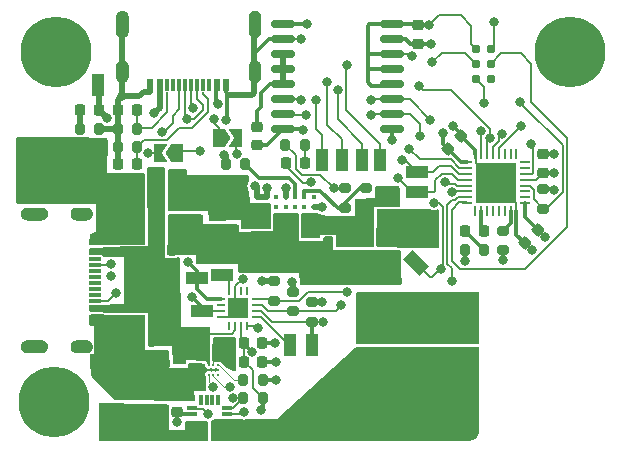
<source format=gbr>
%TF.GenerationSoftware,KiCad,Pcbnew,(6.0.2)*%
%TF.CreationDate,2022-07-06T09:12:25-05:00*%
%TF.ProjectId,pdsupply-PPS,70647375-7070-46c7-992d-5050532e6b69,rev?*%
%TF.SameCoordinates,Original*%
%TF.FileFunction,Copper,L1,Top*%
%TF.FilePolarity,Positive*%
%FSLAX46Y46*%
G04 Gerber Fmt 4.6, Leading zero omitted, Abs format (unit mm)*
G04 Created by KiCad (PCBNEW (6.0.2)) date 2022-07-06 09:12:25*
%MOMM*%
%LPD*%
G01*
G04 APERTURE LIST*
G04 Aperture macros list*
%AMRoundRect*
0 Rectangle with rounded corners*
0 $1 Rounding radius*
0 $2 $3 $4 $5 $6 $7 $8 $9 X,Y pos of 4 corners*
0 Add a 4 corners polygon primitive as box body*
4,1,4,$2,$3,$4,$5,$6,$7,$8,$9,$2,$3,0*
0 Add four circle primitives for the rounded corners*
1,1,$1+$1,$2,$3*
1,1,$1+$1,$4,$5*
1,1,$1+$1,$6,$7*
1,1,$1+$1,$8,$9*
0 Add four rect primitives between the rounded corners*
20,1,$1+$1,$2,$3,$4,$5,0*
20,1,$1+$1,$4,$5,$6,$7,0*
20,1,$1+$1,$6,$7,$8,$9,0*
20,1,$1+$1,$8,$9,$2,$3,0*%
%AMRotRect*
0 Rectangle, with rotation*
0 The origin of the aperture is its center*
0 $1 length*
0 $2 width*
0 $3 Rotation angle, in degrees counterclockwise*
0 Add horizontal line*
21,1,$1,$2,0,0,$3*%
%AMFreePoly0*
4,1,6,1.000000,0.000000,0.500000,-0.750000,-0.500000,-0.750000,-0.500000,0.750000,0.500000,0.750000,1.000000,0.000000,1.000000,0.000000,$1*%
%AMFreePoly1*
4,1,6,0.500000,-0.750000,-0.650000,-0.750000,-0.150000,0.000000,-0.650000,0.750000,0.500000,0.750000,0.500000,-0.750000,0.500000,-0.750000,$1*%
G04 Aperture macros list end*
%TA.AperFunction,EtchedComponent*%
%ADD10C,0.010000*%
%TD*%
%TA.AperFunction,SMDPad,CuDef*%
%ADD11RoundRect,0.150000X-0.875000X-0.150000X0.875000X-0.150000X0.875000X0.150000X-0.875000X0.150000X0*%
%TD*%
%TA.AperFunction,SMDPad,CuDef*%
%ADD12RoundRect,0.250000X-0.325000X-0.650000X0.325000X-0.650000X0.325000X0.650000X-0.325000X0.650000X0*%
%TD*%
%TA.AperFunction,SMDPad,CuDef*%
%ADD13RoundRect,0.200000X-0.200000X-0.275000X0.200000X-0.275000X0.200000X0.275000X-0.200000X0.275000X0*%
%TD*%
%TA.AperFunction,SMDPad,CuDef*%
%ADD14RoundRect,0.200000X-0.275000X0.200000X-0.275000X-0.200000X0.275000X-0.200000X0.275000X0.200000X0*%
%TD*%
%TA.AperFunction,SMDPad,CuDef*%
%ADD15RoundRect,0.225000X-0.225000X-0.250000X0.225000X-0.250000X0.225000X0.250000X-0.225000X0.250000X0*%
%TD*%
%TA.AperFunction,SMDPad,CuDef*%
%ADD16R,1.100000X0.600000*%
%TD*%
%TA.AperFunction,SMDPad,CuDef*%
%ADD17R,1.100000X0.300000*%
%TD*%
%TA.AperFunction,ComponentPad*%
%ADD18O,1.900000X0.950000*%
%TD*%
%TA.AperFunction,ComponentPad*%
%ADD19O,1.600000X0.800000*%
%TD*%
%TA.AperFunction,SMDPad,CuDef*%
%ADD20RoundRect,0.225000X0.017678X-0.335876X0.335876X-0.017678X-0.017678X0.335876X-0.335876X0.017678X0*%
%TD*%
%TA.AperFunction,SMDPad,CuDef*%
%ADD21FreePoly0,0.000000*%
%TD*%
%TA.AperFunction,SMDPad,CuDef*%
%ADD22FreePoly1,0.000000*%
%TD*%
%TA.AperFunction,ComponentPad*%
%ADD23R,2.600000X2.600000*%
%TD*%
%TA.AperFunction,ComponentPad*%
%ADD24C,2.600000*%
%TD*%
%TA.AperFunction,SMDPad,CuDef*%
%ADD25R,1.100000X1.950000*%
%TD*%
%TA.AperFunction,SMDPad,CuDef*%
%ADD26RoundRect,0.225000X-0.250000X0.225000X-0.250000X-0.225000X0.250000X-0.225000X0.250000X0.225000X0*%
%TD*%
%TA.AperFunction,SMDPad,CuDef*%
%ADD27RoundRect,0.200000X0.275000X-0.200000X0.275000X0.200000X-0.275000X0.200000X-0.275000X-0.200000X0*%
%TD*%
%TA.AperFunction,SMDPad,CuDef*%
%ADD28RotRect,1.950000X1.100000X135.000000*%
%TD*%
%TA.AperFunction,SMDPad,CuDef*%
%ADD29RoundRect,0.225000X0.250000X-0.225000X0.250000X0.225000X-0.250000X0.225000X-0.250000X-0.225000X0*%
%TD*%
%TA.AperFunction,SMDPad,CuDef*%
%ADD30RoundRect,0.218750X-0.381250X0.218750X-0.381250X-0.218750X0.381250X-0.218750X0.381250X0.218750X0*%
%TD*%
%TA.AperFunction,SMDPad,CuDef*%
%ADD31RoundRect,0.200000X0.200000X0.275000X-0.200000X0.275000X-0.200000X-0.275000X0.200000X-0.275000X0*%
%TD*%
%TA.AperFunction,SMDPad,CuDef*%
%ADD32R,1.950000X1.100000*%
%TD*%
%TA.AperFunction,SMDPad,CuDef*%
%ADD33RoundRect,0.218750X-0.218750X-0.256250X0.218750X-0.256250X0.218750X0.256250X-0.218750X0.256250X0*%
%TD*%
%TA.AperFunction,SMDPad,CuDef*%
%ADD34RoundRect,0.225000X0.225000X0.250000X-0.225000X0.250000X-0.225000X-0.250000X0.225000X-0.250000X0*%
%TD*%
%TA.AperFunction,SMDPad,CuDef*%
%ADD35RoundRect,0.218750X-0.218750X-0.381250X0.218750X-0.381250X0.218750X0.381250X-0.218750X0.381250X0*%
%TD*%
%TA.AperFunction,SMDPad,CuDef*%
%ADD36RoundRect,0.062500X-0.312500X-0.062500X0.312500X-0.062500X0.312500X0.062500X-0.312500X0.062500X0*%
%TD*%
%TA.AperFunction,SMDPad,CuDef*%
%ADD37RoundRect,0.062500X-0.062500X-0.312500X0.062500X-0.312500X0.062500X0.312500X-0.062500X0.312500X0*%
%TD*%
%TA.AperFunction,SMDPad,CuDef*%
%ADD38R,1.750000X1.750000*%
%TD*%
%TA.AperFunction,SMDPad,CuDef*%
%ADD39RoundRect,0.250000X-0.475000X0.250000X-0.475000X-0.250000X0.475000X-0.250000X0.475000X0.250000X0*%
%TD*%
%TA.AperFunction,SMDPad,CuDef*%
%ADD40RoundRect,0.225000X-0.017678X0.335876X-0.335876X0.017678X0.017678X-0.335876X0.335876X-0.017678X0*%
%TD*%
%TA.AperFunction,SMDPad,CuDef*%
%ADD41FreePoly0,180.000000*%
%TD*%
%TA.AperFunction,SMDPad,CuDef*%
%ADD42FreePoly1,180.000000*%
%TD*%
%TA.AperFunction,SMDPad,CuDef*%
%ADD43C,0.208000*%
%TD*%
%TA.AperFunction,SMDPad,CuDef*%
%ADD44C,0.450000*%
%TD*%
%TA.AperFunction,ComponentPad*%
%ADD45C,6.000000*%
%TD*%
%TA.AperFunction,SMDPad,CuDef*%
%ADD46C,0.787400*%
%TD*%
%TA.AperFunction,SMDPad,CuDef*%
%ADD47R,0.600000X1.100000*%
%TD*%
%TA.AperFunction,SMDPad,CuDef*%
%ADD48R,0.300000X1.100000*%
%TD*%
%TA.AperFunction,ComponentPad*%
%ADD49O,0.950000X1.900000*%
%TD*%
%TA.AperFunction,ComponentPad*%
%ADD50O,0.800000X1.600000*%
%TD*%
%TA.AperFunction,SMDPad,CuDef*%
%ADD51RoundRect,0.218750X0.218750X0.256250X-0.218750X0.256250X-0.218750X-0.256250X0.218750X-0.256250X0*%
%TD*%
%TA.AperFunction,SMDPad,CuDef*%
%ADD52RoundRect,0.250000X-1.100000X0.325000X-1.100000X-0.325000X1.100000X-0.325000X1.100000X0.325000X0*%
%TD*%
%TA.AperFunction,SMDPad,CuDef*%
%ADD53R,0.800000X1.270000*%
%TD*%
%TA.AperFunction,SMDPad,CuDef*%
%ADD54R,0.850000X0.300000*%
%TD*%
%TA.AperFunction,SMDPad,CuDef*%
%ADD55R,0.300000X0.850000*%
%TD*%
%TA.AperFunction,SMDPad,CuDef*%
%ADD56RoundRect,0.062500X0.375000X0.062500X-0.375000X0.062500X-0.375000X-0.062500X0.375000X-0.062500X0*%
%TD*%
%TA.AperFunction,SMDPad,CuDef*%
%ADD57RoundRect,0.062500X0.062500X0.375000X-0.062500X0.375000X-0.062500X-0.375000X0.062500X-0.375000X0*%
%TD*%
%TA.AperFunction,SMDPad,CuDef*%
%ADD58R,3.450000X3.450000*%
%TD*%
%TA.AperFunction,SMDPad,CuDef*%
%ADD59RoundRect,0.250000X-0.650000X0.325000X-0.650000X-0.325000X0.650000X-0.325000X0.650000X0.325000X0*%
%TD*%
%TA.AperFunction,ViaPad*%
%ADD60C,0.800000*%
%TD*%
%TA.AperFunction,Conductor*%
%ADD61C,0.300000*%
%TD*%
%TA.AperFunction,Conductor*%
%ADD62C,0.500000*%
%TD*%
%TA.AperFunction,Conductor*%
%ADD63C,0.200000*%
%TD*%
%TA.AperFunction,Conductor*%
%ADD64C,0.100000*%
%TD*%
%TA.AperFunction,Conductor*%
%ADD65C,0.250000*%
%TD*%
%TA.AperFunction,Conductor*%
%ADD66C,0.750000*%
%TD*%
G04 APERTURE END LIST*
D10*
%TO.C,J1*%
X111496447Y-100571447D02*
X111497447Y-100545447D01*
X111497447Y-100545447D02*
X111499447Y-100519447D01*
X111499447Y-100519447D02*
X111502447Y-100493447D01*
X111502447Y-100493447D02*
X111507447Y-100467447D01*
X111507447Y-100467447D02*
X111513447Y-100442447D01*
X111513447Y-100442447D02*
X111520447Y-100416447D01*
X111520447Y-100416447D02*
X111529447Y-100392447D01*
X111529447Y-100392447D02*
X111539447Y-100368447D01*
X111539447Y-100368447D02*
X111550447Y-100344447D01*
X111550447Y-100344447D02*
X111563447Y-100321447D01*
X111563447Y-100321447D02*
X111577447Y-100299447D01*
X111577447Y-100299447D02*
X111591447Y-100277447D01*
X111591447Y-100277447D02*
X111607447Y-100256447D01*
X111607447Y-100256447D02*
X111624447Y-100236447D01*
X111624447Y-100236447D02*
X111642447Y-100217447D01*
X111642447Y-100217447D02*
X111661447Y-100199447D01*
X111661447Y-100199447D02*
X111681447Y-100182447D01*
X111681447Y-100182447D02*
X111702447Y-100166447D01*
X111702447Y-100166447D02*
X111724447Y-100152447D01*
X111724447Y-100152447D02*
X111746447Y-100138447D01*
X111746447Y-100138447D02*
X111769447Y-100125447D01*
X111769447Y-100125447D02*
X111793447Y-100114447D01*
X111793447Y-100114447D02*
X111817447Y-100104447D01*
X111817447Y-100104447D02*
X111841447Y-100095447D01*
X111841447Y-100095447D02*
X111867447Y-100088447D01*
X111867447Y-100088447D02*
X111892447Y-100082447D01*
X111892447Y-100082447D02*
X111918447Y-100077447D01*
X111918447Y-100077447D02*
X111944447Y-100074447D01*
X111944447Y-100074447D02*
X111970447Y-100072447D01*
X111970447Y-100072447D02*
X111996447Y-100071447D01*
X111996447Y-100071447D02*
X112796447Y-100071447D01*
X112796447Y-100071447D02*
X112822447Y-100072447D01*
X112822447Y-100072447D02*
X112848447Y-100074447D01*
X112848447Y-100074447D02*
X112874447Y-100077447D01*
X112874447Y-100077447D02*
X112900447Y-100082447D01*
X112900447Y-100082447D02*
X112925447Y-100088447D01*
X112925447Y-100088447D02*
X112951447Y-100095447D01*
X112951447Y-100095447D02*
X112975447Y-100104447D01*
X112975447Y-100104447D02*
X112999447Y-100114447D01*
X112999447Y-100114447D02*
X113023447Y-100125447D01*
X113023447Y-100125447D02*
X113046447Y-100138447D01*
X113046447Y-100138447D02*
X113068447Y-100152447D01*
X113068447Y-100152447D02*
X113090447Y-100166447D01*
X113090447Y-100166447D02*
X113111447Y-100182447D01*
X113111447Y-100182447D02*
X113131447Y-100199447D01*
X113131447Y-100199447D02*
X113150447Y-100217447D01*
X113150447Y-100217447D02*
X113168447Y-100236447D01*
X113168447Y-100236447D02*
X113185447Y-100256447D01*
X113185447Y-100256447D02*
X113201447Y-100277447D01*
X113201447Y-100277447D02*
X113215447Y-100299447D01*
X113215447Y-100299447D02*
X113229447Y-100321447D01*
X113229447Y-100321447D02*
X113242447Y-100344447D01*
X113242447Y-100344447D02*
X113253447Y-100368447D01*
X113253447Y-100368447D02*
X113263447Y-100392447D01*
X113263447Y-100392447D02*
X113272447Y-100416447D01*
X113272447Y-100416447D02*
X113279447Y-100442447D01*
X113279447Y-100442447D02*
X113285447Y-100467447D01*
X113285447Y-100467447D02*
X113290447Y-100493447D01*
X113290447Y-100493447D02*
X113293447Y-100519447D01*
X113293447Y-100519447D02*
X113295447Y-100545447D01*
X113295447Y-100545447D02*
X113296447Y-100571447D01*
X113296447Y-100571447D02*
X113295447Y-100597447D01*
X113295447Y-100597447D02*
X113293447Y-100623447D01*
X113293447Y-100623447D02*
X113290447Y-100649447D01*
X113290447Y-100649447D02*
X113285447Y-100675447D01*
X113285447Y-100675447D02*
X113279447Y-100700447D01*
X113279447Y-100700447D02*
X113272447Y-100726447D01*
X113272447Y-100726447D02*
X113263447Y-100750447D01*
X113263447Y-100750447D02*
X113253447Y-100774447D01*
X113253447Y-100774447D02*
X113242447Y-100798447D01*
X113242447Y-100798447D02*
X113229447Y-100821447D01*
X113229447Y-100821447D02*
X113215447Y-100843447D01*
X113215447Y-100843447D02*
X113201447Y-100865447D01*
X113201447Y-100865447D02*
X113185447Y-100886447D01*
X113185447Y-100886447D02*
X113168447Y-100906447D01*
X113168447Y-100906447D02*
X113150447Y-100925447D01*
X113150447Y-100925447D02*
X113131447Y-100943447D01*
X113131447Y-100943447D02*
X113111447Y-100960447D01*
X113111447Y-100960447D02*
X113090447Y-100976447D01*
X113090447Y-100976447D02*
X113068447Y-100990447D01*
X113068447Y-100990447D02*
X113046447Y-101004447D01*
X113046447Y-101004447D02*
X113023447Y-101017447D01*
X113023447Y-101017447D02*
X112999447Y-101028447D01*
X112999447Y-101028447D02*
X112975447Y-101038447D01*
X112975447Y-101038447D02*
X112951447Y-101047447D01*
X112951447Y-101047447D02*
X112925447Y-101054447D01*
X112925447Y-101054447D02*
X112900447Y-101060447D01*
X112900447Y-101060447D02*
X112874447Y-101065447D01*
X112874447Y-101065447D02*
X112848447Y-101068447D01*
X112848447Y-101068447D02*
X112822447Y-101070447D01*
X112822447Y-101070447D02*
X112796447Y-101071447D01*
X112796447Y-101071447D02*
X111996447Y-101071447D01*
X111996447Y-101071447D02*
X111970447Y-101070447D01*
X111970447Y-101070447D02*
X111944447Y-101068447D01*
X111944447Y-101068447D02*
X111918447Y-101065447D01*
X111918447Y-101065447D02*
X111892447Y-101060447D01*
X111892447Y-101060447D02*
X111867447Y-101054447D01*
X111867447Y-101054447D02*
X111841447Y-101047447D01*
X111841447Y-101047447D02*
X111817447Y-101038447D01*
X111817447Y-101038447D02*
X111793447Y-101028447D01*
X111793447Y-101028447D02*
X111769447Y-101017447D01*
X111769447Y-101017447D02*
X111746447Y-101004447D01*
X111746447Y-101004447D02*
X111724447Y-100990447D01*
X111724447Y-100990447D02*
X111702447Y-100976447D01*
X111702447Y-100976447D02*
X111681447Y-100960447D01*
X111681447Y-100960447D02*
X111661447Y-100943447D01*
X111661447Y-100943447D02*
X111642447Y-100925447D01*
X111642447Y-100925447D02*
X111624447Y-100906447D01*
X111624447Y-100906447D02*
X111607447Y-100886447D01*
X111607447Y-100886447D02*
X111591447Y-100865447D01*
X111591447Y-100865447D02*
X111577447Y-100843447D01*
X111577447Y-100843447D02*
X111563447Y-100821447D01*
X111563447Y-100821447D02*
X111550447Y-100798447D01*
X111550447Y-100798447D02*
X111539447Y-100774447D01*
X111539447Y-100774447D02*
X111529447Y-100750447D01*
X111529447Y-100750447D02*
X111520447Y-100726447D01*
X111520447Y-100726447D02*
X111513447Y-100700447D01*
X111513447Y-100700447D02*
X111507447Y-100675447D01*
X111507447Y-100675447D02*
X111502447Y-100649447D01*
X111502447Y-100649447D02*
X111499447Y-100623447D01*
X111499447Y-100623447D02*
X111497447Y-100597447D01*
X111497447Y-100597447D02*
X111496447Y-100571447D01*
X111496447Y-100571447D02*
X111496447Y-100571447D01*
G36*
X112822447Y-100072447D02*
G01*
X112848447Y-100074447D01*
X112874447Y-100077447D01*
X112900447Y-100082447D01*
X112925447Y-100088447D01*
X112951447Y-100095447D01*
X112975447Y-100104447D01*
X112999447Y-100114447D01*
X113023447Y-100125447D01*
X113046447Y-100138447D01*
X113090447Y-100166447D01*
X113111447Y-100182447D01*
X113131447Y-100199447D01*
X113150447Y-100217447D01*
X113168447Y-100236447D01*
X113185447Y-100256447D01*
X113201447Y-100277447D01*
X113229447Y-100321447D01*
X113242447Y-100344447D01*
X113253447Y-100368447D01*
X113263447Y-100392447D01*
X113272447Y-100416447D01*
X113279447Y-100442447D01*
X113285447Y-100467447D01*
X113290447Y-100493447D01*
X113293447Y-100519447D01*
X113295447Y-100545447D01*
X113296447Y-100571447D01*
X113295447Y-100597447D01*
X113293447Y-100623447D01*
X113290447Y-100649447D01*
X113285447Y-100675447D01*
X113279447Y-100700447D01*
X113272447Y-100726447D01*
X113263447Y-100750447D01*
X113253447Y-100774447D01*
X113242447Y-100798447D01*
X113229447Y-100821447D01*
X113201447Y-100865447D01*
X113185447Y-100886447D01*
X113168447Y-100906447D01*
X113150447Y-100925447D01*
X113131447Y-100943447D01*
X113111447Y-100960447D01*
X113090447Y-100976447D01*
X113046447Y-101004447D01*
X113023447Y-101017447D01*
X112999447Y-101028447D01*
X112975447Y-101038447D01*
X112951447Y-101047447D01*
X112925447Y-101054447D01*
X112900447Y-101060447D01*
X112874447Y-101065447D01*
X112848447Y-101068447D01*
X112822447Y-101070447D01*
X112796447Y-101071447D01*
X111996447Y-101071447D01*
X111970447Y-101070447D01*
X111944447Y-101068447D01*
X111918447Y-101065447D01*
X111892447Y-101060447D01*
X111867447Y-101054447D01*
X111841447Y-101047447D01*
X111817447Y-101038447D01*
X111793447Y-101028447D01*
X111769447Y-101017447D01*
X111746447Y-101004447D01*
X111702447Y-100976447D01*
X111681447Y-100960447D01*
X111661447Y-100943447D01*
X111642447Y-100925447D01*
X111624447Y-100906447D01*
X111607447Y-100886447D01*
X111591447Y-100865447D01*
X111563447Y-100821447D01*
X111550447Y-100798447D01*
X111539447Y-100774447D01*
X111529447Y-100750447D01*
X111520447Y-100726447D01*
X111513447Y-100700447D01*
X111507447Y-100675447D01*
X111502447Y-100649447D01*
X111499447Y-100623447D01*
X111497447Y-100597447D01*
X111496447Y-100571447D01*
X111497447Y-100545447D01*
X111499447Y-100519447D01*
X111502447Y-100493447D01*
X111507447Y-100467447D01*
X111513447Y-100442447D01*
X111520447Y-100416447D01*
X111529447Y-100392447D01*
X111539447Y-100368447D01*
X111550447Y-100344447D01*
X111563447Y-100321447D01*
X111591447Y-100277447D01*
X111607447Y-100256447D01*
X111624447Y-100236447D01*
X111642447Y-100217447D01*
X111661447Y-100199447D01*
X111681447Y-100182447D01*
X111702447Y-100166447D01*
X111746447Y-100138447D01*
X111769447Y-100125447D01*
X111793447Y-100114447D01*
X111817447Y-100104447D01*
X111841447Y-100095447D01*
X111867447Y-100088447D01*
X111892447Y-100082447D01*
X111918447Y-100077447D01*
X111944447Y-100074447D01*
X111970447Y-100072447D01*
X111996447Y-100071447D01*
X112796447Y-100071447D01*
X112822447Y-100072447D01*
G37*
X112822447Y-100072447D02*
X112848447Y-100074447D01*
X112874447Y-100077447D01*
X112900447Y-100082447D01*
X112925447Y-100088447D01*
X112951447Y-100095447D01*
X112975447Y-100104447D01*
X112999447Y-100114447D01*
X113023447Y-100125447D01*
X113046447Y-100138447D01*
X113090447Y-100166447D01*
X113111447Y-100182447D01*
X113131447Y-100199447D01*
X113150447Y-100217447D01*
X113168447Y-100236447D01*
X113185447Y-100256447D01*
X113201447Y-100277447D01*
X113229447Y-100321447D01*
X113242447Y-100344447D01*
X113253447Y-100368447D01*
X113263447Y-100392447D01*
X113272447Y-100416447D01*
X113279447Y-100442447D01*
X113285447Y-100467447D01*
X113290447Y-100493447D01*
X113293447Y-100519447D01*
X113295447Y-100545447D01*
X113296447Y-100571447D01*
X113295447Y-100597447D01*
X113293447Y-100623447D01*
X113290447Y-100649447D01*
X113285447Y-100675447D01*
X113279447Y-100700447D01*
X113272447Y-100726447D01*
X113263447Y-100750447D01*
X113253447Y-100774447D01*
X113242447Y-100798447D01*
X113229447Y-100821447D01*
X113201447Y-100865447D01*
X113185447Y-100886447D01*
X113168447Y-100906447D01*
X113150447Y-100925447D01*
X113131447Y-100943447D01*
X113111447Y-100960447D01*
X113090447Y-100976447D01*
X113046447Y-101004447D01*
X113023447Y-101017447D01*
X112999447Y-101028447D01*
X112975447Y-101038447D01*
X112951447Y-101047447D01*
X112925447Y-101054447D01*
X112900447Y-101060447D01*
X112874447Y-101065447D01*
X112848447Y-101068447D01*
X112822447Y-101070447D01*
X112796447Y-101071447D01*
X111996447Y-101071447D01*
X111970447Y-101070447D01*
X111944447Y-101068447D01*
X111918447Y-101065447D01*
X111892447Y-101060447D01*
X111867447Y-101054447D01*
X111841447Y-101047447D01*
X111817447Y-101038447D01*
X111793447Y-101028447D01*
X111769447Y-101017447D01*
X111746447Y-101004447D01*
X111702447Y-100976447D01*
X111681447Y-100960447D01*
X111661447Y-100943447D01*
X111642447Y-100925447D01*
X111624447Y-100906447D01*
X111607447Y-100886447D01*
X111591447Y-100865447D01*
X111563447Y-100821447D01*
X111550447Y-100798447D01*
X111539447Y-100774447D01*
X111529447Y-100750447D01*
X111520447Y-100726447D01*
X111513447Y-100700447D01*
X111507447Y-100675447D01*
X111502447Y-100649447D01*
X111499447Y-100623447D01*
X111497447Y-100597447D01*
X111496447Y-100571447D01*
X111497447Y-100545447D01*
X111499447Y-100519447D01*
X111502447Y-100493447D01*
X111507447Y-100467447D01*
X111513447Y-100442447D01*
X111520447Y-100416447D01*
X111529447Y-100392447D01*
X111539447Y-100368447D01*
X111550447Y-100344447D01*
X111563447Y-100321447D01*
X111591447Y-100277447D01*
X111607447Y-100256447D01*
X111624447Y-100236447D01*
X111642447Y-100217447D01*
X111661447Y-100199447D01*
X111681447Y-100182447D01*
X111702447Y-100166447D01*
X111746447Y-100138447D01*
X111769447Y-100125447D01*
X111793447Y-100114447D01*
X111817447Y-100104447D01*
X111841447Y-100095447D01*
X111867447Y-100088447D01*
X111892447Y-100082447D01*
X111918447Y-100077447D01*
X111944447Y-100074447D01*
X111970447Y-100072447D01*
X111996447Y-100071447D01*
X112796447Y-100071447D01*
X112822447Y-100072447D01*
X107296447Y-100571447D02*
X107297447Y-100545447D01*
X107297447Y-100545447D02*
X107299447Y-100519447D01*
X107299447Y-100519447D02*
X107302447Y-100493447D01*
X107302447Y-100493447D02*
X107307447Y-100467447D01*
X107307447Y-100467447D02*
X107313447Y-100442447D01*
X107313447Y-100442447D02*
X107320447Y-100416447D01*
X107320447Y-100416447D02*
X107329447Y-100392447D01*
X107329447Y-100392447D02*
X107339447Y-100368447D01*
X107339447Y-100368447D02*
X107350447Y-100344447D01*
X107350447Y-100344447D02*
X107363447Y-100321447D01*
X107363447Y-100321447D02*
X107377447Y-100299447D01*
X107377447Y-100299447D02*
X107391447Y-100277447D01*
X107391447Y-100277447D02*
X107407447Y-100256447D01*
X107407447Y-100256447D02*
X107424447Y-100236447D01*
X107424447Y-100236447D02*
X107442447Y-100217447D01*
X107442447Y-100217447D02*
X107461447Y-100199447D01*
X107461447Y-100199447D02*
X107481447Y-100182447D01*
X107481447Y-100182447D02*
X107502447Y-100166447D01*
X107502447Y-100166447D02*
X107524447Y-100152447D01*
X107524447Y-100152447D02*
X107546447Y-100138447D01*
X107546447Y-100138447D02*
X107569447Y-100125447D01*
X107569447Y-100125447D02*
X107593447Y-100114447D01*
X107593447Y-100114447D02*
X107617447Y-100104447D01*
X107617447Y-100104447D02*
X107641447Y-100095447D01*
X107641447Y-100095447D02*
X107667447Y-100088447D01*
X107667447Y-100088447D02*
X107692447Y-100082447D01*
X107692447Y-100082447D02*
X107718447Y-100077447D01*
X107718447Y-100077447D02*
X107744447Y-100074447D01*
X107744447Y-100074447D02*
X107770447Y-100072447D01*
X107770447Y-100072447D02*
X107796447Y-100071447D01*
X107796447Y-100071447D02*
X108996447Y-100071447D01*
X108996447Y-100071447D02*
X109022447Y-100072447D01*
X109022447Y-100072447D02*
X109048447Y-100074447D01*
X109048447Y-100074447D02*
X109074447Y-100077447D01*
X109074447Y-100077447D02*
X109100447Y-100082447D01*
X109100447Y-100082447D02*
X109125447Y-100088447D01*
X109125447Y-100088447D02*
X109151447Y-100095447D01*
X109151447Y-100095447D02*
X109175447Y-100104447D01*
X109175447Y-100104447D02*
X109199447Y-100114447D01*
X109199447Y-100114447D02*
X109223447Y-100125447D01*
X109223447Y-100125447D02*
X109246447Y-100138447D01*
X109246447Y-100138447D02*
X109268447Y-100152447D01*
X109268447Y-100152447D02*
X109290447Y-100166447D01*
X109290447Y-100166447D02*
X109311447Y-100182447D01*
X109311447Y-100182447D02*
X109331447Y-100199447D01*
X109331447Y-100199447D02*
X109350447Y-100217447D01*
X109350447Y-100217447D02*
X109368447Y-100236447D01*
X109368447Y-100236447D02*
X109385447Y-100256447D01*
X109385447Y-100256447D02*
X109401447Y-100277447D01*
X109401447Y-100277447D02*
X109415447Y-100299447D01*
X109415447Y-100299447D02*
X109429447Y-100321447D01*
X109429447Y-100321447D02*
X109442447Y-100344447D01*
X109442447Y-100344447D02*
X109453447Y-100368447D01*
X109453447Y-100368447D02*
X109463447Y-100392447D01*
X109463447Y-100392447D02*
X109472447Y-100416447D01*
X109472447Y-100416447D02*
X109479447Y-100442447D01*
X109479447Y-100442447D02*
X109485447Y-100467447D01*
X109485447Y-100467447D02*
X109490447Y-100493447D01*
X109490447Y-100493447D02*
X109493447Y-100519447D01*
X109493447Y-100519447D02*
X109495447Y-100545447D01*
X109495447Y-100545447D02*
X109496447Y-100571447D01*
X109496447Y-100571447D02*
X109495447Y-100597447D01*
X109495447Y-100597447D02*
X109493447Y-100623447D01*
X109493447Y-100623447D02*
X109490447Y-100649447D01*
X109490447Y-100649447D02*
X109485447Y-100675447D01*
X109485447Y-100675447D02*
X109479447Y-100700447D01*
X109479447Y-100700447D02*
X109472447Y-100726447D01*
X109472447Y-100726447D02*
X109463447Y-100750447D01*
X109463447Y-100750447D02*
X109453447Y-100774447D01*
X109453447Y-100774447D02*
X109442447Y-100798447D01*
X109442447Y-100798447D02*
X109429447Y-100821447D01*
X109429447Y-100821447D02*
X109415447Y-100843447D01*
X109415447Y-100843447D02*
X109401447Y-100865447D01*
X109401447Y-100865447D02*
X109385447Y-100886447D01*
X109385447Y-100886447D02*
X109368447Y-100906447D01*
X109368447Y-100906447D02*
X109350447Y-100925447D01*
X109350447Y-100925447D02*
X109331447Y-100943447D01*
X109331447Y-100943447D02*
X109311447Y-100960447D01*
X109311447Y-100960447D02*
X109290447Y-100976447D01*
X109290447Y-100976447D02*
X109268447Y-100990447D01*
X109268447Y-100990447D02*
X109246447Y-101004447D01*
X109246447Y-101004447D02*
X109223447Y-101017447D01*
X109223447Y-101017447D02*
X109199447Y-101028447D01*
X109199447Y-101028447D02*
X109175447Y-101038447D01*
X109175447Y-101038447D02*
X109151447Y-101047447D01*
X109151447Y-101047447D02*
X109125447Y-101054447D01*
X109125447Y-101054447D02*
X109100447Y-101060447D01*
X109100447Y-101060447D02*
X109074447Y-101065447D01*
X109074447Y-101065447D02*
X109048447Y-101068447D01*
X109048447Y-101068447D02*
X109022447Y-101070447D01*
X109022447Y-101070447D02*
X108996447Y-101071447D01*
X108996447Y-101071447D02*
X107796447Y-101071447D01*
X107796447Y-101071447D02*
X107770447Y-101070447D01*
X107770447Y-101070447D02*
X107744447Y-101068447D01*
X107744447Y-101068447D02*
X107718447Y-101065447D01*
X107718447Y-101065447D02*
X107692447Y-101060447D01*
X107692447Y-101060447D02*
X107667447Y-101054447D01*
X107667447Y-101054447D02*
X107641447Y-101047447D01*
X107641447Y-101047447D02*
X107617447Y-101038447D01*
X107617447Y-101038447D02*
X107593447Y-101028447D01*
X107593447Y-101028447D02*
X107569447Y-101017447D01*
X107569447Y-101017447D02*
X107546447Y-101004447D01*
X107546447Y-101004447D02*
X107524447Y-100990447D01*
X107524447Y-100990447D02*
X107502447Y-100976447D01*
X107502447Y-100976447D02*
X107481447Y-100960447D01*
X107481447Y-100960447D02*
X107461447Y-100943447D01*
X107461447Y-100943447D02*
X107442447Y-100925447D01*
X107442447Y-100925447D02*
X107424447Y-100906447D01*
X107424447Y-100906447D02*
X107407447Y-100886447D01*
X107407447Y-100886447D02*
X107391447Y-100865447D01*
X107391447Y-100865447D02*
X107377447Y-100843447D01*
X107377447Y-100843447D02*
X107363447Y-100821447D01*
X107363447Y-100821447D02*
X107350447Y-100798447D01*
X107350447Y-100798447D02*
X107339447Y-100774447D01*
X107339447Y-100774447D02*
X107329447Y-100750447D01*
X107329447Y-100750447D02*
X107320447Y-100726447D01*
X107320447Y-100726447D02*
X107313447Y-100700447D01*
X107313447Y-100700447D02*
X107307447Y-100675447D01*
X107307447Y-100675447D02*
X107302447Y-100649447D01*
X107302447Y-100649447D02*
X107299447Y-100623447D01*
X107299447Y-100623447D02*
X107297447Y-100597447D01*
X107297447Y-100597447D02*
X107296447Y-100571447D01*
X107296447Y-100571447D02*
X107296447Y-100571447D01*
G36*
X109022447Y-100072447D02*
G01*
X109048447Y-100074447D01*
X109074447Y-100077447D01*
X109100447Y-100082447D01*
X109125447Y-100088447D01*
X109151447Y-100095447D01*
X109175447Y-100104447D01*
X109199447Y-100114447D01*
X109223447Y-100125447D01*
X109246447Y-100138447D01*
X109290447Y-100166447D01*
X109311447Y-100182447D01*
X109331447Y-100199447D01*
X109350447Y-100217447D01*
X109368447Y-100236447D01*
X109385447Y-100256447D01*
X109401447Y-100277447D01*
X109429447Y-100321447D01*
X109442447Y-100344447D01*
X109453447Y-100368447D01*
X109463447Y-100392447D01*
X109472447Y-100416447D01*
X109479447Y-100442447D01*
X109485447Y-100467447D01*
X109490447Y-100493447D01*
X109493447Y-100519447D01*
X109495447Y-100545447D01*
X109496447Y-100571447D01*
X109495447Y-100597447D01*
X109493447Y-100623447D01*
X109490447Y-100649447D01*
X109485447Y-100675447D01*
X109479447Y-100700447D01*
X109472447Y-100726447D01*
X109463447Y-100750447D01*
X109453447Y-100774447D01*
X109442447Y-100798447D01*
X109429447Y-100821447D01*
X109401447Y-100865447D01*
X109385447Y-100886447D01*
X109368447Y-100906447D01*
X109350447Y-100925447D01*
X109331447Y-100943447D01*
X109311447Y-100960447D01*
X109290447Y-100976447D01*
X109246447Y-101004447D01*
X109223447Y-101017447D01*
X109199447Y-101028447D01*
X109175447Y-101038447D01*
X109151447Y-101047447D01*
X109125447Y-101054447D01*
X109100447Y-101060447D01*
X109074447Y-101065447D01*
X109048447Y-101068447D01*
X109022447Y-101070447D01*
X108996447Y-101071447D01*
X107796447Y-101071447D01*
X107770447Y-101070447D01*
X107744447Y-101068447D01*
X107718447Y-101065447D01*
X107692447Y-101060447D01*
X107667447Y-101054447D01*
X107641447Y-101047447D01*
X107617447Y-101038447D01*
X107593447Y-101028447D01*
X107569447Y-101017447D01*
X107546447Y-101004447D01*
X107502447Y-100976447D01*
X107481447Y-100960447D01*
X107461447Y-100943447D01*
X107442447Y-100925447D01*
X107424447Y-100906447D01*
X107407447Y-100886447D01*
X107391447Y-100865447D01*
X107363447Y-100821447D01*
X107350447Y-100798447D01*
X107339447Y-100774447D01*
X107329447Y-100750447D01*
X107320447Y-100726447D01*
X107313447Y-100700447D01*
X107307447Y-100675447D01*
X107302447Y-100649447D01*
X107299447Y-100623447D01*
X107297447Y-100597447D01*
X107296447Y-100571447D01*
X107297447Y-100545447D01*
X107299447Y-100519447D01*
X107302447Y-100493447D01*
X107307447Y-100467447D01*
X107313447Y-100442447D01*
X107320447Y-100416447D01*
X107329447Y-100392447D01*
X107339447Y-100368447D01*
X107350447Y-100344447D01*
X107363447Y-100321447D01*
X107391447Y-100277447D01*
X107407447Y-100256447D01*
X107424447Y-100236447D01*
X107442447Y-100217447D01*
X107461447Y-100199447D01*
X107481447Y-100182447D01*
X107502447Y-100166447D01*
X107546447Y-100138447D01*
X107569447Y-100125447D01*
X107593447Y-100114447D01*
X107617447Y-100104447D01*
X107641447Y-100095447D01*
X107667447Y-100088447D01*
X107692447Y-100082447D01*
X107718447Y-100077447D01*
X107744447Y-100074447D01*
X107770447Y-100072447D01*
X107796447Y-100071447D01*
X108996447Y-100071447D01*
X109022447Y-100072447D01*
G37*
X109022447Y-100072447D02*
X109048447Y-100074447D01*
X109074447Y-100077447D01*
X109100447Y-100082447D01*
X109125447Y-100088447D01*
X109151447Y-100095447D01*
X109175447Y-100104447D01*
X109199447Y-100114447D01*
X109223447Y-100125447D01*
X109246447Y-100138447D01*
X109290447Y-100166447D01*
X109311447Y-100182447D01*
X109331447Y-100199447D01*
X109350447Y-100217447D01*
X109368447Y-100236447D01*
X109385447Y-100256447D01*
X109401447Y-100277447D01*
X109429447Y-100321447D01*
X109442447Y-100344447D01*
X109453447Y-100368447D01*
X109463447Y-100392447D01*
X109472447Y-100416447D01*
X109479447Y-100442447D01*
X109485447Y-100467447D01*
X109490447Y-100493447D01*
X109493447Y-100519447D01*
X109495447Y-100545447D01*
X109496447Y-100571447D01*
X109495447Y-100597447D01*
X109493447Y-100623447D01*
X109490447Y-100649447D01*
X109485447Y-100675447D01*
X109479447Y-100700447D01*
X109472447Y-100726447D01*
X109463447Y-100750447D01*
X109453447Y-100774447D01*
X109442447Y-100798447D01*
X109429447Y-100821447D01*
X109401447Y-100865447D01*
X109385447Y-100886447D01*
X109368447Y-100906447D01*
X109350447Y-100925447D01*
X109331447Y-100943447D01*
X109311447Y-100960447D01*
X109290447Y-100976447D01*
X109246447Y-101004447D01*
X109223447Y-101017447D01*
X109199447Y-101028447D01*
X109175447Y-101038447D01*
X109151447Y-101047447D01*
X109125447Y-101054447D01*
X109100447Y-101060447D01*
X109074447Y-101065447D01*
X109048447Y-101068447D01*
X109022447Y-101070447D01*
X108996447Y-101071447D01*
X107796447Y-101071447D01*
X107770447Y-101070447D01*
X107744447Y-101068447D01*
X107718447Y-101065447D01*
X107692447Y-101060447D01*
X107667447Y-101054447D01*
X107641447Y-101047447D01*
X107617447Y-101038447D01*
X107593447Y-101028447D01*
X107569447Y-101017447D01*
X107546447Y-101004447D01*
X107502447Y-100976447D01*
X107481447Y-100960447D01*
X107461447Y-100943447D01*
X107442447Y-100925447D01*
X107424447Y-100906447D01*
X107407447Y-100886447D01*
X107391447Y-100865447D01*
X107363447Y-100821447D01*
X107350447Y-100798447D01*
X107339447Y-100774447D01*
X107329447Y-100750447D01*
X107320447Y-100726447D01*
X107313447Y-100700447D01*
X107307447Y-100675447D01*
X107302447Y-100649447D01*
X107299447Y-100623447D01*
X107297447Y-100597447D01*
X107296447Y-100571447D01*
X107297447Y-100545447D01*
X107299447Y-100519447D01*
X107302447Y-100493447D01*
X107307447Y-100467447D01*
X107313447Y-100442447D01*
X107320447Y-100416447D01*
X107329447Y-100392447D01*
X107339447Y-100368447D01*
X107350447Y-100344447D01*
X107363447Y-100321447D01*
X107391447Y-100277447D01*
X107407447Y-100256447D01*
X107424447Y-100236447D01*
X107442447Y-100217447D01*
X107461447Y-100199447D01*
X107481447Y-100182447D01*
X107502447Y-100166447D01*
X107546447Y-100138447D01*
X107569447Y-100125447D01*
X107593447Y-100114447D01*
X107617447Y-100104447D01*
X107641447Y-100095447D01*
X107667447Y-100088447D01*
X107692447Y-100082447D01*
X107718447Y-100077447D01*
X107744447Y-100074447D01*
X107770447Y-100072447D01*
X107796447Y-100071447D01*
X108996447Y-100071447D01*
X109022447Y-100072447D01*
X107296447Y-111811447D02*
X107297447Y-111785447D01*
X107297447Y-111785447D02*
X107299447Y-111759447D01*
X107299447Y-111759447D02*
X107302447Y-111733447D01*
X107302447Y-111733447D02*
X107307447Y-111707447D01*
X107307447Y-111707447D02*
X107313447Y-111682447D01*
X107313447Y-111682447D02*
X107320447Y-111656447D01*
X107320447Y-111656447D02*
X107329447Y-111632447D01*
X107329447Y-111632447D02*
X107339447Y-111608447D01*
X107339447Y-111608447D02*
X107350447Y-111584447D01*
X107350447Y-111584447D02*
X107363447Y-111561447D01*
X107363447Y-111561447D02*
X107377447Y-111539447D01*
X107377447Y-111539447D02*
X107391447Y-111517447D01*
X107391447Y-111517447D02*
X107407447Y-111496447D01*
X107407447Y-111496447D02*
X107424447Y-111476447D01*
X107424447Y-111476447D02*
X107442447Y-111457447D01*
X107442447Y-111457447D02*
X107461447Y-111439447D01*
X107461447Y-111439447D02*
X107481447Y-111422447D01*
X107481447Y-111422447D02*
X107502447Y-111406447D01*
X107502447Y-111406447D02*
X107524447Y-111392447D01*
X107524447Y-111392447D02*
X107546447Y-111378447D01*
X107546447Y-111378447D02*
X107569447Y-111365447D01*
X107569447Y-111365447D02*
X107593447Y-111354447D01*
X107593447Y-111354447D02*
X107617447Y-111344447D01*
X107617447Y-111344447D02*
X107641447Y-111335447D01*
X107641447Y-111335447D02*
X107667447Y-111328447D01*
X107667447Y-111328447D02*
X107692447Y-111322447D01*
X107692447Y-111322447D02*
X107718447Y-111317447D01*
X107718447Y-111317447D02*
X107744447Y-111314447D01*
X107744447Y-111314447D02*
X107770447Y-111312447D01*
X107770447Y-111312447D02*
X107796447Y-111311447D01*
X107796447Y-111311447D02*
X108996447Y-111311447D01*
X108996447Y-111311447D02*
X109022447Y-111312447D01*
X109022447Y-111312447D02*
X109048447Y-111314447D01*
X109048447Y-111314447D02*
X109074447Y-111317447D01*
X109074447Y-111317447D02*
X109100447Y-111322447D01*
X109100447Y-111322447D02*
X109125447Y-111328447D01*
X109125447Y-111328447D02*
X109151447Y-111335447D01*
X109151447Y-111335447D02*
X109175447Y-111344447D01*
X109175447Y-111344447D02*
X109199447Y-111354447D01*
X109199447Y-111354447D02*
X109223447Y-111365447D01*
X109223447Y-111365447D02*
X109246447Y-111378447D01*
X109246447Y-111378447D02*
X109268447Y-111392447D01*
X109268447Y-111392447D02*
X109290447Y-111406447D01*
X109290447Y-111406447D02*
X109311447Y-111422447D01*
X109311447Y-111422447D02*
X109331447Y-111439447D01*
X109331447Y-111439447D02*
X109350447Y-111457447D01*
X109350447Y-111457447D02*
X109368447Y-111476447D01*
X109368447Y-111476447D02*
X109385447Y-111496447D01*
X109385447Y-111496447D02*
X109401447Y-111517447D01*
X109401447Y-111517447D02*
X109415447Y-111539447D01*
X109415447Y-111539447D02*
X109429447Y-111561447D01*
X109429447Y-111561447D02*
X109442447Y-111584447D01*
X109442447Y-111584447D02*
X109453447Y-111608447D01*
X109453447Y-111608447D02*
X109463447Y-111632447D01*
X109463447Y-111632447D02*
X109472447Y-111656447D01*
X109472447Y-111656447D02*
X109479447Y-111682447D01*
X109479447Y-111682447D02*
X109485447Y-111707447D01*
X109485447Y-111707447D02*
X109490447Y-111733447D01*
X109490447Y-111733447D02*
X109493447Y-111759447D01*
X109493447Y-111759447D02*
X109495447Y-111785447D01*
X109495447Y-111785447D02*
X109496447Y-111811447D01*
X109496447Y-111811447D02*
X109495447Y-111837447D01*
X109495447Y-111837447D02*
X109493447Y-111863447D01*
X109493447Y-111863447D02*
X109490447Y-111889447D01*
X109490447Y-111889447D02*
X109485447Y-111915447D01*
X109485447Y-111915447D02*
X109479447Y-111940447D01*
X109479447Y-111940447D02*
X109472447Y-111966447D01*
X109472447Y-111966447D02*
X109463447Y-111990447D01*
X109463447Y-111990447D02*
X109453447Y-112014447D01*
X109453447Y-112014447D02*
X109442447Y-112038447D01*
X109442447Y-112038447D02*
X109429447Y-112061447D01*
X109429447Y-112061447D02*
X109415447Y-112083447D01*
X109415447Y-112083447D02*
X109401447Y-112105447D01*
X109401447Y-112105447D02*
X109385447Y-112126447D01*
X109385447Y-112126447D02*
X109368447Y-112146447D01*
X109368447Y-112146447D02*
X109350447Y-112165447D01*
X109350447Y-112165447D02*
X109331447Y-112183447D01*
X109331447Y-112183447D02*
X109311447Y-112200447D01*
X109311447Y-112200447D02*
X109290447Y-112216447D01*
X109290447Y-112216447D02*
X109268447Y-112230447D01*
X109268447Y-112230447D02*
X109246447Y-112244447D01*
X109246447Y-112244447D02*
X109223447Y-112257447D01*
X109223447Y-112257447D02*
X109199447Y-112268447D01*
X109199447Y-112268447D02*
X109175447Y-112278447D01*
X109175447Y-112278447D02*
X109151447Y-112287447D01*
X109151447Y-112287447D02*
X109125447Y-112294447D01*
X109125447Y-112294447D02*
X109100447Y-112300447D01*
X109100447Y-112300447D02*
X109074447Y-112305447D01*
X109074447Y-112305447D02*
X109048447Y-112308447D01*
X109048447Y-112308447D02*
X109022447Y-112310447D01*
X109022447Y-112310447D02*
X108996447Y-112311447D01*
X108996447Y-112311447D02*
X107796447Y-112311447D01*
X107796447Y-112311447D02*
X107770447Y-112310447D01*
X107770447Y-112310447D02*
X107744447Y-112308447D01*
X107744447Y-112308447D02*
X107718447Y-112305447D01*
X107718447Y-112305447D02*
X107692447Y-112300447D01*
X107692447Y-112300447D02*
X107667447Y-112294447D01*
X107667447Y-112294447D02*
X107641447Y-112287447D01*
X107641447Y-112287447D02*
X107617447Y-112278447D01*
X107617447Y-112278447D02*
X107593447Y-112268447D01*
X107593447Y-112268447D02*
X107569447Y-112257447D01*
X107569447Y-112257447D02*
X107546447Y-112244447D01*
X107546447Y-112244447D02*
X107524447Y-112230447D01*
X107524447Y-112230447D02*
X107502447Y-112216447D01*
X107502447Y-112216447D02*
X107481447Y-112200447D01*
X107481447Y-112200447D02*
X107461447Y-112183447D01*
X107461447Y-112183447D02*
X107442447Y-112165447D01*
X107442447Y-112165447D02*
X107424447Y-112146447D01*
X107424447Y-112146447D02*
X107407447Y-112126447D01*
X107407447Y-112126447D02*
X107391447Y-112105447D01*
X107391447Y-112105447D02*
X107377447Y-112083447D01*
X107377447Y-112083447D02*
X107363447Y-112061447D01*
X107363447Y-112061447D02*
X107350447Y-112038447D01*
X107350447Y-112038447D02*
X107339447Y-112014447D01*
X107339447Y-112014447D02*
X107329447Y-111990447D01*
X107329447Y-111990447D02*
X107320447Y-111966447D01*
X107320447Y-111966447D02*
X107313447Y-111940447D01*
X107313447Y-111940447D02*
X107307447Y-111915447D01*
X107307447Y-111915447D02*
X107302447Y-111889447D01*
X107302447Y-111889447D02*
X107299447Y-111863447D01*
X107299447Y-111863447D02*
X107297447Y-111837447D01*
X107297447Y-111837447D02*
X107296447Y-111811447D01*
X107296447Y-111811447D02*
X107296447Y-111811447D01*
G36*
X109022447Y-111312447D02*
G01*
X109048447Y-111314447D01*
X109074447Y-111317447D01*
X109100447Y-111322447D01*
X109125447Y-111328447D01*
X109151447Y-111335447D01*
X109175447Y-111344447D01*
X109199447Y-111354447D01*
X109223447Y-111365447D01*
X109246447Y-111378447D01*
X109290447Y-111406447D01*
X109311447Y-111422447D01*
X109331447Y-111439447D01*
X109350447Y-111457447D01*
X109368447Y-111476447D01*
X109385447Y-111496447D01*
X109401447Y-111517447D01*
X109429447Y-111561447D01*
X109442447Y-111584447D01*
X109453447Y-111608447D01*
X109463447Y-111632447D01*
X109472447Y-111656447D01*
X109479447Y-111682447D01*
X109485447Y-111707447D01*
X109490447Y-111733447D01*
X109493447Y-111759447D01*
X109495447Y-111785447D01*
X109496447Y-111811447D01*
X109495447Y-111837447D01*
X109493447Y-111863447D01*
X109490447Y-111889447D01*
X109485447Y-111915447D01*
X109479447Y-111940447D01*
X109472447Y-111966447D01*
X109463447Y-111990447D01*
X109453447Y-112014447D01*
X109442447Y-112038447D01*
X109429447Y-112061447D01*
X109401447Y-112105447D01*
X109385447Y-112126447D01*
X109368447Y-112146447D01*
X109350447Y-112165447D01*
X109331447Y-112183447D01*
X109311447Y-112200447D01*
X109290447Y-112216447D01*
X109246447Y-112244447D01*
X109223447Y-112257447D01*
X109199447Y-112268447D01*
X109175447Y-112278447D01*
X109151447Y-112287447D01*
X109125447Y-112294447D01*
X109100447Y-112300447D01*
X109074447Y-112305447D01*
X109048447Y-112308447D01*
X109022447Y-112310447D01*
X108996447Y-112311447D01*
X107796447Y-112311447D01*
X107770447Y-112310447D01*
X107744447Y-112308447D01*
X107718447Y-112305447D01*
X107692447Y-112300447D01*
X107667447Y-112294447D01*
X107641447Y-112287447D01*
X107617447Y-112278447D01*
X107593447Y-112268447D01*
X107569447Y-112257447D01*
X107546447Y-112244447D01*
X107502447Y-112216447D01*
X107481447Y-112200447D01*
X107461447Y-112183447D01*
X107442447Y-112165447D01*
X107424447Y-112146447D01*
X107407447Y-112126447D01*
X107391447Y-112105447D01*
X107363447Y-112061447D01*
X107350447Y-112038447D01*
X107339447Y-112014447D01*
X107329447Y-111990447D01*
X107320447Y-111966447D01*
X107313447Y-111940447D01*
X107307447Y-111915447D01*
X107302447Y-111889447D01*
X107299447Y-111863447D01*
X107297447Y-111837447D01*
X107296447Y-111811447D01*
X107297447Y-111785447D01*
X107299447Y-111759447D01*
X107302447Y-111733447D01*
X107307447Y-111707447D01*
X107313447Y-111682447D01*
X107320447Y-111656447D01*
X107329447Y-111632447D01*
X107339447Y-111608447D01*
X107350447Y-111584447D01*
X107363447Y-111561447D01*
X107391447Y-111517447D01*
X107407447Y-111496447D01*
X107424447Y-111476447D01*
X107442447Y-111457447D01*
X107461447Y-111439447D01*
X107481447Y-111422447D01*
X107502447Y-111406447D01*
X107546447Y-111378447D01*
X107569447Y-111365447D01*
X107593447Y-111354447D01*
X107617447Y-111344447D01*
X107641447Y-111335447D01*
X107667447Y-111328447D01*
X107692447Y-111322447D01*
X107718447Y-111317447D01*
X107744447Y-111314447D01*
X107770447Y-111312447D01*
X107796447Y-111311447D01*
X108996447Y-111311447D01*
X109022447Y-111312447D01*
G37*
X109022447Y-111312447D02*
X109048447Y-111314447D01*
X109074447Y-111317447D01*
X109100447Y-111322447D01*
X109125447Y-111328447D01*
X109151447Y-111335447D01*
X109175447Y-111344447D01*
X109199447Y-111354447D01*
X109223447Y-111365447D01*
X109246447Y-111378447D01*
X109290447Y-111406447D01*
X109311447Y-111422447D01*
X109331447Y-111439447D01*
X109350447Y-111457447D01*
X109368447Y-111476447D01*
X109385447Y-111496447D01*
X109401447Y-111517447D01*
X109429447Y-111561447D01*
X109442447Y-111584447D01*
X109453447Y-111608447D01*
X109463447Y-111632447D01*
X109472447Y-111656447D01*
X109479447Y-111682447D01*
X109485447Y-111707447D01*
X109490447Y-111733447D01*
X109493447Y-111759447D01*
X109495447Y-111785447D01*
X109496447Y-111811447D01*
X109495447Y-111837447D01*
X109493447Y-111863447D01*
X109490447Y-111889447D01*
X109485447Y-111915447D01*
X109479447Y-111940447D01*
X109472447Y-111966447D01*
X109463447Y-111990447D01*
X109453447Y-112014447D01*
X109442447Y-112038447D01*
X109429447Y-112061447D01*
X109401447Y-112105447D01*
X109385447Y-112126447D01*
X109368447Y-112146447D01*
X109350447Y-112165447D01*
X109331447Y-112183447D01*
X109311447Y-112200447D01*
X109290447Y-112216447D01*
X109246447Y-112244447D01*
X109223447Y-112257447D01*
X109199447Y-112268447D01*
X109175447Y-112278447D01*
X109151447Y-112287447D01*
X109125447Y-112294447D01*
X109100447Y-112300447D01*
X109074447Y-112305447D01*
X109048447Y-112308447D01*
X109022447Y-112310447D01*
X108996447Y-112311447D01*
X107796447Y-112311447D01*
X107770447Y-112310447D01*
X107744447Y-112308447D01*
X107718447Y-112305447D01*
X107692447Y-112300447D01*
X107667447Y-112294447D01*
X107641447Y-112287447D01*
X107617447Y-112278447D01*
X107593447Y-112268447D01*
X107569447Y-112257447D01*
X107546447Y-112244447D01*
X107502447Y-112216447D01*
X107481447Y-112200447D01*
X107461447Y-112183447D01*
X107442447Y-112165447D01*
X107424447Y-112146447D01*
X107407447Y-112126447D01*
X107391447Y-112105447D01*
X107363447Y-112061447D01*
X107350447Y-112038447D01*
X107339447Y-112014447D01*
X107329447Y-111990447D01*
X107320447Y-111966447D01*
X107313447Y-111940447D01*
X107307447Y-111915447D01*
X107302447Y-111889447D01*
X107299447Y-111863447D01*
X107297447Y-111837447D01*
X107296447Y-111811447D01*
X107297447Y-111785447D01*
X107299447Y-111759447D01*
X107302447Y-111733447D01*
X107307447Y-111707447D01*
X107313447Y-111682447D01*
X107320447Y-111656447D01*
X107329447Y-111632447D01*
X107339447Y-111608447D01*
X107350447Y-111584447D01*
X107363447Y-111561447D01*
X107391447Y-111517447D01*
X107407447Y-111496447D01*
X107424447Y-111476447D01*
X107442447Y-111457447D01*
X107461447Y-111439447D01*
X107481447Y-111422447D01*
X107502447Y-111406447D01*
X107546447Y-111378447D01*
X107569447Y-111365447D01*
X107593447Y-111354447D01*
X107617447Y-111344447D01*
X107641447Y-111335447D01*
X107667447Y-111328447D01*
X107692447Y-111322447D01*
X107718447Y-111317447D01*
X107744447Y-111314447D01*
X107770447Y-111312447D01*
X107796447Y-111311447D01*
X108996447Y-111311447D01*
X109022447Y-111312447D01*
X111496447Y-111811447D02*
X111497447Y-111785447D01*
X111497447Y-111785447D02*
X111499447Y-111759447D01*
X111499447Y-111759447D02*
X111502447Y-111733447D01*
X111502447Y-111733447D02*
X111507447Y-111707447D01*
X111507447Y-111707447D02*
X111513447Y-111682447D01*
X111513447Y-111682447D02*
X111520447Y-111656447D01*
X111520447Y-111656447D02*
X111529447Y-111632447D01*
X111529447Y-111632447D02*
X111539447Y-111608447D01*
X111539447Y-111608447D02*
X111550447Y-111584447D01*
X111550447Y-111584447D02*
X111563447Y-111561447D01*
X111563447Y-111561447D02*
X111577447Y-111539447D01*
X111577447Y-111539447D02*
X111591447Y-111517447D01*
X111591447Y-111517447D02*
X111607447Y-111496447D01*
X111607447Y-111496447D02*
X111624447Y-111476447D01*
X111624447Y-111476447D02*
X111642447Y-111457447D01*
X111642447Y-111457447D02*
X111661447Y-111439447D01*
X111661447Y-111439447D02*
X111681447Y-111422447D01*
X111681447Y-111422447D02*
X111702447Y-111406447D01*
X111702447Y-111406447D02*
X111724447Y-111392447D01*
X111724447Y-111392447D02*
X111746447Y-111378447D01*
X111746447Y-111378447D02*
X111769447Y-111365447D01*
X111769447Y-111365447D02*
X111793447Y-111354447D01*
X111793447Y-111354447D02*
X111817447Y-111344447D01*
X111817447Y-111344447D02*
X111841447Y-111335447D01*
X111841447Y-111335447D02*
X111867447Y-111328447D01*
X111867447Y-111328447D02*
X111892447Y-111322447D01*
X111892447Y-111322447D02*
X111918447Y-111317447D01*
X111918447Y-111317447D02*
X111944447Y-111314447D01*
X111944447Y-111314447D02*
X111970447Y-111312447D01*
X111970447Y-111312447D02*
X111996447Y-111311447D01*
X111996447Y-111311447D02*
X112796447Y-111311447D01*
X112796447Y-111311447D02*
X112822447Y-111312447D01*
X112822447Y-111312447D02*
X112848447Y-111314447D01*
X112848447Y-111314447D02*
X112874447Y-111317447D01*
X112874447Y-111317447D02*
X112900447Y-111322447D01*
X112900447Y-111322447D02*
X112925447Y-111328447D01*
X112925447Y-111328447D02*
X112951447Y-111335447D01*
X112951447Y-111335447D02*
X112975447Y-111344447D01*
X112975447Y-111344447D02*
X112999447Y-111354447D01*
X112999447Y-111354447D02*
X113023447Y-111365447D01*
X113023447Y-111365447D02*
X113046447Y-111378447D01*
X113046447Y-111378447D02*
X113068447Y-111392447D01*
X113068447Y-111392447D02*
X113090447Y-111406447D01*
X113090447Y-111406447D02*
X113111447Y-111422447D01*
X113111447Y-111422447D02*
X113131447Y-111439447D01*
X113131447Y-111439447D02*
X113150447Y-111457447D01*
X113150447Y-111457447D02*
X113168447Y-111476447D01*
X113168447Y-111476447D02*
X113185447Y-111496447D01*
X113185447Y-111496447D02*
X113201447Y-111517447D01*
X113201447Y-111517447D02*
X113215447Y-111539447D01*
X113215447Y-111539447D02*
X113229447Y-111561447D01*
X113229447Y-111561447D02*
X113242447Y-111584447D01*
X113242447Y-111584447D02*
X113253447Y-111608447D01*
X113253447Y-111608447D02*
X113263447Y-111632447D01*
X113263447Y-111632447D02*
X113272447Y-111656447D01*
X113272447Y-111656447D02*
X113279447Y-111682447D01*
X113279447Y-111682447D02*
X113285447Y-111707447D01*
X113285447Y-111707447D02*
X113290447Y-111733447D01*
X113290447Y-111733447D02*
X113293447Y-111759447D01*
X113293447Y-111759447D02*
X113295447Y-111785447D01*
X113295447Y-111785447D02*
X113296447Y-111811447D01*
X113296447Y-111811447D02*
X113295447Y-111837447D01*
X113295447Y-111837447D02*
X113293447Y-111863447D01*
X113293447Y-111863447D02*
X113290447Y-111889447D01*
X113290447Y-111889447D02*
X113285447Y-111915447D01*
X113285447Y-111915447D02*
X113279447Y-111940447D01*
X113279447Y-111940447D02*
X113272447Y-111966447D01*
X113272447Y-111966447D02*
X113263447Y-111990447D01*
X113263447Y-111990447D02*
X113253447Y-112014447D01*
X113253447Y-112014447D02*
X113242447Y-112038447D01*
X113242447Y-112038447D02*
X113229447Y-112061447D01*
X113229447Y-112061447D02*
X113215447Y-112083447D01*
X113215447Y-112083447D02*
X113201447Y-112105447D01*
X113201447Y-112105447D02*
X113185447Y-112126447D01*
X113185447Y-112126447D02*
X113168447Y-112146447D01*
X113168447Y-112146447D02*
X113150447Y-112165447D01*
X113150447Y-112165447D02*
X113131447Y-112183447D01*
X113131447Y-112183447D02*
X113111447Y-112200447D01*
X113111447Y-112200447D02*
X113090447Y-112216447D01*
X113090447Y-112216447D02*
X113068447Y-112230447D01*
X113068447Y-112230447D02*
X113046447Y-112244447D01*
X113046447Y-112244447D02*
X113023447Y-112257447D01*
X113023447Y-112257447D02*
X112999447Y-112268447D01*
X112999447Y-112268447D02*
X112975447Y-112278447D01*
X112975447Y-112278447D02*
X112951447Y-112287447D01*
X112951447Y-112287447D02*
X112925447Y-112294447D01*
X112925447Y-112294447D02*
X112900447Y-112300447D01*
X112900447Y-112300447D02*
X112874447Y-112305447D01*
X112874447Y-112305447D02*
X112848447Y-112308447D01*
X112848447Y-112308447D02*
X112822447Y-112310447D01*
X112822447Y-112310447D02*
X112796447Y-112311447D01*
X112796447Y-112311447D02*
X111996447Y-112311447D01*
X111996447Y-112311447D02*
X111970447Y-112310447D01*
X111970447Y-112310447D02*
X111944447Y-112308447D01*
X111944447Y-112308447D02*
X111918447Y-112305447D01*
X111918447Y-112305447D02*
X111892447Y-112300447D01*
X111892447Y-112300447D02*
X111867447Y-112294447D01*
X111867447Y-112294447D02*
X111841447Y-112287447D01*
X111841447Y-112287447D02*
X111817447Y-112278447D01*
X111817447Y-112278447D02*
X111793447Y-112268447D01*
X111793447Y-112268447D02*
X111769447Y-112257447D01*
X111769447Y-112257447D02*
X111746447Y-112244447D01*
X111746447Y-112244447D02*
X111724447Y-112230447D01*
X111724447Y-112230447D02*
X111702447Y-112216447D01*
X111702447Y-112216447D02*
X111681447Y-112200447D01*
X111681447Y-112200447D02*
X111661447Y-112183447D01*
X111661447Y-112183447D02*
X111642447Y-112165447D01*
X111642447Y-112165447D02*
X111624447Y-112146447D01*
X111624447Y-112146447D02*
X111607447Y-112126447D01*
X111607447Y-112126447D02*
X111591447Y-112105447D01*
X111591447Y-112105447D02*
X111577447Y-112083447D01*
X111577447Y-112083447D02*
X111563447Y-112061447D01*
X111563447Y-112061447D02*
X111550447Y-112038447D01*
X111550447Y-112038447D02*
X111539447Y-112014447D01*
X111539447Y-112014447D02*
X111529447Y-111990447D01*
X111529447Y-111990447D02*
X111520447Y-111966447D01*
X111520447Y-111966447D02*
X111513447Y-111940447D01*
X111513447Y-111940447D02*
X111507447Y-111915447D01*
X111507447Y-111915447D02*
X111502447Y-111889447D01*
X111502447Y-111889447D02*
X111499447Y-111863447D01*
X111499447Y-111863447D02*
X111497447Y-111837447D01*
X111497447Y-111837447D02*
X111496447Y-111811447D01*
X111496447Y-111811447D02*
X111496447Y-111811447D01*
G36*
X112822447Y-111312447D02*
G01*
X112848447Y-111314447D01*
X112874447Y-111317447D01*
X112900447Y-111322447D01*
X112925447Y-111328447D01*
X112951447Y-111335447D01*
X112975447Y-111344447D01*
X112999447Y-111354447D01*
X113023447Y-111365447D01*
X113046447Y-111378447D01*
X113090447Y-111406447D01*
X113111447Y-111422447D01*
X113131447Y-111439447D01*
X113150447Y-111457447D01*
X113168447Y-111476447D01*
X113185447Y-111496447D01*
X113201447Y-111517447D01*
X113229447Y-111561447D01*
X113242447Y-111584447D01*
X113253447Y-111608447D01*
X113263447Y-111632447D01*
X113272447Y-111656447D01*
X113279447Y-111682447D01*
X113285447Y-111707447D01*
X113290447Y-111733447D01*
X113293447Y-111759447D01*
X113295447Y-111785447D01*
X113296447Y-111811447D01*
X113295447Y-111837447D01*
X113293447Y-111863447D01*
X113290447Y-111889447D01*
X113285447Y-111915447D01*
X113279447Y-111940447D01*
X113272447Y-111966447D01*
X113263447Y-111990447D01*
X113253447Y-112014447D01*
X113242447Y-112038447D01*
X113229447Y-112061447D01*
X113201447Y-112105447D01*
X113185447Y-112126447D01*
X113168447Y-112146447D01*
X113150447Y-112165447D01*
X113131447Y-112183447D01*
X113111447Y-112200447D01*
X113090447Y-112216447D01*
X113046447Y-112244447D01*
X113023447Y-112257447D01*
X112999447Y-112268447D01*
X112975447Y-112278447D01*
X112951447Y-112287447D01*
X112925447Y-112294447D01*
X112900447Y-112300447D01*
X112874447Y-112305447D01*
X112848447Y-112308447D01*
X112822447Y-112310447D01*
X112796447Y-112311447D01*
X111996447Y-112311447D01*
X111970447Y-112310447D01*
X111944447Y-112308447D01*
X111918447Y-112305447D01*
X111892447Y-112300447D01*
X111867447Y-112294447D01*
X111841447Y-112287447D01*
X111817447Y-112278447D01*
X111793447Y-112268447D01*
X111769447Y-112257447D01*
X111746447Y-112244447D01*
X111702447Y-112216447D01*
X111681447Y-112200447D01*
X111661447Y-112183447D01*
X111642447Y-112165447D01*
X111624447Y-112146447D01*
X111607447Y-112126447D01*
X111591447Y-112105447D01*
X111563447Y-112061447D01*
X111550447Y-112038447D01*
X111539447Y-112014447D01*
X111529447Y-111990447D01*
X111520447Y-111966447D01*
X111513447Y-111940447D01*
X111507447Y-111915447D01*
X111502447Y-111889447D01*
X111499447Y-111863447D01*
X111497447Y-111837447D01*
X111496447Y-111811447D01*
X111497447Y-111785447D01*
X111499447Y-111759447D01*
X111502447Y-111733447D01*
X111507447Y-111707447D01*
X111513447Y-111682447D01*
X111520447Y-111656447D01*
X111529447Y-111632447D01*
X111539447Y-111608447D01*
X111550447Y-111584447D01*
X111563447Y-111561447D01*
X111591447Y-111517447D01*
X111607447Y-111496447D01*
X111624447Y-111476447D01*
X111642447Y-111457447D01*
X111661447Y-111439447D01*
X111681447Y-111422447D01*
X111702447Y-111406447D01*
X111746447Y-111378447D01*
X111769447Y-111365447D01*
X111793447Y-111354447D01*
X111817447Y-111344447D01*
X111841447Y-111335447D01*
X111867447Y-111328447D01*
X111892447Y-111322447D01*
X111918447Y-111317447D01*
X111944447Y-111314447D01*
X111970447Y-111312447D01*
X111996447Y-111311447D01*
X112796447Y-111311447D01*
X112822447Y-111312447D01*
G37*
X112822447Y-111312447D02*
X112848447Y-111314447D01*
X112874447Y-111317447D01*
X112900447Y-111322447D01*
X112925447Y-111328447D01*
X112951447Y-111335447D01*
X112975447Y-111344447D01*
X112999447Y-111354447D01*
X113023447Y-111365447D01*
X113046447Y-111378447D01*
X113090447Y-111406447D01*
X113111447Y-111422447D01*
X113131447Y-111439447D01*
X113150447Y-111457447D01*
X113168447Y-111476447D01*
X113185447Y-111496447D01*
X113201447Y-111517447D01*
X113229447Y-111561447D01*
X113242447Y-111584447D01*
X113253447Y-111608447D01*
X113263447Y-111632447D01*
X113272447Y-111656447D01*
X113279447Y-111682447D01*
X113285447Y-111707447D01*
X113290447Y-111733447D01*
X113293447Y-111759447D01*
X113295447Y-111785447D01*
X113296447Y-111811447D01*
X113295447Y-111837447D01*
X113293447Y-111863447D01*
X113290447Y-111889447D01*
X113285447Y-111915447D01*
X113279447Y-111940447D01*
X113272447Y-111966447D01*
X113263447Y-111990447D01*
X113253447Y-112014447D01*
X113242447Y-112038447D01*
X113229447Y-112061447D01*
X113201447Y-112105447D01*
X113185447Y-112126447D01*
X113168447Y-112146447D01*
X113150447Y-112165447D01*
X113131447Y-112183447D01*
X113111447Y-112200447D01*
X113090447Y-112216447D01*
X113046447Y-112244447D01*
X113023447Y-112257447D01*
X112999447Y-112268447D01*
X112975447Y-112278447D01*
X112951447Y-112287447D01*
X112925447Y-112294447D01*
X112900447Y-112300447D01*
X112874447Y-112305447D01*
X112848447Y-112308447D01*
X112822447Y-112310447D01*
X112796447Y-112311447D01*
X111996447Y-112311447D01*
X111970447Y-112310447D01*
X111944447Y-112308447D01*
X111918447Y-112305447D01*
X111892447Y-112300447D01*
X111867447Y-112294447D01*
X111841447Y-112287447D01*
X111817447Y-112278447D01*
X111793447Y-112268447D01*
X111769447Y-112257447D01*
X111746447Y-112244447D01*
X111702447Y-112216447D01*
X111681447Y-112200447D01*
X111661447Y-112183447D01*
X111642447Y-112165447D01*
X111624447Y-112146447D01*
X111607447Y-112126447D01*
X111591447Y-112105447D01*
X111563447Y-112061447D01*
X111550447Y-112038447D01*
X111539447Y-112014447D01*
X111529447Y-111990447D01*
X111520447Y-111966447D01*
X111513447Y-111940447D01*
X111507447Y-111915447D01*
X111502447Y-111889447D01*
X111499447Y-111863447D01*
X111497447Y-111837447D01*
X111496447Y-111811447D01*
X111497447Y-111785447D01*
X111499447Y-111759447D01*
X111502447Y-111733447D01*
X111507447Y-111707447D01*
X111513447Y-111682447D01*
X111520447Y-111656447D01*
X111529447Y-111632447D01*
X111539447Y-111608447D01*
X111550447Y-111584447D01*
X111563447Y-111561447D01*
X111591447Y-111517447D01*
X111607447Y-111496447D01*
X111624447Y-111476447D01*
X111642447Y-111457447D01*
X111661447Y-111439447D01*
X111681447Y-111422447D01*
X111702447Y-111406447D01*
X111746447Y-111378447D01*
X111769447Y-111365447D01*
X111793447Y-111354447D01*
X111817447Y-111344447D01*
X111841447Y-111335447D01*
X111867447Y-111328447D01*
X111892447Y-111322447D01*
X111918447Y-111317447D01*
X111944447Y-111314447D01*
X111970447Y-111312447D01*
X111996447Y-111311447D01*
X112796447Y-111311447D01*
X112822447Y-111312447D01*
%TO.C,J2*%
X127075000Y-87622500D02*
X127101000Y-87623500D01*
X127101000Y-87623500D02*
X127127000Y-87625500D01*
X127127000Y-87625500D02*
X127153000Y-87628500D01*
X127153000Y-87628500D02*
X127179000Y-87633500D01*
X127179000Y-87633500D02*
X127204000Y-87639500D01*
X127204000Y-87639500D02*
X127230000Y-87646500D01*
X127230000Y-87646500D02*
X127254000Y-87655500D01*
X127254000Y-87655500D02*
X127278000Y-87665500D01*
X127278000Y-87665500D02*
X127302000Y-87676500D01*
X127302000Y-87676500D02*
X127325000Y-87689500D01*
X127325000Y-87689500D02*
X127347000Y-87703500D01*
X127347000Y-87703500D02*
X127369000Y-87717500D01*
X127369000Y-87717500D02*
X127390000Y-87733500D01*
X127390000Y-87733500D02*
X127410000Y-87750500D01*
X127410000Y-87750500D02*
X127429000Y-87768500D01*
X127429000Y-87768500D02*
X127447000Y-87787500D01*
X127447000Y-87787500D02*
X127464000Y-87807500D01*
X127464000Y-87807500D02*
X127480000Y-87828500D01*
X127480000Y-87828500D02*
X127494000Y-87850500D01*
X127494000Y-87850500D02*
X127508000Y-87872500D01*
X127508000Y-87872500D02*
X127521000Y-87895500D01*
X127521000Y-87895500D02*
X127532000Y-87919500D01*
X127532000Y-87919500D02*
X127542000Y-87943500D01*
X127542000Y-87943500D02*
X127551000Y-87967500D01*
X127551000Y-87967500D02*
X127558000Y-87993500D01*
X127558000Y-87993500D02*
X127564000Y-88018500D01*
X127564000Y-88018500D02*
X127569000Y-88044500D01*
X127569000Y-88044500D02*
X127572000Y-88070500D01*
X127572000Y-88070500D02*
X127574000Y-88096500D01*
X127574000Y-88096500D02*
X127575000Y-88122500D01*
X127575000Y-88122500D02*
X127575000Y-88922500D01*
X127575000Y-88922500D02*
X127574000Y-88948500D01*
X127574000Y-88948500D02*
X127572000Y-88974500D01*
X127572000Y-88974500D02*
X127569000Y-89000500D01*
X127569000Y-89000500D02*
X127564000Y-89026500D01*
X127564000Y-89026500D02*
X127558000Y-89051500D01*
X127558000Y-89051500D02*
X127551000Y-89077500D01*
X127551000Y-89077500D02*
X127542000Y-89101500D01*
X127542000Y-89101500D02*
X127532000Y-89125500D01*
X127532000Y-89125500D02*
X127521000Y-89149500D01*
X127521000Y-89149500D02*
X127508000Y-89172500D01*
X127508000Y-89172500D02*
X127494000Y-89194500D01*
X127494000Y-89194500D02*
X127480000Y-89216500D01*
X127480000Y-89216500D02*
X127464000Y-89237500D01*
X127464000Y-89237500D02*
X127447000Y-89257500D01*
X127447000Y-89257500D02*
X127429000Y-89276500D01*
X127429000Y-89276500D02*
X127410000Y-89294500D01*
X127410000Y-89294500D02*
X127390000Y-89311500D01*
X127390000Y-89311500D02*
X127369000Y-89327500D01*
X127369000Y-89327500D02*
X127347000Y-89341500D01*
X127347000Y-89341500D02*
X127325000Y-89355500D01*
X127325000Y-89355500D02*
X127302000Y-89368500D01*
X127302000Y-89368500D02*
X127278000Y-89379500D01*
X127278000Y-89379500D02*
X127254000Y-89389500D01*
X127254000Y-89389500D02*
X127230000Y-89398500D01*
X127230000Y-89398500D02*
X127204000Y-89405500D01*
X127204000Y-89405500D02*
X127179000Y-89411500D01*
X127179000Y-89411500D02*
X127153000Y-89416500D01*
X127153000Y-89416500D02*
X127127000Y-89419500D01*
X127127000Y-89419500D02*
X127101000Y-89421500D01*
X127101000Y-89421500D02*
X127075000Y-89422500D01*
X127075000Y-89422500D02*
X127049000Y-89421500D01*
X127049000Y-89421500D02*
X127023000Y-89419500D01*
X127023000Y-89419500D02*
X126997000Y-89416500D01*
X126997000Y-89416500D02*
X126971000Y-89411500D01*
X126971000Y-89411500D02*
X126946000Y-89405500D01*
X126946000Y-89405500D02*
X126920000Y-89398500D01*
X126920000Y-89398500D02*
X126896000Y-89389500D01*
X126896000Y-89389500D02*
X126872000Y-89379500D01*
X126872000Y-89379500D02*
X126848000Y-89368500D01*
X126848000Y-89368500D02*
X126825000Y-89355500D01*
X126825000Y-89355500D02*
X126803000Y-89341500D01*
X126803000Y-89341500D02*
X126781000Y-89327500D01*
X126781000Y-89327500D02*
X126760000Y-89311500D01*
X126760000Y-89311500D02*
X126740000Y-89294500D01*
X126740000Y-89294500D02*
X126721000Y-89276500D01*
X126721000Y-89276500D02*
X126703000Y-89257500D01*
X126703000Y-89257500D02*
X126686000Y-89237500D01*
X126686000Y-89237500D02*
X126670000Y-89216500D01*
X126670000Y-89216500D02*
X126656000Y-89194500D01*
X126656000Y-89194500D02*
X126642000Y-89172500D01*
X126642000Y-89172500D02*
X126629000Y-89149500D01*
X126629000Y-89149500D02*
X126618000Y-89125500D01*
X126618000Y-89125500D02*
X126608000Y-89101500D01*
X126608000Y-89101500D02*
X126599000Y-89077500D01*
X126599000Y-89077500D02*
X126592000Y-89051500D01*
X126592000Y-89051500D02*
X126586000Y-89026500D01*
X126586000Y-89026500D02*
X126581000Y-89000500D01*
X126581000Y-89000500D02*
X126578000Y-88974500D01*
X126578000Y-88974500D02*
X126576000Y-88948500D01*
X126576000Y-88948500D02*
X126575000Y-88922500D01*
X126575000Y-88922500D02*
X126575000Y-88122500D01*
X126575000Y-88122500D02*
X126576000Y-88096500D01*
X126576000Y-88096500D02*
X126578000Y-88070500D01*
X126578000Y-88070500D02*
X126581000Y-88044500D01*
X126581000Y-88044500D02*
X126586000Y-88018500D01*
X126586000Y-88018500D02*
X126592000Y-87993500D01*
X126592000Y-87993500D02*
X126599000Y-87967500D01*
X126599000Y-87967500D02*
X126608000Y-87943500D01*
X126608000Y-87943500D02*
X126618000Y-87919500D01*
X126618000Y-87919500D02*
X126629000Y-87895500D01*
X126629000Y-87895500D02*
X126642000Y-87872500D01*
X126642000Y-87872500D02*
X126656000Y-87850500D01*
X126656000Y-87850500D02*
X126670000Y-87828500D01*
X126670000Y-87828500D02*
X126686000Y-87807500D01*
X126686000Y-87807500D02*
X126703000Y-87787500D01*
X126703000Y-87787500D02*
X126721000Y-87768500D01*
X126721000Y-87768500D02*
X126740000Y-87750500D01*
X126740000Y-87750500D02*
X126760000Y-87733500D01*
X126760000Y-87733500D02*
X126781000Y-87717500D01*
X126781000Y-87717500D02*
X126803000Y-87703500D01*
X126803000Y-87703500D02*
X126825000Y-87689500D01*
X126825000Y-87689500D02*
X126848000Y-87676500D01*
X126848000Y-87676500D02*
X126872000Y-87665500D01*
X126872000Y-87665500D02*
X126896000Y-87655500D01*
X126896000Y-87655500D02*
X126920000Y-87646500D01*
X126920000Y-87646500D02*
X126946000Y-87639500D01*
X126946000Y-87639500D02*
X126971000Y-87633500D01*
X126971000Y-87633500D02*
X126997000Y-87628500D01*
X126997000Y-87628500D02*
X127023000Y-87625500D01*
X127023000Y-87625500D02*
X127049000Y-87623500D01*
X127049000Y-87623500D02*
X127075000Y-87622500D01*
X127075000Y-87622500D02*
X127075000Y-87622500D01*
G36*
X127101000Y-87623500D02*
G01*
X127127000Y-87625500D01*
X127153000Y-87628500D01*
X127179000Y-87633500D01*
X127204000Y-87639500D01*
X127230000Y-87646500D01*
X127254000Y-87655500D01*
X127278000Y-87665500D01*
X127302000Y-87676500D01*
X127325000Y-87689500D01*
X127369000Y-87717500D01*
X127390000Y-87733500D01*
X127410000Y-87750500D01*
X127429000Y-87768500D01*
X127447000Y-87787500D01*
X127464000Y-87807500D01*
X127480000Y-87828500D01*
X127508000Y-87872500D01*
X127521000Y-87895500D01*
X127532000Y-87919500D01*
X127542000Y-87943500D01*
X127551000Y-87967500D01*
X127558000Y-87993500D01*
X127564000Y-88018500D01*
X127569000Y-88044500D01*
X127572000Y-88070500D01*
X127574000Y-88096500D01*
X127575000Y-88122500D01*
X127575000Y-88922500D01*
X127574000Y-88948500D01*
X127572000Y-88974500D01*
X127569000Y-89000500D01*
X127564000Y-89026500D01*
X127558000Y-89051500D01*
X127551000Y-89077500D01*
X127542000Y-89101500D01*
X127532000Y-89125500D01*
X127521000Y-89149500D01*
X127508000Y-89172500D01*
X127480000Y-89216500D01*
X127464000Y-89237500D01*
X127447000Y-89257500D01*
X127429000Y-89276500D01*
X127410000Y-89294500D01*
X127390000Y-89311500D01*
X127369000Y-89327500D01*
X127325000Y-89355500D01*
X127302000Y-89368500D01*
X127278000Y-89379500D01*
X127254000Y-89389500D01*
X127230000Y-89398500D01*
X127204000Y-89405500D01*
X127179000Y-89411500D01*
X127153000Y-89416500D01*
X127127000Y-89419500D01*
X127101000Y-89421500D01*
X127075000Y-89422500D01*
X127049000Y-89421500D01*
X127023000Y-89419500D01*
X126997000Y-89416500D01*
X126971000Y-89411500D01*
X126946000Y-89405500D01*
X126920000Y-89398500D01*
X126896000Y-89389500D01*
X126872000Y-89379500D01*
X126848000Y-89368500D01*
X126825000Y-89355500D01*
X126781000Y-89327500D01*
X126760000Y-89311500D01*
X126740000Y-89294500D01*
X126721000Y-89276500D01*
X126703000Y-89257500D01*
X126686000Y-89237500D01*
X126670000Y-89216500D01*
X126642000Y-89172500D01*
X126629000Y-89149500D01*
X126618000Y-89125500D01*
X126608000Y-89101500D01*
X126599000Y-89077500D01*
X126592000Y-89051500D01*
X126586000Y-89026500D01*
X126581000Y-89000500D01*
X126578000Y-88974500D01*
X126576000Y-88948500D01*
X126575000Y-88922500D01*
X126575000Y-88122500D01*
X126576000Y-88096500D01*
X126578000Y-88070500D01*
X126581000Y-88044500D01*
X126586000Y-88018500D01*
X126592000Y-87993500D01*
X126599000Y-87967500D01*
X126608000Y-87943500D01*
X126618000Y-87919500D01*
X126629000Y-87895500D01*
X126642000Y-87872500D01*
X126670000Y-87828500D01*
X126686000Y-87807500D01*
X126703000Y-87787500D01*
X126721000Y-87768500D01*
X126740000Y-87750500D01*
X126760000Y-87733500D01*
X126781000Y-87717500D01*
X126825000Y-87689500D01*
X126848000Y-87676500D01*
X126872000Y-87665500D01*
X126896000Y-87655500D01*
X126920000Y-87646500D01*
X126946000Y-87639500D01*
X126971000Y-87633500D01*
X126997000Y-87628500D01*
X127023000Y-87625500D01*
X127049000Y-87623500D01*
X127075000Y-87622500D01*
X127101000Y-87623500D01*
G37*
X127101000Y-87623500D02*
X127127000Y-87625500D01*
X127153000Y-87628500D01*
X127179000Y-87633500D01*
X127204000Y-87639500D01*
X127230000Y-87646500D01*
X127254000Y-87655500D01*
X127278000Y-87665500D01*
X127302000Y-87676500D01*
X127325000Y-87689500D01*
X127369000Y-87717500D01*
X127390000Y-87733500D01*
X127410000Y-87750500D01*
X127429000Y-87768500D01*
X127447000Y-87787500D01*
X127464000Y-87807500D01*
X127480000Y-87828500D01*
X127508000Y-87872500D01*
X127521000Y-87895500D01*
X127532000Y-87919500D01*
X127542000Y-87943500D01*
X127551000Y-87967500D01*
X127558000Y-87993500D01*
X127564000Y-88018500D01*
X127569000Y-88044500D01*
X127572000Y-88070500D01*
X127574000Y-88096500D01*
X127575000Y-88122500D01*
X127575000Y-88922500D01*
X127574000Y-88948500D01*
X127572000Y-88974500D01*
X127569000Y-89000500D01*
X127564000Y-89026500D01*
X127558000Y-89051500D01*
X127551000Y-89077500D01*
X127542000Y-89101500D01*
X127532000Y-89125500D01*
X127521000Y-89149500D01*
X127508000Y-89172500D01*
X127480000Y-89216500D01*
X127464000Y-89237500D01*
X127447000Y-89257500D01*
X127429000Y-89276500D01*
X127410000Y-89294500D01*
X127390000Y-89311500D01*
X127369000Y-89327500D01*
X127325000Y-89355500D01*
X127302000Y-89368500D01*
X127278000Y-89379500D01*
X127254000Y-89389500D01*
X127230000Y-89398500D01*
X127204000Y-89405500D01*
X127179000Y-89411500D01*
X127153000Y-89416500D01*
X127127000Y-89419500D01*
X127101000Y-89421500D01*
X127075000Y-89422500D01*
X127049000Y-89421500D01*
X127023000Y-89419500D01*
X126997000Y-89416500D01*
X126971000Y-89411500D01*
X126946000Y-89405500D01*
X126920000Y-89398500D01*
X126896000Y-89389500D01*
X126872000Y-89379500D01*
X126848000Y-89368500D01*
X126825000Y-89355500D01*
X126781000Y-89327500D01*
X126760000Y-89311500D01*
X126740000Y-89294500D01*
X126721000Y-89276500D01*
X126703000Y-89257500D01*
X126686000Y-89237500D01*
X126670000Y-89216500D01*
X126642000Y-89172500D01*
X126629000Y-89149500D01*
X126618000Y-89125500D01*
X126608000Y-89101500D01*
X126599000Y-89077500D01*
X126592000Y-89051500D01*
X126586000Y-89026500D01*
X126581000Y-89000500D01*
X126578000Y-88974500D01*
X126576000Y-88948500D01*
X126575000Y-88922500D01*
X126575000Y-88122500D01*
X126576000Y-88096500D01*
X126578000Y-88070500D01*
X126581000Y-88044500D01*
X126586000Y-88018500D01*
X126592000Y-87993500D01*
X126599000Y-87967500D01*
X126608000Y-87943500D01*
X126618000Y-87919500D01*
X126629000Y-87895500D01*
X126642000Y-87872500D01*
X126670000Y-87828500D01*
X126686000Y-87807500D01*
X126703000Y-87787500D01*
X126721000Y-87768500D01*
X126740000Y-87750500D01*
X126760000Y-87733500D01*
X126781000Y-87717500D01*
X126825000Y-87689500D01*
X126848000Y-87676500D01*
X126872000Y-87665500D01*
X126896000Y-87655500D01*
X126920000Y-87646500D01*
X126946000Y-87639500D01*
X126971000Y-87633500D01*
X126997000Y-87628500D01*
X127023000Y-87625500D01*
X127049000Y-87623500D01*
X127075000Y-87622500D01*
X127101000Y-87623500D01*
X127075000Y-83422500D02*
X127101000Y-83423500D01*
X127101000Y-83423500D02*
X127127000Y-83425500D01*
X127127000Y-83425500D02*
X127153000Y-83428500D01*
X127153000Y-83428500D02*
X127179000Y-83433500D01*
X127179000Y-83433500D02*
X127204000Y-83439500D01*
X127204000Y-83439500D02*
X127230000Y-83446500D01*
X127230000Y-83446500D02*
X127254000Y-83455500D01*
X127254000Y-83455500D02*
X127278000Y-83465500D01*
X127278000Y-83465500D02*
X127302000Y-83476500D01*
X127302000Y-83476500D02*
X127325000Y-83489500D01*
X127325000Y-83489500D02*
X127347000Y-83503500D01*
X127347000Y-83503500D02*
X127369000Y-83517500D01*
X127369000Y-83517500D02*
X127390000Y-83533500D01*
X127390000Y-83533500D02*
X127410000Y-83550500D01*
X127410000Y-83550500D02*
X127429000Y-83568500D01*
X127429000Y-83568500D02*
X127447000Y-83587500D01*
X127447000Y-83587500D02*
X127464000Y-83607500D01*
X127464000Y-83607500D02*
X127480000Y-83628500D01*
X127480000Y-83628500D02*
X127494000Y-83650500D01*
X127494000Y-83650500D02*
X127508000Y-83672500D01*
X127508000Y-83672500D02*
X127521000Y-83695500D01*
X127521000Y-83695500D02*
X127532000Y-83719500D01*
X127532000Y-83719500D02*
X127542000Y-83743500D01*
X127542000Y-83743500D02*
X127551000Y-83767500D01*
X127551000Y-83767500D02*
X127558000Y-83793500D01*
X127558000Y-83793500D02*
X127564000Y-83818500D01*
X127564000Y-83818500D02*
X127569000Y-83844500D01*
X127569000Y-83844500D02*
X127572000Y-83870500D01*
X127572000Y-83870500D02*
X127574000Y-83896500D01*
X127574000Y-83896500D02*
X127575000Y-83922500D01*
X127575000Y-83922500D02*
X127575000Y-85122500D01*
X127575000Y-85122500D02*
X127574000Y-85148500D01*
X127574000Y-85148500D02*
X127572000Y-85174500D01*
X127572000Y-85174500D02*
X127569000Y-85200500D01*
X127569000Y-85200500D02*
X127564000Y-85226500D01*
X127564000Y-85226500D02*
X127558000Y-85251500D01*
X127558000Y-85251500D02*
X127551000Y-85277500D01*
X127551000Y-85277500D02*
X127542000Y-85301500D01*
X127542000Y-85301500D02*
X127532000Y-85325500D01*
X127532000Y-85325500D02*
X127521000Y-85349500D01*
X127521000Y-85349500D02*
X127508000Y-85372500D01*
X127508000Y-85372500D02*
X127494000Y-85394500D01*
X127494000Y-85394500D02*
X127480000Y-85416500D01*
X127480000Y-85416500D02*
X127464000Y-85437500D01*
X127464000Y-85437500D02*
X127447000Y-85457500D01*
X127447000Y-85457500D02*
X127429000Y-85476500D01*
X127429000Y-85476500D02*
X127410000Y-85494500D01*
X127410000Y-85494500D02*
X127390000Y-85511500D01*
X127390000Y-85511500D02*
X127369000Y-85527500D01*
X127369000Y-85527500D02*
X127347000Y-85541500D01*
X127347000Y-85541500D02*
X127325000Y-85555500D01*
X127325000Y-85555500D02*
X127302000Y-85568500D01*
X127302000Y-85568500D02*
X127278000Y-85579500D01*
X127278000Y-85579500D02*
X127254000Y-85589500D01*
X127254000Y-85589500D02*
X127230000Y-85598500D01*
X127230000Y-85598500D02*
X127204000Y-85605500D01*
X127204000Y-85605500D02*
X127179000Y-85611500D01*
X127179000Y-85611500D02*
X127153000Y-85616500D01*
X127153000Y-85616500D02*
X127127000Y-85619500D01*
X127127000Y-85619500D02*
X127101000Y-85621500D01*
X127101000Y-85621500D02*
X127075000Y-85622500D01*
X127075000Y-85622500D02*
X127049000Y-85621500D01*
X127049000Y-85621500D02*
X127023000Y-85619500D01*
X127023000Y-85619500D02*
X126997000Y-85616500D01*
X126997000Y-85616500D02*
X126971000Y-85611500D01*
X126971000Y-85611500D02*
X126946000Y-85605500D01*
X126946000Y-85605500D02*
X126920000Y-85598500D01*
X126920000Y-85598500D02*
X126896000Y-85589500D01*
X126896000Y-85589500D02*
X126872000Y-85579500D01*
X126872000Y-85579500D02*
X126848000Y-85568500D01*
X126848000Y-85568500D02*
X126825000Y-85555500D01*
X126825000Y-85555500D02*
X126803000Y-85541500D01*
X126803000Y-85541500D02*
X126781000Y-85527500D01*
X126781000Y-85527500D02*
X126760000Y-85511500D01*
X126760000Y-85511500D02*
X126740000Y-85494500D01*
X126740000Y-85494500D02*
X126721000Y-85476500D01*
X126721000Y-85476500D02*
X126703000Y-85457500D01*
X126703000Y-85457500D02*
X126686000Y-85437500D01*
X126686000Y-85437500D02*
X126670000Y-85416500D01*
X126670000Y-85416500D02*
X126656000Y-85394500D01*
X126656000Y-85394500D02*
X126642000Y-85372500D01*
X126642000Y-85372500D02*
X126629000Y-85349500D01*
X126629000Y-85349500D02*
X126618000Y-85325500D01*
X126618000Y-85325500D02*
X126608000Y-85301500D01*
X126608000Y-85301500D02*
X126599000Y-85277500D01*
X126599000Y-85277500D02*
X126592000Y-85251500D01*
X126592000Y-85251500D02*
X126586000Y-85226500D01*
X126586000Y-85226500D02*
X126581000Y-85200500D01*
X126581000Y-85200500D02*
X126578000Y-85174500D01*
X126578000Y-85174500D02*
X126576000Y-85148500D01*
X126576000Y-85148500D02*
X126575000Y-85122500D01*
X126575000Y-85122500D02*
X126575000Y-83922500D01*
X126575000Y-83922500D02*
X126576000Y-83896500D01*
X126576000Y-83896500D02*
X126578000Y-83870500D01*
X126578000Y-83870500D02*
X126581000Y-83844500D01*
X126581000Y-83844500D02*
X126586000Y-83818500D01*
X126586000Y-83818500D02*
X126592000Y-83793500D01*
X126592000Y-83793500D02*
X126599000Y-83767500D01*
X126599000Y-83767500D02*
X126608000Y-83743500D01*
X126608000Y-83743500D02*
X126618000Y-83719500D01*
X126618000Y-83719500D02*
X126629000Y-83695500D01*
X126629000Y-83695500D02*
X126642000Y-83672500D01*
X126642000Y-83672500D02*
X126656000Y-83650500D01*
X126656000Y-83650500D02*
X126670000Y-83628500D01*
X126670000Y-83628500D02*
X126686000Y-83607500D01*
X126686000Y-83607500D02*
X126703000Y-83587500D01*
X126703000Y-83587500D02*
X126721000Y-83568500D01*
X126721000Y-83568500D02*
X126740000Y-83550500D01*
X126740000Y-83550500D02*
X126760000Y-83533500D01*
X126760000Y-83533500D02*
X126781000Y-83517500D01*
X126781000Y-83517500D02*
X126803000Y-83503500D01*
X126803000Y-83503500D02*
X126825000Y-83489500D01*
X126825000Y-83489500D02*
X126848000Y-83476500D01*
X126848000Y-83476500D02*
X126872000Y-83465500D01*
X126872000Y-83465500D02*
X126896000Y-83455500D01*
X126896000Y-83455500D02*
X126920000Y-83446500D01*
X126920000Y-83446500D02*
X126946000Y-83439500D01*
X126946000Y-83439500D02*
X126971000Y-83433500D01*
X126971000Y-83433500D02*
X126997000Y-83428500D01*
X126997000Y-83428500D02*
X127023000Y-83425500D01*
X127023000Y-83425500D02*
X127049000Y-83423500D01*
X127049000Y-83423500D02*
X127075000Y-83422500D01*
X127075000Y-83422500D02*
X127075000Y-83422500D01*
G36*
X127101000Y-83423500D02*
G01*
X127127000Y-83425500D01*
X127153000Y-83428500D01*
X127179000Y-83433500D01*
X127204000Y-83439500D01*
X127230000Y-83446500D01*
X127254000Y-83455500D01*
X127278000Y-83465500D01*
X127302000Y-83476500D01*
X127325000Y-83489500D01*
X127369000Y-83517500D01*
X127390000Y-83533500D01*
X127410000Y-83550500D01*
X127429000Y-83568500D01*
X127447000Y-83587500D01*
X127464000Y-83607500D01*
X127480000Y-83628500D01*
X127508000Y-83672500D01*
X127521000Y-83695500D01*
X127532000Y-83719500D01*
X127542000Y-83743500D01*
X127551000Y-83767500D01*
X127558000Y-83793500D01*
X127564000Y-83818500D01*
X127569000Y-83844500D01*
X127572000Y-83870500D01*
X127574000Y-83896500D01*
X127575000Y-83922500D01*
X127575000Y-85122500D01*
X127574000Y-85148500D01*
X127572000Y-85174500D01*
X127569000Y-85200500D01*
X127564000Y-85226500D01*
X127558000Y-85251500D01*
X127551000Y-85277500D01*
X127542000Y-85301500D01*
X127532000Y-85325500D01*
X127521000Y-85349500D01*
X127508000Y-85372500D01*
X127480000Y-85416500D01*
X127464000Y-85437500D01*
X127447000Y-85457500D01*
X127429000Y-85476500D01*
X127410000Y-85494500D01*
X127390000Y-85511500D01*
X127369000Y-85527500D01*
X127325000Y-85555500D01*
X127302000Y-85568500D01*
X127278000Y-85579500D01*
X127254000Y-85589500D01*
X127230000Y-85598500D01*
X127204000Y-85605500D01*
X127179000Y-85611500D01*
X127153000Y-85616500D01*
X127127000Y-85619500D01*
X127101000Y-85621500D01*
X127075000Y-85622500D01*
X127049000Y-85621500D01*
X127023000Y-85619500D01*
X126997000Y-85616500D01*
X126971000Y-85611500D01*
X126946000Y-85605500D01*
X126920000Y-85598500D01*
X126896000Y-85589500D01*
X126872000Y-85579500D01*
X126848000Y-85568500D01*
X126825000Y-85555500D01*
X126781000Y-85527500D01*
X126760000Y-85511500D01*
X126740000Y-85494500D01*
X126721000Y-85476500D01*
X126703000Y-85457500D01*
X126686000Y-85437500D01*
X126670000Y-85416500D01*
X126642000Y-85372500D01*
X126629000Y-85349500D01*
X126618000Y-85325500D01*
X126608000Y-85301500D01*
X126599000Y-85277500D01*
X126592000Y-85251500D01*
X126586000Y-85226500D01*
X126581000Y-85200500D01*
X126578000Y-85174500D01*
X126576000Y-85148500D01*
X126575000Y-85122500D01*
X126575000Y-83922500D01*
X126576000Y-83896500D01*
X126578000Y-83870500D01*
X126581000Y-83844500D01*
X126586000Y-83818500D01*
X126592000Y-83793500D01*
X126599000Y-83767500D01*
X126608000Y-83743500D01*
X126618000Y-83719500D01*
X126629000Y-83695500D01*
X126642000Y-83672500D01*
X126670000Y-83628500D01*
X126686000Y-83607500D01*
X126703000Y-83587500D01*
X126721000Y-83568500D01*
X126740000Y-83550500D01*
X126760000Y-83533500D01*
X126781000Y-83517500D01*
X126825000Y-83489500D01*
X126848000Y-83476500D01*
X126872000Y-83465500D01*
X126896000Y-83455500D01*
X126920000Y-83446500D01*
X126946000Y-83439500D01*
X126971000Y-83433500D01*
X126997000Y-83428500D01*
X127023000Y-83425500D01*
X127049000Y-83423500D01*
X127075000Y-83422500D01*
X127101000Y-83423500D01*
G37*
X127101000Y-83423500D02*
X127127000Y-83425500D01*
X127153000Y-83428500D01*
X127179000Y-83433500D01*
X127204000Y-83439500D01*
X127230000Y-83446500D01*
X127254000Y-83455500D01*
X127278000Y-83465500D01*
X127302000Y-83476500D01*
X127325000Y-83489500D01*
X127369000Y-83517500D01*
X127390000Y-83533500D01*
X127410000Y-83550500D01*
X127429000Y-83568500D01*
X127447000Y-83587500D01*
X127464000Y-83607500D01*
X127480000Y-83628500D01*
X127508000Y-83672500D01*
X127521000Y-83695500D01*
X127532000Y-83719500D01*
X127542000Y-83743500D01*
X127551000Y-83767500D01*
X127558000Y-83793500D01*
X127564000Y-83818500D01*
X127569000Y-83844500D01*
X127572000Y-83870500D01*
X127574000Y-83896500D01*
X127575000Y-83922500D01*
X127575000Y-85122500D01*
X127574000Y-85148500D01*
X127572000Y-85174500D01*
X127569000Y-85200500D01*
X127564000Y-85226500D01*
X127558000Y-85251500D01*
X127551000Y-85277500D01*
X127542000Y-85301500D01*
X127532000Y-85325500D01*
X127521000Y-85349500D01*
X127508000Y-85372500D01*
X127480000Y-85416500D01*
X127464000Y-85437500D01*
X127447000Y-85457500D01*
X127429000Y-85476500D01*
X127410000Y-85494500D01*
X127390000Y-85511500D01*
X127369000Y-85527500D01*
X127325000Y-85555500D01*
X127302000Y-85568500D01*
X127278000Y-85579500D01*
X127254000Y-85589500D01*
X127230000Y-85598500D01*
X127204000Y-85605500D01*
X127179000Y-85611500D01*
X127153000Y-85616500D01*
X127127000Y-85619500D01*
X127101000Y-85621500D01*
X127075000Y-85622500D01*
X127049000Y-85621500D01*
X127023000Y-85619500D01*
X126997000Y-85616500D01*
X126971000Y-85611500D01*
X126946000Y-85605500D01*
X126920000Y-85598500D01*
X126896000Y-85589500D01*
X126872000Y-85579500D01*
X126848000Y-85568500D01*
X126825000Y-85555500D01*
X126781000Y-85527500D01*
X126760000Y-85511500D01*
X126740000Y-85494500D01*
X126721000Y-85476500D01*
X126703000Y-85457500D01*
X126686000Y-85437500D01*
X126670000Y-85416500D01*
X126642000Y-85372500D01*
X126629000Y-85349500D01*
X126618000Y-85325500D01*
X126608000Y-85301500D01*
X126599000Y-85277500D01*
X126592000Y-85251500D01*
X126586000Y-85226500D01*
X126581000Y-85200500D01*
X126578000Y-85174500D01*
X126576000Y-85148500D01*
X126575000Y-85122500D01*
X126575000Y-83922500D01*
X126576000Y-83896500D01*
X126578000Y-83870500D01*
X126581000Y-83844500D01*
X126586000Y-83818500D01*
X126592000Y-83793500D01*
X126599000Y-83767500D01*
X126608000Y-83743500D01*
X126618000Y-83719500D01*
X126629000Y-83695500D01*
X126642000Y-83672500D01*
X126670000Y-83628500D01*
X126686000Y-83607500D01*
X126703000Y-83587500D01*
X126721000Y-83568500D01*
X126740000Y-83550500D01*
X126760000Y-83533500D01*
X126781000Y-83517500D01*
X126825000Y-83489500D01*
X126848000Y-83476500D01*
X126872000Y-83465500D01*
X126896000Y-83455500D01*
X126920000Y-83446500D01*
X126946000Y-83439500D01*
X126971000Y-83433500D01*
X126997000Y-83428500D01*
X127023000Y-83425500D01*
X127049000Y-83423500D01*
X127075000Y-83422500D01*
X127101000Y-83423500D01*
X115835000Y-87622500D02*
X115861000Y-87623500D01*
X115861000Y-87623500D02*
X115887000Y-87625500D01*
X115887000Y-87625500D02*
X115913000Y-87628500D01*
X115913000Y-87628500D02*
X115939000Y-87633500D01*
X115939000Y-87633500D02*
X115964000Y-87639500D01*
X115964000Y-87639500D02*
X115990000Y-87646500D01*
X115990000Y-87646500D02*
X116014000Y-87655500D01*
X116014000Y-87655500D02*
X116038000Y-87665500D01*
X116038000Y-87665500D02*
X116062000Y-87676500D01*
X116062000Y-87676500D02*
X116085000Y-87689500D01*
X116085000Y-87689500D02*
X116107000Y-87703500D01*
X116107000Y-87703500D02*
X116129000Y-87717500D01*
X116129000Y-87717500D02*
X116150000Y-87733500D01*
X116150000Y-87733500D02*
X116170000Y-87750500D01*
X116170000Y-87750500D02*
X116189000Y-87768500D01*
X116189000Y-87768500D02*
X116207000Y-87787500D01*
X116207000Y-87787500D02*
X116224000Y-87807500D01*
X116224000Y-87807500D02*
X116240000Y-87828500D01*
X116240000Y-87828500D02*
X116254000Y-87850500D01*
X116254000Y-87850500D02*
X116268000Y-87872500D01*
X116268000Y-87872500D02*
X116281000Y-87895500D01*
X116281000Y-87895500D02*
X116292000Y-87919500D01*
X116292000Y-87919500D02*
X116302000Y-87943500D01*
X116302000Y-87943500D02*
X116311000Y-87967500D01*
X116311000Y-87967500D02*
X116318000Y-87993500D01*
X116318000Y-87993500D02*
X116324000Y-88018500D01*
X116324000Y-88018500D02*
X116329000Y-88044500D01*
X116329000Y-88044500D02*
X116332000Y-88070500D01*
X116332000Y-88070500D02*
X116334000Y-88096500D01*
X116334000Y-88096500D02*
X116335000Y-88122500D01*
X116335000Y-88122500D02*
X116335000Y-88922500D01*
X116335000Y-88922500D02*
X116334000Y-88948500D01*
X116334000Y-88948500D02*
X116332000Y-88974500D01*
X116332000Y-88974500D02*
X116329000Y-89000500D01*
X116329000Y-89000500D02*
X116324000Y-89026500D01*
X116324000Y-89026500D02*
X116318000Y-89051500D01*
X116318000Y-89051500D02*
X116311000Y-89077500D01*
X116311000Y-89077500D02*
X116302000Y-89101500D01*
X116302000Y-89101500D02*
X116292000Y-89125500D01*
X116292000Y-89125500D02*
X116281000Y-89149500D01*
X116281000Y-89149500D02*
X116268000Y-89172500D01*
X116268000Y-89172500D02*
X116254000Y-89194500D01*
X116254000Y-89194500D02*
X116240000Y-89216500D01*
X116240000Y-89216500D02*
X116224000Y-89237500D01*
X116224000Y-89237500D02*
X116207000Y-89257500D01*
X116207000Y-89257500D02*
X116189000Y-89276500D01*
X116189000Y-89276500D02*
X116170000Y-89294500D01*
X116170000Y-89294500D02*
X116150000Y-89311500D01*
X116150000Y-89311500D02*
X116129000Y-89327500D01*
X116129000Y-89327500D02*
X116107000Y-89341500D01*
X116107000Y-89341500D02*
X116085000Y-89355500D01*
X116085000Y-89355500D02*
X116062000Y-89368500D01*
X116062000Y-89368500D02*
X116038000Y-89379500D01*
X116038000Y-89379500D02*
X116014000Y-89389500D01*
X116014000Y-89389500D02*
X115990000Y-89398500D01*
X115990000Y-89398500D02*
X115964000Y-89405500D01*
X115964000Y-89405500D02*
X115939000Y-89411500D01*
X115939000Y-89411500D02*
X115913000Y-89416500D01*
X115913000Y-89416500D02*
X115887000Y-89419500D01*
X115887000Y-89419500D02*
X115861000Y-89421500D01*
X115861000Y-89421500D02*
X115835000Y-89422500D01*
X115835000Y-89422500D02*
X115809000Y-89421500D01*
X115809000Y-89421500D02*
X115783000Y-89419500D01*
X115783000Y-89419500D02*
X115757000Y-89416500D01*
X115757000Y-89416500D02*
X115731000Y-89411500D01*
X115731000Y-89411500D02*
X115706000Y-89405500D01*
X115706000Y-89405500D02*
X115680000Y-89398500D01*
X115680000Y-89398500D02*
X115656000Y-89389500D01*
X115656000Y-89389500D02*
X115632000Y-89379500D01*
X115632000Y-89379500D02*
X115608000Y-89368500D01*
X115608000Y-89368500D02*
X115585000Y-89355500D01*
X115585000Y-89355500D02*
X115563000Y-89341500D01*
X115563000Y-89341500D02*
X115541000Y-89327500D01*
X115541000Y-89327500D02*
X115520000Y-89311500D01*
X115520000Y-89311500D02*
X115500000Y-89294500D01*
X115500000Y-89294500D02*
X115481000Y-89276500D01*
X115481000Y-89276500D02*
X115463000Y-89257500D01*
X115463000Y-89257500D02*
X115446000Y-89237500D01*
X115446000Y-89237500D02*
X115430000Y-89216500D01*
X115430000Y-89216500D02*
X115416000Y-89194500D01*
X115416000Y-89194500D02*
X115402000Y-89172500D01*
X115402000Y-89172500D02*
X115389000Y-89149500D01*
X115389000Y-89149500D02*
X115378000Y-89125500D01*
X115378000Y-89125500D02*
X115368000Y-89101500D01*
X115368000Y-89101500D02*
X115359000Y-89077500D01*
X115359000Y-89077500D02*
X115352000Y-89051500D01*
X115352000Y-89051500D02*
X115346000Y-89026500D01*
X115346000Y-89026500D02*
X115341000Y-89000500D01*
X115341000Y-89000500D02*
X115338000Y-88974500D01*
X115338000Y-88974500D02*
X115336000Y-88948500D01*
X115336000Y-88948500D02*
X115335000Y-88922500D01*
X115335000Y-88922500D02*
X115335000Y-88122500D01*
X115335000Y-88122500D02*
X115336000Y-88096500D01*
X115336000Y-88096500D02*
X115338000Y-88070500D01*
X115338000Y-88070500D02*
X115341000Y-88044500D01*
X115341000Y-88044500D02*
X115346000Y-88018500D01*
X115346000Y-88018500D02*
X115352000Y-87993500D01*
X115352000Y-87993500D02*
X115359000Y-87967500D01*
X115359000Y-87967500D02*
X115368000Y-87943500D01*
X115368000Y-87943500D02*
X115378000Y-87919500D01*
X115378000Y-87919500D02*
X115389000Y-87895500D01*
X115389000Y-87895500D02*
X115402000Y-87872500D01*
X115402000Y-87872500D02*
X115416000Y-87850500D01*
X115416000Y-87850500D02*
X115430000Y-87828500D01*
X115430000Y-87828500D02*
X115446000Y-87807500D01*
X115446000Y-87807500D02*
X115463000Y-87787500D01*
X115463000Y-87787500D02*
X115481000Y-87768500D01*
X115481000Y-87768500D02*
X115500000Y-87750500D01*
X115500000Y-87750500D02*
X115520000Y-87733500D01*
X115520000Y-87733500D02*
X115541000Y-87717500D01*
X115541000Y-87717500D02*
X115563000Y-87703500D01*
X115563000Y-87703500D02*
X115585000Y-87689500D01*
X115585000Y-87689500D02*
X115608000Y-87676500D01*
X115608000Y-87676500D02*
X115632000Y-87665500D01*
X115632000Y-87665500D02*
X115656000Y-87655500D01*
X115656000Y-87655500D02*
X115680000Y-87646500D01*
X115680000Y-87646500D02*
X115706000Y-87639500D01*
X115706000Y-87639500D02*
X115731000Y-87633500D01*
X115731000Y-87633500D02*
X115757000Y-87628500D01*
X115757000Y-87628500D02*
X115783000Y-87625500D01*
X115783000Y-87625500D02*
X115809000Y-87623500D01*
X115809000Y-87623500D02*
X115835000Y-87622500D01*
X115835000Y-87622500D02*
X115835000Y-87622500D01*
G36*
X115861000Y-87623500D02*
G01*
X115887000Y-87625500D01*
X115913000Y-87628500D01*
X115939000Y-87633500D01*
X115964000Y-87639500D01*
X115990000Y-87646500D01*
X116014000Y-87655500D01*
X116038000Y-87665500D01*
X116062000Y-87676500D01*
X116085000Y-87689500D01*
X116129000Y-87717500D01*
X116150000Y-87733500D01*
X116170000Y-87750500D01*
X116189000Y-87768500D01*
X116207000Y-87787500D01*
X116224000Y-87807500D01*
X116240000Y-87828500D01*
X116268000Y-87872500D01*
X116281000Y-87895500D01*
X116292000Y-87919500D01*
X116302000Y-87943500D01*
X116311000Y-87967500D01*
X116318000Y-87993500D01*
X116324000Y-88018500D01*
X116329000Y-88044500D01*
X116332000Y-88070500D01*
X116334000Y-88096500D01*
X116335000Y-88122500D01*
X116335000Y-88922500D01*
X116334000Y-88948500D01*
X116332000Y-88974500D01*
X116329000Y-89000500D01*
X116324000Y-89026500D01*
X116318000Y-89051500D01*
X116311000Y-89077500D01*
X116302000Y-89101500D01*
X116292000Y-89125500D01*
X116281000Y-89149500D01*
X116268000Y-89172500D01*
X116240000Y-89216500D01*
X116224000Y-89237500D01*
X116207000Y-89257500D01*
X116189000Y-89276500D01*
X116170000Y-89294500D01*
X116150000Y-89311500D01*
X116129000Y-89327500D01*
X116085000Y-89355500D01*
X116062000Y-89368500D01*
X116038000Y-89379500D01*
X116014000Y-89389500D01*
X115990000Y-89398500D01*
X115964000Y-89405500D01*
X115939000Y-89411500D01*
X115913000Y-89416500D01*
X115887000Y-89419500D01*
X115861000Y-89421500D01*
X115835000Y-89422500D01*
X115809000Y-89421500D01*
X115783000Y-89419500D01*
X115757000Y-89416500D01*
X115731000Y-89411500D01*
X115706000Y-89405500D01*
X115680000Y-89398500D01*
X115656000Y-89389500D01*
X115632000Y-89379500D01*
X115608000Y-89368500D01*
X115585000Y-89355500D01*
X115541000Y-89327500D01*
X115520000Y-89311500D01*
X115500000Y-89294500D01*
X115481000Y-89276500D01*
X115463000Y-89257500D01*
X115446000Y-89237500D01*
X115430000Y-89216500D01*
X115402000Y-89172500D01*
X115389000Y-89149500D01*
X115378000Y-89125500D01*
X115368000Y-89101500D01*
X115359000Y-89077500D01*
X115352000Y-89051500D01*
X115346000Y-89026500D01*
X115341000Y-89000500D01*
X115338000Y-88974500D01*
X115336000Y-88948500D01*
X115335000Y-88922500D01*
X115335000Y-88122500D01*
X115336000Y-88096500D01*
X115338000Y-88070500D01*
X115341000Y-88044500D01*
X115346000Y-88018500D01*
X115352000Y-87993500D01*
X115359000Y-87967500D01*
X115368000Y-87943500D01*
X115378000Y-87919500D01*
X115389000Y-87895500D01*
X115402000Y-87872500D01*
X115430000Y-87828500D01*
X115446000Y-87807500D01*
X115463000Y-87787500D01*
X115481000Y-87768500D01*
X115500000Y-87750500D01*
X115520000Y-87733500D01*
X115541000Y-87717500D01*
X115585000Y-87689500D01*
X115608000Y-87676500D01*
X115632000Y-87665500D01*
X115656000Y-87655500D01*
X115680000Y-87646500D01*
X115706000Y-87639500D01*
X115731000Y-87633500D01*
X115757000Y-87628500D01*
X115783000Y-87625500D01*
X115809000Y-87623500D01*
X115835000Y-87622500D01*
X115861000Y-87623500D01*
G37*
X115861000Y-87623500D02*
X115887000Y-87625500D01*
X115913000Y-87628500D01*
X115939000Y-87633500D01*
X115964000Y-87639500D01*
X115990000Y-87646500D01*
X116014000Y-87655500D01*
X116038000Y-87665500D01*
X116062000Y-87676500D01*
X116085000Y-87689500D01*
X116129000Y-87717500D01*
X116150000Y-87733500D01*
X116170000Y-87750500D01*
X116189000Y-87768500D01*
X116207000Y-87787500D01*
X116224000Y-87807500D01*
X116240000Y-87828500D01*
X116268000Y-87872500D01*
X116281000Y-87895500D01*
X116292000Y-87919500D01*
X116302000Y-87943500D01*
X116311000Y-87967500D01*
X116318000Y-87993500D01*
X116324000Y-88018500D01*
X116329000Y-88044500D01*
X116332000Y-88070500D01*
X116334000Y-88096500D01*
X116335000Y-88122500D01*
X116335000Y-88922500D01*
X116334000Y-88948500D01*
X116332000Y-88974500D01*
X116329000Y-89000500D01*
X116324000Y-89026500D01*
X116318000Y-89051500D01*
X116311000Y-89077500D01*
X116302000Y-89101500D01*
X116292000Y-89125500D01*
X116281000Y-89149500D01*
X116268000Y-89172500D01*
X116240000Y-89216500D01*
X116224000Y-89237500D01*
X116207000Y-89257500D01*
X116189000Y-89276500D01*
X116170000Y-89294500D01*
X116150000Y-89311500D01*
X116129000Y-89327500D01*
X116085000Y-89355500D01*
X116062000Y-89368500D01*
X116038000Y-89379500D01*
X116014000Y-89389500D01*
X115990000Y-89398500D01*
X115964000Y-89405500D01*
X115939000Y-89411500D01*
X115913000Y-89416500D01*
X115887000Y-89419500D01*
X115861000Y-89421500D01*
X115835000Y-89422500D01*
X115809000Y-89421500D01*
X115783000Y-89419500D01*
X115757000Y-89416500D01*
X115731000Y-89411500D01*
X115706000Y-89405500D01*
X115680000Y-89398500D01*
X115656000Y-89389500D01*
X115632000Y-89379500D01*
X115608000Y-89368500D01*
X115585000Y-89355500D01*
X115541000Y-89327500D01*
X115520000Y-89311500D01*
X115500000Y-89294500D01*
X115481000Y-89276500D01*
X115463000Y-89257500D01*
X115446000Y-89237500D01*
X115430000Y-89216500D01*
X115402000Y-89172500D01*
X115389000Y-89149500D01*
X115378000Y-89125500D01*
X115368000Y-89101500D01*
X115359000Y-89077500D01*
X115352000Y-89051500D01*
X115346000Y-89026500D01*
X115341000Y-89000500D01*
X115338000Y-88974500D01*
X115336000Y-88948500D01*
X115335000Y-88922500D01*
X115335000Y-88122500D01*
X115336000Y-88096500D01*
X115338000Y-88070500D01*
X115341000Y-88044500D01*
X115346000Y-88018500D01*
X115352000Y-87993500D01*
X115359000Y-87967500D01*
X115368000Y-87943500D01*
X115378000Y-87919500D01*
X115389000Y-87895500D01*
X115402000Y-87872500D01*
X115430000Y-87828500D01*
X115446000Y-87807500D01*
X115463000Y-87787500D01*
X115481000Y-87768500D01*
X115500000Y-87750500D01*
X115520000Y-87733500D01*
X115541000Y-87717500D01*
X115585000Y-87689500D01*
X115608000Y-87676500D01*
X115632000Y-87665500D01*
X115656000Y-87655500D01*
X115680000Y-87646500D01*
X115706000Y-87639500D01*
X115731000Y-87633500D01*
X115757000Y-87628500D01*
X115783000Y-87625500D01*
X115809000Y-87623500D01*
X115835000Y-87622500D01*
X115861000Y-87623500D01*
X115835000Y-83422500D02*
X115861000Y-83423500D01*
X115861000Y-83423500D02*
X115887000Y-83425500D01*
X115887000Y-83425500D02*
X115913000Y-83428500D01*
X115913000Y-83428500D02*
X115939000Y-83433500D01*
X115939000Y-83433500D02*
X115964000Y-83439500D01*
X115964000Y-83439500D02*
X115990000Y-83446500D01*
X115990000Y-83446500D02*
X116014000Y-83455500D01*
X116014000Y-83455500D02*
X116038000Y-83465500D01*
X116038000Y-83465500D02*
X116062000Y-83476500D01*
X116062000Y-83476500D02*
X116085000Y-83489500D01*
X116085000Y-83489500D02*
X116107000Y-83503500D01*
X116107000Y-83503500D02*
X116129000Y-83517500D01*
X116129000Y-83517500D02*
X116150000Y-83533500D01*
X116150000Y-83533500D02*
X116170000Y-83550500D01*
X116170000Y-83550500D02*
X116189000Y-83568500D01*
X116189000Y-83568500D02*
X116207000Y-83587500D01*
X116207000Y-83587500D02*
X116224000Y-83607500D01*
X116224000Y-83607500D02*
X116240000Y-83628500D01*
X116240000Y-83628500D02*
X116254000Y-83650500D01*
X116254000Y-83650500D02*
X116268000Y-83672500D01*
X116268000Y-83672500D02*
X116281000Y-83695500D01*
X116281000Y-83695500D02*
X116292000Y-83719500D01*
X116292000Y-83719500D02*
X116302000Y-83743500D01*
X116302000Y-83743500D02*
X116311000Y-83767500D01*
X116311000Y-83767500D02*
X116318000Y-83793500D01*
X116318000Y-83793500D02*
X116324000Y-83818500D01*
X116324000Y-83818500D02*
X116329000Y-83844500D01*
X116329000Y-83844500D02*
X116332000Y-83870500D01*
X116332000Y-83870500D02*
X116334000Y-83896500D01*
X116334000Y-83896500D02*
X116335000Y-83922500D01*
X116335000Y-83922500D02*
X116335000Y-85122500D01*
X116335000Y-85122500D02*
X116334000Y-85148500D01*
X116334000Y-85148500D02*
X116332000Y-85174500D01*
X116332000Y-85174500D02*
X116329000Y-85200500D01*
X116329000Y-85200500D02*
X116324000Y-85226500D01*
X116324000Y-85226500D02*
X116318000Y-85251500D01*
X116318000Y-85251500D02*
X116311000Y-85277500D01*
X116311000Y-85277500D02*
X116302000Y-85301500D01*
X116302000Y-85301500D02*
X116292000Y-85325500D01*
X116292000Y-85325500D02*
X116281000Y-85349500D01*
X116281000Y-85349500D02*
X116268000Y-85372500D01*
X116268000Y-85372500D02*
X116254000Y-85394500D01*
X116254000Y-85394500D02*
X116240000Y-85416500D01*
X116240000Y-85416500D02*
X116224000Y-85437500D01*
X116224000Y-85437500D02*
X116207000Y-85457500D01*
X116207000Y-85457500D02*
X116189000Y-85476500D01*
X116189000Y-85476500D02*
X116170000Y-85494500D01*
X116170000Y-85494500D02*
X116150000Y-85511500D01*
X116150000Y-85511500D02*
X116129000Y-85527500D01*
X116129000Y-85527500D02*
X116107000Y-85541500D01*
X116107000Y-85541500D02*
X116085000Y-85555500D01*
X116085000Y-85555500D02*
X116062000Y-85568500D01*
X116062000Y-85568500D02*
X116038000Y-85579500D01*
X116038000Y-85579500D02*
X116014000Y-85589500D01*
X116014000Y-85589500D02*
X115990000Y-85598500D01*
X115990000Y-85598500D02*
X115964000Y-85605500D01*
X115964000Y-85605500D02*
X115939000Y-85611500D01*
X115939000Y-85611500D02*
X115913000Y-85616500D01*
X115913000Y-85616500D02*
X115887000Y-85619500D01*
X115887000Y-85619500D02*
X115861000Y-85621500D01*
X115861000Y-85621500D02*
X115835000Y-85622500D01*
X115835000Y-85622500D02*
X115809000Y-85621500D01*
X115809000Y-85621500D02*
X115783000Y-85619500D01*
X115783000Y-85619500D02*
X115757000Y-85616500D01*
X115757000Y-85616500D02*
X115731000Y-85611500D01*
X115731000Y-85611500D02*
X115706000Y-85605500D01*
X115706000Y-85605500D02*
X115680000Y-85598500D01*
X115680000Y-85598500D02*
X115656000Y-85589500D01*
X115656000Y-85589500D02*
X115632000Y-85579500D01*
X115632000Y-85579500D02*
X115608000Y-85568500D01*
X115608000Y-85568500D02*
X115585000Y-85555500D01*
X115585000Y-85555500D02*
X115563000Y-85541500D01*
X115563000Y-85541500D02*
X115541000Y-85527500D01*
X115541000Y-85527500D02*
X115520000Y-85511500D01*
X115520000Y-85511500D02*
X115500000Y-85494500D01*
X115500000Y-85494500D02*
X115481000Y-85476500D01*
X115481000Y-85476500D02*
X115463000Y-85457500D01*
X115463000Y-85457500D02*
X115446000Y-85437500D01*
X115446000Y-85437500D02*
X115430000Y-85416500D01*
X115430000Y-85416500D02*
X115416000Y-85394500D01*
X115416000Y-85394500D02*
X115402000Y-85372500D01*
X115402000Y-85372500D02*
X115389000Y-85349500D01*
X115389000Y-85349500D02*
X115378000Y-85325500D01*
X115378000Y-85325500D02*
X115368000Y-85301500D01*
X115368000Y-85301500D02*
X115359000Y-85277500D01*
X115359000Y-85277500D02*
X115352000Y-85251500D01*
X115352000Y-85251500D02*
X115346000Y-85226500D01*
X115346000Y-85226500D02*
X115341000Y-85200500D01*
X115341000Y-85200500D02*
X115338000Y-85174500D01*
X115338000Y-85174500D02*
X115336000Y-85148500D01*
X115336000Y-85148500D02*
X115335000Y-85122500D01*
X115335000Y-85122500D02*
X115335000Y-83922500D01*
X115335000Y-83922500D02*
X115336000Y-83896500D01*
X115336000Y-83896500D02*
X115338000Y-83870500D01*
X115338000Y-83870500D02*
X115341000Y-83844500D01*
X115341000Y-83844500D02*
X115346000Y-83818500D01*
X115346000Y-83818500D02*
X115352000Y-83793500D01*
X115352000Y-83793500D02*
X115359000Y-83767500D01*
X115359000Y-83767500D02*
X115368000Y-83743500D01*
X115368000Y-83743500D02*
X115378000Y-83719500D01*
X115378000Y-83719500D02*
X115389000Y-83695500D01*
X115389000Y-83695500D02*
X115402000Y-83672500D01*
X115402000Y-83672500D02*
X115416000Y-83650500D01*
X115416000Y-83650500D02*
X115430000Y-83628500D01*
X115430000Y-83628500D02*
X115446000Y-83607500D01*
X115446000Y-83607500D02*
X115463000Y-83587500D01*
X115463000Y-83587500D02*
X115481000Y-83568500D01*
X115481000Y-83568500D02*
X115500000Y-83550500D01*
X115500000Y-83550500D02*
X115520000Y-83533500D01*
X115520000Y-83533500D02*
X115541000Y-83517500D01*
X115541000Y-83517500D02*
X115563000Y-83503500D01*
X115563000Y-83503500D02*
X115585000Y-83489500D01*
X115585000Y-83489500D02*
X115608000Y-83476500D01*
X115608000Y-83476500D02*
X115632000Y-83465500D01*
X115632000Y-83465500D02*
X115656000Y-83455500D01*
X115656000Y-83455500D02*
X115680000Y-83446500D01*
X115680000Y-83446500D02*
X115706000Y-83439500D01*
X115706000Y-83439500D02*
X115731000Y-83433500D01*
X115731000Y-83433500D02*
X115757000Y-83428500D01*
X115757000Y-83428500D02*
X115783000Y-83425500D01*
X115783000Y-83425500D02*
X115809000Y-83423500D01*
X115809000Y-83423500D02*
X115835000Y-83422500D01*
X115835000Y-83422500D02*
X115835000Y-83422500D01*
G36*
X115861000Y-83423500D02*
G01*
X115887000Y-83425500D01*
X115913000Y-83428500D01*
X115939000Y-83433500D01*
X115964000Y-83439500D01*
X115990000Y-83446500D01*
X116014000Y-83455500D01*
X116038000Y-83465500D01*
X116062000Y-83476500D01*
X116085000Y-83489500D01*
X116129000Y-83517500D01*
X116150000Y-83533500D01*
X116170000Y-83550500D01*
X116189000Y-83568500D01*
X116207000Y-83587500D01*
X116224000Y-83607500D01*
X116240000Y-83628500D01*
X116268000Y-83672500D01*
X116281000Y-83695500D01*
X116292000Y-83719500D01*
X116302000Y-83743500D01*
X116311000Y-83767500D01*
X116318000Y-83793500D01*
X116324000Y-83818500D01*
X116329000Y-83844500D01*
X116332000Y-83870500D01*
X116334000Y-83896500D01*
X116335000Y-83922500D01*
X116335000Y-85122500D01*
X116334000Y-85148500D01*
X116332000Y-85174500D01*
X116329000Y-85200500D01*
X116324000Y-85226500D01*
X116318000Y-85251500D01*
X116311000Y-85277500D01*
X116302000Y-85301500D01*
X116292000Y-85325500D01*
X116281000Y-85349500D01*
X116268000Y-85372500D01*
X116240000Y-85416500D01*
X116224000Y-85437500D01*
X116207000Y-85457500D01*
X116189000Y-85476500D01*
X116170000Y-85494500D01*
X116150000Y-85511500D01*
X116129000Y-85527500D01*
X116085000Y-85555500D01*
X116062000Y-85568500D01*
X116038000Y-85579500D01*
X116014000Y-85589500D01*
X115990000Y-85598500D01*
X115964000Y-85605500D01*
X115939000Y-85611500D01*
X115913000Y-85616500D01*
X115887000Y-85619500D01*
X115861000Y-85621500D01*
X115835000Y-85622500D01*
X115809000Y-85621500D01*
X115783000Y-85619500D01*
X115757000Y-85616500D01*
X115731000Y-85611500D01*
X115706000Y-85605500D01*
X115680000Y-85598500D01*
X115656000Y-85589500D01*
X115632000Y-85579500D01*
X115608000Y-85568500D01*
X115585000Y-85555500D01*
X115541000Y-85527500D01*
X115520000Y-85511500D01*
X115500000Y-85494500D01*
X115481000Y-85476500D01*
X115463000Y-85457500D01*
X115446000Y-85437500D01*
X115430000Y-85416500D01*
X115402000Y-85372500D01*
X115389000Y-85349500D01*
X115378000Y-85325500D01*
X115368000Y-85301500D01*
X115359000Y-85277500D01*
X115352000Y-85251500D01*
X115346000Y-85226500D01*
X115341000Y-85200500D01*
X115338000Y-85174500D01*
X115336000Y-85148500D01*
X115335000Y-85122500D01*
X115335000Y-83922500D01*
X115336000Y-83896500D01*
X115338000Y-83870500D01*
X115341000Y-83844500D01*
X115346000Y-83818500D01*
X115352000Y-83793500D01*
X115359000Y-83767500D01*
X115368000Y-83743500D01*
X115378000Y-83719500D01*
X115389000Y-83695500D01*
X115402000Y-83672500D01*
X115430000Y-83628500D01*
X115446000Y-83607500D01*
X115463000Y-83587500D01*
X115481000Y-83568500D01*
X115500000Y-83550500D01*
X115520000Y-83533500D01*
X115541000Y-83517500D01*
X115585000Y-83489500D01*
X115608000Y-83476500D01*
X115632000Y-83465500D01*
X115656000Y-83455500D01*
X115680000Y-83446500D01*
X115706000Y-83439500D01*
X115731000Y-83433500D01*
X115757000Y-83428500D01*
X115783000Y-83425500D01*
X115809000Y-83423500D01*
X115835000Y-83422500D01*
X115861000Y-83423500D01*
G37*
X115861000Y-83423500D02*
X115887000Y-83425500D01*
X115913000Y-83428500D01*
X115939000Y-83433500D01*
X115964000Y-83439500D01*
X115990000Y-83446500D01*
X116014000Y-83455500D01*
X116038000Y-83465500D01*
X116062000Y-83476500D01*
X116085000Y-83489500D01*
X116129000Y-83517500D01*
X116150000Y-83533500D01*
X116170000Y-83550500D01*
X116189000Y-83568500D01*
X116207000Y-83587500D01*
X116224000Y-83607500D01*
X116240000Y-83628500D01*
X116268000Y-83672500D01*
X116281000Y-83695500D01*
X116292000Y-83719500D01*
X116302000Y-83743500D01*
X116311000Y-83767500D01*
X116318000Y-83793500D01*
X116324000Y-83818500D01*
X116329000Y-83844500D01*
X116332000Y-83870500D01*
X116334000Y-83896500D01*
X116335000Y-83922500D01*
X116335000Y-85122500D01*
X116334000Y-85148500D01*
X116332000Y-85174500D01*
X116329000Y-85200500D01*
X116324000Y-85226500D01*
X116318000Y-85251500D01*
X116311000Y-85277500D01*
X116302000Y-85301500D01*
X116292000Y-85325500D01*
X116281000Y-85349500D01*
X116268000Y-85372500D01*
X116240000Y-85416500D01*
X116224000Y-85437500D01*
X116207000Y-85457500D01*
X116189000Y-85476500D01*
X116170000Y-85494500D01*
X116150000Y-85511500D01*
X116129000Y-85527500D01*
X116085000Y-85555500D01*
X116062000Y-85568500D01*
X116038000Y-85579500D01*
X116014000Y-85589500D01*
X115990000Y-85598500D01*
X115964000Y-85605500D01*
X115939000Y-85611500D01*
X115913000Y-85616500D01*
X115887000Y-85619500D01*
X115861000Y-85621500D01*
X115835000Y-85622500D01*
X115809000Y-85621500D01*
X115783000Y-85619500D01*
X115757000Y-85616500D01*
X115731000Y-85611500D01*
X115706000Y-85605500D01*
X115680000Y-85598500D01*
X115656000Y-85589500D01*
X115632000Y-85579500D01*
X115608000Y-85568500D01*
X115585000Y-85555500D01*
X115541000Y-85527500D01*
X115520000Y-85511500D01*
X115500000Y-85494500D01*
X115481000Y-85476500D01*
X115463000Y-85457500D01*
X115446000Y-85437500D01*
X115430000Y-85416500D01*
X115402000Y-85372500D01*
X115389000Y-85349500D01*
X115378000Y-85325500D01*
X115368000Y-85301500D01*
X115359000Y-85277500D01*
X115352000Y-85251500D01*
X115346000Y-85226500D01*
X115341000Y-85200500D01*
X115338000Y-85174500D01*
X115336000Y-85148500D01*
X115335000Y-85122500D01*
X115335000Y-83922500D01*
X115336000Y-83896500D01*
X115338000Y-83870500D01*
X115341000Y-83844500D01*
X115346000Y-83818500D01*
X115352000Y-83793500D01*
X115359000Y-83767500D01*
X115368000Y-83743500D01*
X115378000Y-83719500D01*
X115389000Y-83695500D01*
X115402000Y-83672500D01*
X115430000Y-83628500D01*
X115446000Y-83607500D01*
X115463000Y-83587500D01*
X115481000Y-83568500D01*
X115500000Y-83550500D01*
X115520000Y-83533500D01*
X115541000Y-83517500D01*
X115585000Y-83489500D01*
X115608000Y-83476500D01*
X115632000Y-83465500D01*
X115656000Y-83455500D01*
X115680000Y-83446500D01*
X115706000Y-83439500D01*
X115731000Y-83433500D01*
X115757000Y-83428500D01*
X115783000Y-83425500D01*
X115809000Y-83423500D01*
X115835000Y-83422500D01*
X115861000Y-83423500D01*
%TD*%
D11*
%TO.P,U2,1,VBUS1*%
%TO.N,+5V*%
X129450000Y-84555000D03*
%TO.P,U2,2,GND1*%
%TO.N,GND1*%
X129450000Y-85825000D03*
%TO.P,U2,3,VDD1*%
%TO.N,Net-(C11-Pad1)*%
X129450000Y-87095000D03*
%TO.P,U2,4,PDEN*%
X129450000Y-88365000D03*
%TO.P,U2,5,SPU*%
X129450000Y-89635000D03*
%TO.P,U2,6,UD-*%
%TO.N,Net-(JP2-Pad1)*%
X129450000Y-90905000D03*
%TO.P,U2,7,UD+*%
%TO.N,Net-(JP1-Pad1)*%
X129450000Y-92175000D03*
%TO.P,U2,8,GND1*%
%TO.N,GND1*%
X129450000Y-93445000D03*
%TO.P,U2,9,GND2*%
%TO.N,GND*%
X138750000Y-93445000D03*
%TO.P,U2,10,DD+*%
%TO.N,/USB_DP*%
X138750000Y-92175000D03*
%TO.P,U2,11,DD-*%
%TO.N,/USB_DM*%
X138750000Y-90905000D03*
%TO.P,U2,12,PIN*%
%TO.N,+3V3*%
X138750000Y-89635000D03*
%TO.P,U2,13,SPD*%
X138750000Y-88365000D03*
%TO.P,U2,14,VDD2*%
X138750000Y-87095000D03*
%TO.P,U2,15,GND2*%
%TO.N,GND*%
X138750000Y-85825000D03*
%TO.P,U2,16,VBUS2*%
%TO.N,+3V3*%
X138750000Y-84555000D03*
%TD*%
D12*
%TO.P,C2,1*%
%TO.N,VBUS*%
X118662500Y-101600000D03*
%TO.P,C2,2*%
%TO.N,GND*%
X121612500Y-101600000D03*
%TD*%
D13*
%TO.P,R19,1*%
%TO.N,/SenseFault*%
X126125000Y-116190000D03*
%TO.P,R19,2*%
%TO.N,+3V3*%
X127775000Y-116190000D03*
%TD*%
D14*
%TO.P,R18,1*%
%TO.N,Net-(R18-Pad1)*%
X148100000Y-102025000D03*
%TO.P,R18,2*%
%TO.N,GND*%
X148100000Y-103675000D03*
%TD*%
D15*
%TO.P,C9,1*%
%TO.N,+3V3*%
X126175000Y-111550000D03*
%TO.P,C9,2*%
%TO.N,GND*%
X127725000Y-111550000D03*
%TD*%
D16*
%TO.P,J1,A1_B12,GND_A*%
%TO.N,GND*%
X113546447Y-102991447D03*
%TO.P,J1,A4_B9,VBUS_A*%
%TO.N,VBUS*%
X113546447Y-103791447D03*
D17*
%TO.P,J1,A5,CC1*%
%TO.N,/CC1*%
X113546447Y-104941447D03*
%TO.P,J1,A6,DP1*%
%TO.N,unconnected-(J1-PadA6)*%
X113546447Y-105941447D03*
%TO.P,J1,A7,DN1*%
%TO.N,unconnected-(J1-PadA7)*%
X113546447Y-106441447D03*
%TO.P,J1,A8,SBU1*%
%TO.N,unconnected-(J1-PadA8)*%
X113546447Y-107441447D03*
D16*
%TO.P,J1,B1_A12,GND_B*%
%TO.N,GND*%
X113546447Y-109391447D03*
%TO.P,J1,B4_A9,VBUS_B*%
%TO.N,VBUS*%
X113546447Y-108591447D03*
D17*
%TO.P,J1,B5,CC2*%
%TO.N,/CC2*%
X113546447Y-107941447D03*
%TO.P,J1,B6,DP2*%
%TO.N,unconnected-(J1-PadB6)*%
X113546447Y-106941447D03*
%TO.P,J1,B7,DN2*%
%TO.N,unconnected-(J1-PadB7)*%
X113546447Y-105441447D03*
%TO.P,J1,B8,SBU2*%
%TO.N,unconnected-(J1-PadB8)*%
X113546447Y-104441447D03*
D18*
%TO.P,J1,S1,SHELL_GND*%
%TO.N,GND*%
X108396447Y-100571447D03*
D19*
%TO.P,J1,S2,SHELL_GND*%
X112396447Y-111811447D03*
%TO.P,J1,S3,SHELL_GND*%
X112396447Y-100571447D03*
D18*
%TO.P,J1,S4,SHELL_GND*%
X108396447Y-111811447D03*
%TD*%
D20*
%TO.P,C15,1*%
%TO.N,+3V3*%
X143451992Y-95098008D03*
%TO.P,C15,2*%
%TO.N,GND*%
X144548008Y-94001992D03*
%TD*%
D21*
%TO.P,JP2,1,A*%
%TO.N,Net-(JP2-Pad1)*%
X124050000Y-94200000D03*
D22*
%TO.P,JP2,2,B*%
%TO.N,/USB_DM*%
X125500000Y-94200000D03*
%TD*%
D23*
%TO.P,J3,1,Pin_1*%
%TO.N,/VBus_Out*%
X139685000Y-114480000D03*
D24*
%TO.P,J3,2,Pin_2*%
%TO.N,GND*%
X139685000Y-109480000D03*
%TD*%
D25*
%TO.P,INT_N1,1,1*%
%TO.N,/INT_N*%
X131900000Y-111700000D03*
%TD*%
D26*
%TO.P,C14,1*%
%TO.N,+3V3*%
X140900000Y-84625000D03*
%TO.P,C14,2*%
%TO.N,GND*%
X140900000Y-86175000D03*
%TD*%
D25*
%TO.P,GPIO2,1,1*%
%TO.N,Net-(GPIO2-Pad1)*%
X130100000Y-111700000D03*
%TD*%
D27*
%TO.P,R9,1*%
%TO.N,Net-(IC1-PadF7)*%
X134700000Y-100075000D03*
%TO.P,R9,2*%
%TO.N,GND*%
X134700000Y-98425000D03*
%TD*%
D28*
%TO.P,DBG_N1,1,1*%
%TO.N,/DBG_N*%
X140780000Y-104780000D03*
%TD*%
D29*
%TO.P,C17,1*%
%TO.N,+3V3*%
X151500000Y-97100000D03*
%TO.P,C17,2*%
%TO.N,GND*%
X151500000Y-95550000D03*
%TD*%
D30*
%TO.P,FB3,1*%
%TO.N,/+3.3V_Pre*%
X138250000Y-99037500D03*
%TO.P,FB3,2*%
%TO.N,+3V3*%
X138250000Y-101162500D03*
%TD*%
D31*
%TO.P,R13,1*%
%TO.N,Net-(D6-Pad1)*%
X117125000Y-94900000D03*
%TO.P,R13,2*%
%TO.N,GND1*%
X115475000Y-94900000D03*
%TD*%
D25*
%TO.P,+3.3V1,1,1*%
%TO.N,+3V3*%
X140100000Y-102200000D03*
%TD*%
D31*
%TO.P,R3,1*%
%TO.N,Net-(IC1-PadE7)*%
X126275000Y-96400000D03*
%TO.P,R3,2*%
%TO.N,GND*%
X124625000Y-96400000D03*
%TD*%
D32*
%TO.P,SCL1,1,1*%
%TO.N,/SCL*%
X140800000Y-97060000D03*
%TD*%
D13*
%TO.P,R7,1*%
%TO.N,Net-(D3-Pad1)*%
X112275000Y-93400000D03*
%TO.P,R7,2*%
%TO.N,GND1*%
X113925000Y-93400000D03*
%TD*%
D26*
%TO.P,C11,1*%
%TO.N,Net-(C11-Pad1)*%
X127300000Y-93225000D03*
%TO.P,C11,2*%
%TO.N,GND1*%
X127300000Y-94775000D03*
%TD*%
D27*
%TO.P,R6,1*%
%TO.N,/INT_N*%
X131900000Y-109725000D03*
%TO.P,R6,2*%
%TO.N,+3V3*%
X131900000Y-108075000D03*
%TD*%
D33*
%TO.P,D3,1,K*%
%TO.N,Net-(D3-Pad1)*%
X112312500Y-91800000D03*
%TO.P,D3,2,A*%
%TO.N,+5V*%
X113887500Y-91800000D03*
%TD*%
D25*
%TO.P,FLAGB1,1,1*%
%TO.N,/FLAGB*%
X132770000Y-96020000D03*
%TD*%
D34*
%TO.P,C12,1*%
%TO.N,VBUS*%
X120625000Y-112800000D03*
%TO.P,C12,2*%
%TO.N,GND*%
X119075000Y-112800000D03*
%TD*%
D35*
%TO.P,FB1,1*%
%TO.N,VBUS*%
X118525000Y-99450000D03*
%TO.P,FB1,2*%
%TO.N,/VBUS_Rdy*%
X120650000Y-99450000D03*
%TD*%
D32*
%TO.P,SDA1,1,1*%
%TO.N,/SDA*%
X140800000Y-98760000D03*
%TD*%
D36*
%TO.P,U1,1,CC1*%
%TO.N,/CC1*%
X124225000Y-107840000D03*
%TO.P,U1,2,VCONN*%
%TO.N,unconnected-(U1-Pad2)*%
X124225000Y-108340000D03*
%TO.P,U1,3,CC2*%
%TO.N,/CC2*%
X124225000Y-108840000D03*
%TO.P,U1,4,ORIENT/I2C_ADDR*%
%TO.N,GND*%
X124225000Y-109340000D03*
D37*
%TO.P,U1,5,LDO*%
%TO.N,unconnected-(U1-Pad5)*%
X124950000Y-110065000D03*
%TO.P,U1,6,VBUS*%
%TO.N,VBUS*%
X125450000Y-110065000D03*
%TO.P,U1,7,VDD*%
%TO.N,+3V3*%
X125950000Y-110065000D03*
%TO.P,U1,8,DBG_N*%
%TO.N,/DBG_N*%
X126450000Y-110065000D03*
D36*
%TO.P,U1,9,GPIO2*%
%TO.N,Net-(GPIO2-Pad1)*%
X127175000Y-109340000D03*
%TO.P,U1,10,INT_N*%
%TO.N,/INT_N*%
X127175000Y-108840000D03*
%TO.P,U1,11,SCL1/SDA2*%
%TO.N,/SCL*%
X127175000Y-108340000D03*
%TO.P,U1,12,SDA1/SCL2*%
%TO.N,/SDA*%
X127175000Y-107840000D03*
D37*
%TO.P,U1,13,SRC*%
%TO.N,unconnected-(U1-Pad13)*%
X126450000Y-107115000D03*
%TO.P,U1,14,SNK*%
%TO.N,unconnected-(U1-Pad14)*%
X125950000Y-107115000D03*
%TO.P,U1,15,GND*%
%TO.N,GND*%
X125450000Y-107115000D03*
%TO.P,U1,16,GPIO1*%
%TO.N,Net-(GPIO1-Pad1)*%
X124950000Y-107115000D03*
D38*
%TO.P,U1,17,GND*%
%TO.N,GND*%
X125700000Y-108590000D03*
%TD*%
D39*
%TO.P,C10,1*%
%TO.N,+3V3*%
X138200000Y-102700000D03*
%TO.P,C10,2*%
%TO.N,GND*%
X138200000Y-104600000D03*
%TD*%
D25*
%TO.P,SenseFault1,1,1*%
%TO.N,/SenseFault*%
X136170000Y-96020000D03*
%TD*%
D40*
%TO.P,C16,1*%
%TO.N,+3V3*%
X151048008Y-101951992D03*
%TO.P,C16,2*%
%TO.N,GND*%
X149951992Y-103048008D03*
%TD*%
D32*
%TO.P,CC2,1,1*%
%TO.N,/CC1*%
X122200000Y-106000000D03*
%TD*%
D41*
%TO.P,JP1,1,A*%
%TO.N,Net-(JP1-Pad1)*%
X120525000Y-95400000D03*
D42*
%TO.P,JP1,2,B*%
%TO.N,/USB_DP*%
X119075000Y-95400000D03*
%TD*%
D29*
%TO.P,C18,1*%
%TO.N,+3V3*%
X120530000Y-117395000D03*
%TO.P,C18,2*%
%TO.N,GND*%
X120530000Y-115845000D03*
%TD*%
D43*
%TO.P,IC2,A1,NC*%
%TO.N,unconnected-(IC2-PadA1)*%
X124000000Y-114200000D03*
%TO.P,IC2,A2,ON*%
%TO.N,/VSINK_EN*%
X123600000Y-114200000D03*
%TO.P,IC2,A3,FLAGB*%
%TO.N,/FLAGB*%
X123200000Y-114200000D03*
%TO.P,IC2,A4,POL*%
%TO.N,GND*%
X122800000Y-114200000D03*
%TO.P,IC2,B1,GND_1*%
X124000000Y-113800000D03*
%TO.P,IC2,B2,OC_M_ODE*%
X123600000Y-113800000D03*
%TO.P,IC2,B3,OV1*%
X123200000Y-113800000D03*
%TO.P,IC2,B4,GND_2*%
X122800000Y-113800000D03*
%TO.P,IC2,C1,ISET*%
%TO.N,Net-(IC2-PadC1)*%
X124000000Y-113400000D03*
%TO.P,IC2,C2,VOUT_1*%
%TO.N,/Vbus_pre*%
X123600000Y-113400000D03*
%TO.P,IC2,C3,VIN_1*%
%TO.N,VBUS*%
X123200000Y-113400000D03*
%TO.P,IC2,C4,OV2*%
%TO.N,GND*%
X122800000Y-113400000D03*
%TO.P,IC2,D1,VOUT_2*%
%TO.N,/Vbus_pre*%
X124000000Y-113000000D03*
%TO.P,IC2,D2,VOUT_3*%
X123600000Y-113000000D03*
%TO.P,IC2,D3,VIN_2*%
%TO.N,VBUS*%
X123200000Y-113000000D03*
%TO.P,IC2,D4,VIN_3*%
X122800000Y-113000000D03*
%TO.P,IC2,E1,VOUT_4*%
%TO.N,/Vbus_pre*%
X124000000Y-112600000D03*
%TO.P,IC2,E2,VOUT_5*%
X123600000Y-112600000D03*
%TO.P,IC2,E3,VIN_4*%
%TO.N,VBUS*%
X123200000Y-112600000D03*
%TO.P,IC2,E4,VIN_5*%
X122800000Y-112600000D03*
%TO.P,IC2,F1,VOUT_6*%
%TO.N,/Vbus_pre*%
X124000000Y-112200000D03*
%TO.P,IC2,F2,VOUT_7*%
X123600000Y-112200000D03*
%TO.P,IC2,F3,VIN_6*%
%TO.N,VBUS*%
X123200000Y-112200000D03*
%TO.P,IC2,F4,VIN_7*%
X122800000Y-112200000D03*
%TD*%
D27*
%TO.P,R4,1*%
%TO.N,/SDA*%
X128700000Y-107950000D03*
%TO.P,R4,2*%
%TO.N,+3V3*%
X128700000Y-106300000D03*
%TD*%
D15*
%TO.P,C7,1*%
%TO.N,+3V3*%
X126175000Y-113100000D03*
%TO.P,C7,2*%
%TO.N,GND*%
X127725000Y-113100000D03*
%TD*%
D44*
%TO.P,IC1,A1,GND_1*%
%TO.N,GND*%
X127300000Y-104000000D03*
%TO.P,IC1,A2,GND_2*%
X127300000Y-103200000D03*
%TO.P,IC1,A3,GND_3*%
X127300000Y-102400000D03*
%TO.P,IC1,A4,VIN_1*%
%TO.N,/VBUS_Rdy*%
X127300000Y-101600000D03*
%TO.P,IC1,A5,VIN_2*%
X127300000Y-100800000D03*
%TO.P,IC1,A6,SVIN*%
X127300000Y-100000000D03*
%TO.P,IC1,A7,TST2*%
%TO.N,GND*%
X127300000Y-99200000D03*
%TO.P,IC1,B1,GND_4*%
X128100000Y-104000000D03*
%TO.P,IC1,B2,GND_5*%
X128100000Y-103200000D03*
%TO.P,IC1,B3,GND_6*%
X128100000Y-102400000D03*
%TO.P,IC1,B4,VIN_3*%
%TO.N,/VBUS_Rdy*%
X128100000Y-101600000D03*
%TO.P,IC1,B5,VIN_4*%
X128100000Y-100800000D03*
%TO.P,IC1,B6,EN/UVLO*%
X128100000Y-100000000D03*
%TO.P,IC1,B7,OVLO*%
%TO.N,GND*%
X128100000Y-99200000D03*
%TO.P,IC1,C1,GND_7*%
X128900000Y-104000000D03*
%TO.P,IC1,C2,GND_8*%
X128900000Y-103200000D03*
%TO.P,IC1,C3,GND_9*%
X128900000Y-102400000D03*
%TO.P,IC1,C4,GND_10*%
X128900000Y-101600000D03*
%TO.P,IC1,C5,GND_11*%
X128900000Y-100800000D03*
%TO.P,IC1,C6,INTVCC*%
%TO.N,unconnected-(IC1-PadC6)*%
X128900000Y-100000000D03*
%TO.P,IC1,C7,CTRL*%
%TO.N,unconnected-(IC1-PadC7)*%
X128900000Y-99200000D03*
%TO.P,IC1,D1,GND_12*%
%TO.N,GND*%
X129700000Y-104000000D03*
%TO.P,IC1,D2,GND_13*%
X129700000Y-103200000D03*
%TO.P,IC1,D3,GND_14*%
X129700000Y-102400000D03*
%TO.P,IC1,D4,GND_15*%
X129700000Y-101600000D03*
%TO.P,IC1,D5,GND_16*%
X129700000Y-100800000D03*
%TO.P,IC1,D6,ISMON*%
%TO.N,unconnected-(IC1-PadD6)*%
X129700000Y-100000000D03*
%TO.P,IC1,D7,GND_17*%
%TO.N,GND*%
X129700000Y-99200000D03*
%TO.P,IC1,E1,GND_18*%
X130500000Y-104000000D03*
%TO.P,IC1,E2,GND_19*%
X130500000Y-103200000D03*
%TO.P,IC1,E3,GND_20*%
X130500000Y-102400000D03*
%TO.P,IC1,E4,GND_21*%
X130500000Y-101600000D03*
%TO.P,IC1,E5,GND_22*%
X130500000Y-100800000D03*
%TO.P,IC1,E6,VC*%
%TO.N,unconnected-(IC1-PadE6)*%
X130500000Y-100000000D03*
%TO.P,IC1,E7,RT*%
%TO.N,Net-(IC1-PadE7)*%
X130500000Y-99200000D03*
%TO.P,IC1,F1,GND_23*%
%TO.N,GND*%
X131300000Y-104000000D03*
%TO.P,IC1,F2,GND_24*%
X131300000Y-103200000D03*
%TO.P,IC1,F3,ISN*%
%TO.N,/+3.3V_Pre*%
X131300000Y-102400000D03*
%TO.P,IC1,F4,VOUT_1*%
X131300000Y-101600000D03*
%TO.P,IC1,F5,VOUT_2*%
X131300000Y-100800000D03*
%TO.P,IC1,F6,SS*%
%TO.N,unconnected-(IC1-PadF6)*%
X131300000Y-100000000D03*
%TO.P,IC1,F7,FB*%
%TO.N,Net-(IC1-PadF7)*%
X131300000Y-99200000D03*
%TO.P,IC1,G1,GND_25*%
%TO.N,GND*%
X132100000Y-104000000D03*
%TO.P,IC1,G2,GND_26*%
X132100000Y-103200000D03*
%TO.P,IC1,G3,ISP*%
%TO.N,/+3.3V_Pre*%
X132100000Y-102400000D03*
%TO.P,IC1,G4,VOUT_3*%
X132100000Y-101600000D03*
%TO.P,IC1,G5,VOUT_4*%
X132100000Y-100800000D03*
%TO.P,IC1,G6,SYNC*%
%TO.N,GND*%
X132100000Y-100000000D03*
%TO.P,IC1,G7,TST1*%
%TO.N,unconnected-(IC1-PadG7)*%
X132100000Y-99200000D03*
%TD*%
D45*
%TO.P,H2,1,1*%
%TO.N,GND*%
X110270000Y-86860000D03*
%TD*%
D31*
%TO.P,R10,1*%
%TO.N,Net-(D4-Pad1)*%
X117125000Y-93400000D03*
%TO.P,R10,2*%
%TO.N,GND1*%
X115475000Y-93400000D03*
%TD*%
D32*
%TO.P,GPIO1,1,1*%
%TO.N,Net-(GPIO1-Pad1)*%
X124360000Y-105800000D03*
%TD*%
D31*
%TO.P,R14,1*%
%TO.N,Net-(D5-Pad1)*%
X131345000Y-94770000D03*
%TO.P,R14,2*%
%TO.N,GND*%
X129695000Y-94770000D03*
%TD*%
%TO.P,R16,1*%
%TO.N,Net-(D7-Pad1)*%
X146525000Y-103650000D03*
%TO.P,R16,2*%
%TO.N,GND*%
X144875000Y-103650000D03*
%TD*%
D46*
%TO.P,TC1,1,VCC*%
%TO.N,+3V3*%
X145795000Y-86600000D03*
%TO.P,TC1,2,SWDIO*%
%TO.N,Net-(TC1-Pad2)*%
X147065000Y-86600000D03*
%TO.P,TC1,3,NRESET*%
%TO.N,Net-(R17-Pad2)*%
X145795000Y-87870000D03*
%TO.P,TC1,4,SWCLK*%
%TO.N,Net-(TC1-Pad4)*%
X147065000Y-87870000D03*
%TO.P,TC1,5,GND*%
%TO.N,GND*%
X145795000Y-89140000D03*
%TO.P,TC1,6,SWO*%
%TO.N,unconnected-(TC1-Pad6)*%
X147065000Y-89140000D03*
%TD*%
D25*
%TO.P,+5V1,1,1*%
%TO.N,+5V*%
X113810000Y-89690000D03*
%TD*%
D45*
%TO.P,H1,1,1*%
%TO.N,GND*%
X110070000Y-116540000D03*
%TD*%
D32*
%TO.P,CC1,1,1*%
%TO.N,/CC2*%
X122660000Y-108790000D03*
%TD*%
D27*
%TO.P,R5,1*%
%TO.N,/SCL*%
X130300000Y-108825000D03*
%TO.P,R5,2*%
%TO.N,+3V3*%
X130300000Y-107175000D03*
%TD*%
D47*
%TO.P,J2,A1_B12,GND_A*%
%TO.N,GND1*%
X124655000Y-89672500D03*
%TO.P,J2,A4_B9,VBUS_A*%
%TO.N,+5V*%
X123855000Y-89672500D03*
D48*
%TO.P,J2,A5,CC1*%
%TO.N,Net-(D6-Pad1)*%
X122705000Y-89672500D03*
%TO.P,J2,A6,DP1*%
%TO.N,Net-(J2-PadA6)*%
X121705000Y-89672500D03*
%TO.P,J2,A7,DN1*%
%TO.N,Net-(J2-PadA7)*%
X121205000Y-89672500D03*
%TO.P,J2,A8,SBU1*%
%TO.N,unconnected-(J2-PadA8)*%
X120205000Y-89672500D03*
D47*
%TO.P,J2,B1_A12,GND_B*%
%TO.N,GND1*%
X118255000Y-89672500D03*
%TO.P,J2,B4_A9,VBUS_B*%
%TO.N,+5V*%
X119055000Y-89672500D03*
D48*
%TO.P,J2,B5,CC2*%
%TO.N,Net-(D4-Pad1)*%
X119705000Y-89672500D03*
%TO.P,J2,B6,DP2*%
%TO.N,Net-(J2-PadA6)*%
X120705000Y-89672500D03*
%TO.P,J2,B7,DN2*%
%TO.N,Net-(J2-PadA7)*%
X122205000Y-89672500D03*
%TO.P,J2,B8,SBU2*%
%TO.N,unconnected-(J2-PadB8)*%
X123205000Y-89672500D03*
D49*
%TO.P,J2,S1,SHELL_GND*%
%TO.N,GND1*%
X127075000Y-84522500D03*
D50*
%TO.P,J2,S2,SHELL_GND*%
X115835000Y-88522500D03*
%TO.P,J2,S3,SHELL_GND*%
X127075000Y-88522500D03*
D49*
%TO.P,J2,S4,SHELL_GND*%
X115835000Y-84522500D03*
%TD*%
D51*
%TO.P,D6,1,K*%
%TO.N,Net-(D6-Pad1)*%
X117087500Y-96400000D03*
%TO.P,D6,2,A*%
%TO.N,GND1*%
X115512500Y-96400000D03*
%TD*%
D25*
%TO.P,Isense1,1,1*%
%TO.N,/Isense*%
X137700000Y-96060000D03*
%TD*%
D27*
%TO.P,R8,1*%
%TO.N,/+3.3V_Pre*%
X136500000Y-100075000D03*
%TO.P,R8,2*%
%TO.N,Net-(IC1-PadF7)*%
X136500000Y-98425000D03*
%TD*%
D14*
%TO.P,R17,1*%
%TO.N,+3V3*%
X151500000Y-98500000D03*
%TO.P,R17,2*%
%TO.N,Net-(R17-Pad2)*%
X151500000Y-100150000D03*
%TD*%
D52*
%TO.P,C8,1*%
%TO.N,/+3.3V_Pre*%
X135550000Y-101625000D03*
%TO.P,C8,2*%
%TO.N,GND*%
X135550000Y-104575000D03*
%TD*%
D13*
%TO.P,R15,1*%
%TO.N,Net-(IC2-PadC1)*%
X126125000Y-114650000D03*
%TO.P,R15,2*%
%TO.N,GND*%
X127775000Y-114650000D03*
%TD*%
D53*
%TO.P,U3,1,IP+*%
%TO.N,/Vbus_pre*%
X122760000Y-119010000D03*
%TO.P,U3,3,IP-*%
%TO.N,/VBus_Out*%
X123760000Y-119010000D03*
D54*
%TO.P,U3,5,GND*%
%TO.N,GND*%
X124710000Y-117560000D03*
%TO.P,U3,6,~{FAULT}*%
%TO.N,/SenseFault*%
X124710000Y-117060000D03*
D55*
%TO.P,U3,7,NC*%
%TO.N,unconnected-(U3-Pad10)*%
X124010000Y-116360000D03*
%TO.P,U3,8,NC*%
X123510000Y-116360000D03*
%TO.P,U3,9,NC*%
X123010000Y-116360000D03*
%TO.P,U3,10,NC*%
X122510000Y-116360000D03*
D54*
%TO.P,U3,11,VIOUT*%
%TO.N,/Isense*%
X121810000Y-117060000D03*
%TO.P,U3,12,VCC*%
%TO.N,+3V3*%
X121810000Y-117560000D03*
%TD*%
D56*
%TO.P,U4,1,VDD*%
%TO.N,+3V3*%
X149937500Y-99700000D03*
%TO.P,U4,2,PC14*%
%TO.N,unconnected-(U4-Pad2)*%
X149937500Y-99200000D03*
%TO.P,U4,3,PC15*%
%TO.N,unconnected-(U4-Pad3)*%
X149937500Y-98700000D03*
%TO.P,U4,4,NRST*%
%TO.N,Net-(R17-Pad2)*%
X149937500Y-98200000D03*
%TO.P,U4,5,VDDA*%
%TO.N,+3V3*%
X149937500Y-97700000D03*
%TO.P,U4,6,PA0*%
%TO.N,/Isense*%
X149937500Y-97200000D03*
%TO.P,U4,7,PA1*%
%TO.N,unconnected-(U4-Pad7)*%
X149937500Y-96700000D03*
%TO.P,U4,8,PA2*%
%TO.N,unconnected-(U4-Pad8)*%
X149937500Y-96200000D03*
D57*
%TO.P,U4,9,PA3*%
%TO.N,unconnected-(U4-Pad9)*%
X149250000Y-95512500D03*
%TO.P,U4,10,PA4*%
%TO.N,unconnected-(U4-Pad10)*%
X148750000Y-95512500D03*
%TO.P,U4,11,PA5*%
%TO.N,unconnected-(U4-Pad11)*%
X148250000Y-95512500D03*
%TO.P,U4,12,PA6*%
%TO.N,/DBG_N*%
X147750000Y-95512500D03*
%TO.P,U4,13,PA7*%
%TO.N,/SenseFault*%
X147250000Y-95512500D03*
%TO.P,U4,14,PB0*%
%TO.N,/VSINK_EN*%
X146750000Y-95512500D03*
%TO.P,U4,15,PB1*%
%TO.N,/FLAGB*%
X146250000Y-95512500D03*
%TO.P,U4,16,VSS*%
%TO.N,GND*%
X145750000Y-95512500D03*
D56*
%TO.P,U4,17,VDD*%
%TO.N,+3V3*%
X145062500Y-96200000D03*
%TO.P,U4,18,PA8*%
%TO.N,/INT_N*%
X145062500Y-96700000D03*
%TO.P,U4,19,PA9*%
%TO.N,/SCL*%
X145062500Y-97200000D03*
%TO.P,U4,20,PA10*%
%TO.N,/SDA*%
X145062500Y-97700000D03*
%TO.P,U4,21,PA11*%
%TO.N,/USB_DM*%
X145062500Y-98200000D03*
%TO.P,U4,22,PA12*%
%TO.N,/USB_DP*%
X145062500Y-98700000D03*
%TO.P,U4,23,PA13*%
%TO.N,Net-(TC1-Pad2)*%
X145062500Y-99200000D03*
%TO.P,U4,24,PA14*%
%TO.N,Net-(TC1-Pad4)*%
X145062500Y-99700000D03*
D57*
%TO.P,U4,25,PA15*%
%TO.N,unconnected-(U4-Pad25)*%
X145750000Y-100387500D03*
%TO.P,U4,26,PB3*%
%TO.N,Net-(D7-Pad2)*%
X146250000Y-100387500D03*
%TO.P,U4,27,PB4*%
%TO.N,unconnected-(U4-Pad27)*%
X146750000Y-100387500D03*
%TO.P,U4,28,PB5*%
%TO.N,unconnected-(U4-Pad28)*%
X147250000Y-100387500D03*
%TO.P,U4,29,PB6*%
%TO.N,unconnected-(U4-Pad29)*%
X147750000Y-100387500D03*
%TO.P,U4,30,PB7*%
%TO.N,unconnected-(U4-Pad30)*%
X148250000Y-100387500D03*
%TO.P,U4,31,PH3*%
%TO.N,Net-(R18-Pad1)*%
X148750000Y-100387500D03*
%TO.P,U4,32,VSS*%
%TO.N,GND*%
X149250000Y-100387500D03*
D58*
%TO.P,U4,33,VSS*%
X147500000Y-97950000D03*
%TD*%
D33*
%TO.P,D7,1,K*%
%TO.N,Net-(D7-Pad1)*%
X144912500Y-102050000D03*
%TO.P,D7,2,A*%
%TO.N,Net-(D7-Pad2)*%
X146487500Y-102050000D03*
%TD*%
D45*
%TO.P,H4,1,1*%
%TO.N,GND*%
X153770000Y-86860000D03*
%TD*%
D51*
%TO.P,D5,1,K*%
%TO.N,Net-(D5-Pad1)*%
X131307500Y-96320000D03*
%TO.P,D5,2,A*%
%TO.N,+3V3*%
X129732500Y-96320000D03*
%TD*%
%TO.P,D4,1,K*%
%TO.N,Net-(D4-Pad1)*%
X117087500Y-91800000D03*
%TO.P,D4,2,A*%
%TO.N,GND1*%
X115512500Y-91800000D03*
%TD*%
D35*
%TO.P,FB2,1*%
%TO.N,VBUS*%
X118525000Y-97650000D03*
%TO.P,FB2,2*%
%TO.N,/VBUS_Rdy*%
X120650000Y-97650000D03*
%TD*%
D29*
%TO.P,C13,1*%
%TO.N,/Vbus_pre*%
X119180000Y-117400000D03*
%TO.P,C13,2*%
%TO.N,GND*%
X119180000Y-115850000D03*
%TD*%
D15*
%TO.P,C1,1*%
%TO.N,VBUS*%
X118562500Y-103650000D03*
%TO.P,C1,2*%
%TO.N,GND*%
X120112500Y-103650000D03*
%TD*%
D59*
%TO.P,C6,1*%
%TO.N,/VBUS_Rdy*%
X124110000Y-100515000D03*
%TO.P,C6,2*%
%TO.N,GND*%
X124110000Y-103465000D03*
%TD*%
D25*
%TO.P,VSINK_EN1,1,1*%
%TO.N,/VSINK_EN*%
X134470000Y-96020000D03*
%TD*%
D60*
%TO.N,GND*%
X129710002Y-98369987D03*
%TO.N,+3V3*%
X143030000Y-93710000D03*
X151680000Y-102590000D03*
X141870000Y-84610000D03*
X120550000Y-118240000D03*
X126853288Y-112311434D03*
X140416652Y-87190791D03*
X142130000Y-100650000D03*
X152400000Y-98540000D03*
X142130000Y-101580000D03*
X127590000Y-117220000D03*
X130280000Y-106360000D03*
X127710000Y-106260000D03*
X152400000Y-97140000D03*
X132800000Y-108080000D03*
X131890000Y-97910000D03*
X140270000Y-100650000D03*
X141200000Y-100650000D03*
X141200000Y-101580000D03*
X141190000Y-102430000D03*
%TO.N,+5V*%
X123971697Y-91289377D03*
X131500000Y-84560000D03*
X114575830Y-92448838D03*
X118580000Y-92090000D03*
%TO.N,GND*%
X113000000Y-98640000D03*
X145480000Y-108020000D03*
X133270000Y-103190000D03*
X112910000Y-95640000D03*
X142050000Y-86180000D03*
X142210000Y-107950000D03*
X108500000Y-94610000D03*
X128830000Y-111560000D03*
X144460000Y-108943335D03*
X133240000Y-104100000D03*
X117260000Y-98690000D03*
X109546668Y-97580000D03*
X152450000Y-95550000D03*
X114106668Y-97600000D03*
X116420000Y-115800000D03*
X108566668Y-98620000D03*
X107500000Y-94610000D03*
X110706668Y-98640000D03*
X126080000Y-106080000D03*
X143350000Y-108923335D03*
X144440000Y-110810001D03*
X128110000Y-98370000D03*
X114553332Y-114820000D03*
X126280000Y-103950000D03*
X132750000Y-100010000D03*
X112960000Y-97600000D03*
X148100000Y-104480000D03*
X115486665Y-115830000D03*
X116240000Y-98660000D03*
X144430000Y-108010000D03*
X110640000Y-94630000D03*
X128880000Y-114630000D03*
X107526668Y-97580000D03*
X143851705Y-93120900D03*
X124467661Y-95630011D03*
X114900000Y-105860000D03*
X108526668Y-97580000D03*
X114196667Y-110950000D03*
X115130000Y-110960000D03*
X132190000Y-105080000D03*
X133180000Y-105050000D03*
X111853334Y-98640000D03*
X142240000Y-108883335D03*
X142230001Y-109816668D03*
X128870000Y-113100000D03*
X111786666Y-94630000D03*
X116083333Y-111920000D03*
X115140000Y-97600000D03*
X115486665Y-114830000D03*
X109586668Y-98620000D03*
X146500000Y-91240000D03*
X130370000Y-105060000D03*
X143340001Y-109856668D03*
X126270000Y-103020000D03*
X108476668Y-95620000D03*
X113619999Y-112840000D03*
X110666668Y-97600000D03*
X127580000Y-105110000D03*
X125700000Y-108560000D03*
X131300000Y-105070000D03*
X109520000Y-94610000D03*
X129460000Y-105100000D03*
X150580000Y-103690000D03*
X114216667Y-111900000D03*
X114080000Y-94630000D03*
X145500001Y-109886668D03*
X108506668Y-96610000D03*
X111763334Y-95640000D03*
X112933332Y-94630000D03*
X109496668Y-95620000D03*
X114056668Y-95640000D03*
X113619999Y-113810000D03*
X138740000Y-94330000D03*
X145490000Y-110820001D03*
X115486665Y-112860000D03*
X109526668Y-96610000D03*
X110646668Y-96630000D03*
X116200000Y-97620000D03*
X127072996Y-98229003D03*
X114146668Y-98640000D03*
X111813334Y-97600000D03*
X111793334Y-96630000D03*
X114086668Y-96630000D03*
X115486665Y-113830000D03*
X142220000Y-110750001D03*
X114553332Y-113820000D03*
X145510000Y-108953335D03*
X107476668Y-95620000D03*
X115150000Y-111910000D03*
X116063333Y-110970000D03*
X126150000Y-117400000D03*
X126620000Y-104820000D03*
X128530000Y-105110000D03*
X133770000Y-98420000D03*
X117220000Y-97650000D03*
X143320000Y-107990000D03*
X110616668Y-95640000D03*
X114553332Y-112850000D03*
X143330000Y-110790001D03*
X107566668Y-98620000D03*
X107506668Y-96610000D03*
X115180000Y-98640000D03*
X116420000Y-114800000D03*
X116420000Y-112830000D03*
X116420000Y-113800000D03*
X112940000Y-96630000D03*
X144450001Y-109876668D03*
X144870000Y-104550000D03*
%TO.N,/CC2*%
X115349500Y-107300000D03*
X121810023Y-107659977D03*
%TO.N,/CC1*%
X114900000Y-104860497D03*
X121424993Y-104693225D03*
%TO.N,GND1*%
X124690000Y-92680000D03*
X115815000Y-90585000D03*
X131000000Y-85800000D03*
X131220000Y-93460000D03*
%TO.N,/Vbus_pre*%
X114697142Y-118201428D03*
X117600000Y-117307142D03*
X124060000Y-111450000D03*
X114717142Y-119121428D03*
X125040000Y-113275000D03*
X116624284Y-117319999D03*
X116648570Y-118239999D03*
X114672856Y-117281428D03*
X125030000Y-112450000D03*
X115648570Y-117294285D03*
X117644286Y-119147142D03*
X116668570Y-119159999D03*
X115692856Y-119134285D03*
X117624286Y-118227142D03*
X115672856Y-118214285D03*
X125000000Y-111625000D03*
%TO.N,/DBG_N*%
X149630000Y-93150000D03*
X127330000Y-110280000D03*
X142860000Y-105270000D03*
X142262239Y-99659286D03*
%TO.N,/FLAGB*%
X132280000Y-90930000D03*
X146210000Y-93570000D03*
X123580000Y-115220000D03*
%TO.N,/VSINK_EN*%
X140970000Y-89750500D03*
X133230000Y-89400000D03*
X125009858Y-115212838D03*
X147038125Y-94187625D03*
%TO.N,/INT_N*%
X140170000Y-95110000D03*
X132860000Y-109730000D03*
%TO.N,/Isense*%
X150500564Y-94691488D03*
X123170000Y-117550000D03*
X134890000Y-87970000D03*
%TO.N,Net-(J2-PadA6)*%
X119200000Y-93650980D03*
X121904500Y-91597394D03*
%TO.N,Net-(J2-PadA7)*%
X121335500Y-92527353D03*
%TO.N,Net-(JP1-Pad1)*%
X131430000Y-92220000D03*
X122440000Y-95280000D03*
%TO.N,/USB_DP*%
X143760000Y-98730000D03*
X141110000Y-93970000D03*
X118092588Y-95398628D03*
X136930000Y-92190000D03*
%TO.N,Net-(JP2-Pad1)*%
X131030000Y-90990000D03*
X123669316Y-92550036D03*
%TO.N,/USB_DM*%
X141930000Y-92620000D03*
X136970000Y-90940000D03*
X143208539Y-97896396D03*
X125561098Y-95512541D03*
%TO.N,/SDA*%
X139225498Y-97550000D03*
X134910000Y-107220000D03*
%TO.N,/SCL*%
X134420000Y-108350000D03*
X139584622Y-96054622D03*
%TO.N,Net-(R17-Pad2)*%
X149541527Y-91139267D03*
X142130000Y-87770000D03*
%TO.N,/SenseFault*%
X148000378Y-93790378D03*
X134150000Y-90139500D03*
X125220000Y-116190000D03*
%TO.N,Net-(TC1-Pad2)*%
X143760000Y-106270000D03*
X147340000Y-84330000D03*
%TD*%
D61*
%TO.N,+3V3*%
X120530000Y-117395000D02*
X120694511Y-117559511D01*
X120694511Y-117559511D02*
X121350000Y-117559511D01*
D62*
%TO.N,GND1*%
X124912500Y-90540000D02*
X126900000Y-90540000D01*
X127055000Y-90385000D02*
X127055000Y-89112500D01*
X126900000Y-90540000D02*
X127055000Y-90385000D01*
X127055000Y-89112500D02*
X127055000Y-85112500D01*
D63*
%TO.N,/USB_DP*%
X140270000Y-92180000D02*
X138755000Y-92180000D01*
X141110000Y-93020000D02*
X140270000Y-92180000D01*
X138755000Y-92180000D02*
X138750000Y-92175000D01*
X141110000Y-93970000D02*
X141110000Y-93020000D01*
%TO.N,Net-(JP2-Pad1)*%
X131030000Y-90990000D02*
X130945000Y-90905000D01*
X130945000Y-90905000D02*
X129450000Y-90905000D01*
%TO.N,/USB_DM*%
X137005000Y-90905000D02*
X136970000Y-90940000D01*
X140215000Y-90905000D02*
X137005000Y-90905000D01*
X141930000Y-92620000D02*
X140215000Y-90905000D01*
X125500000Y-95451443D02*
X125500000Y-94200000D01*
X125561098Y-95512541D02*
X125500000Y-95451443D01*
D61*
%TO.N,+3V3*%
X143030000Y-94690000D02*
X143418151Y-95078151D01*
X143030000Y-93710000D02*
X143030000Y-94690000D01*
%TO.N,GND*%
X144548008Y-93817203D02*
X144548008Y-94001992D01*
X143851705Y-93120900D02*
X144548008Y-93817203D01*
D63*
%TO.N,+3V3*%
X143190000Y-94836016D02*
X143451992Y-95098008D01*
%TO.N,Net-(JP1-Pad1)*%
X129495000Y-92220000D02*
X129450000Y-92175000D01*
X131430000Y-92220000D02*
X129495000Y-92220000D01*
X122410000Y-95310000D02*
X122440000Y-95280000D01*
X120615000Y-95310000D02*
X122410000Y-95310000D01*
X120525000Y-95400000D02*
X120615000Y-95310000D01*
%TO.N,Net-(J2-PadA7)*%
X121205000Y-92396853D02*
X121205000Y-89672500D01*
X121335500Y-92527353D02*
X121205000Y-92396853D01*
X122205000Y-90908635D02*
X122205000Y-89672500D01*
X122700000Y-91403635D02*
X122205000Y-90908635D01*
X121972647Y-92527353D02*
X122700000Y-91800000D01*
X122700000Y-91800000D02*
X122700000Y-91403635D01*
X121335500Y-92527353D02*
X121972647Y-92527353D01*
%TO.N,Net-(JP2-Pad1)*%
X124050000Y-93310000D02*
X124050000Y-94200000D01*
X123669316Y-92929316D02*
X124050000Y-93310000D01*
X123669316Y-92550036D02*
X123669316Y-92929316D01*
%TO.N,/USB_DP*%
X118092588Y-95398628D02*
X119073628Y-95398628D01*
X119073628Y-95398628D02*
X119075000Y-95400000D01*
X136945000Y-92175000D02*
X136930000Y-92190000D01*
X138750000Y-92175000D02*
X136945000Y-92175000D01*
%TO.N,+3V3*%
X144528292Y-83789029D02*
X145440000Y-84700737D01*
D61*
X136775000Y-84555000D02*
X138750000Y-84555000D01*
X152360000Y-97100000D02*
X152400000Y-97140000D01*
X151500000Y-98500000D02*
X152360000Y-98500000D01*
D63*
X129732500Y-96522500D02*
X131170000Y-97960000D01*
X150890000Y-97710000D02*
X151500000Y-97100000D01*
D61*
X138750000Y-87095000D02*
X136675000Y-87095000D01*
D63*
X126920000Y-113845000D02*
X126920000Y-115335000D01*
X126175000Y-113100000D02*
X126920000Y-113845000D01*
D61*
X144553984Y-96200000D02*
X143451992Y-95098008D01*
X141855000Y-84625000D02*
X140900000Y-84625000D01*
D63*
X142690971Y-83789029D02*
X144528292Y-83789029D01*
X149937500Y-97700000D02*
X150280000Y-97700000D01*
X125950000Y-110065000D02*
X125950000Y-111325000D01*
X145440000Y-86245000D02*
X145795000Y-86600000D01*
D61*
X152360000Y-98500000D02*
X152400000Y-98540000D01*
X151048008Y-101958008D02*
X151680000Y-102590000D01*
X138750000Y-88365000D02*
X136695000Y-88365000D01*
D63*
X131840000Y-97960000D02*
X131890000Y-97910000D01*
D61*
X151500000Y-97100000D02*
X152360000Y-97100000D01*
X145062500Y-96200000D02*
X144553984Y-96200000D01*
X136695000Y-88365000D02*
X136640000Y-88420000D01*
D63*
X138750000Y-87095000D02*
X140320861Y-87095000D01*
D61*
X136640000Y-84690000D02*
X136775000Y-84555000D01*
X136640000Y-89460000D02*
X136920000Y-89740000D01*
X126175000Y-111633146D02*
X126175000Y-111550000D01*
X141870000Y-84610000D02*
X141855000Y-84625000D01*
D63*
X145440000Y-84700737D02*
X145440000Y-86245000D01*
D61*
X127775000Y-117035000D02*
X127590000Y-117220000D01*
D63*
X131170000Y-97960000D02*
X131840000Y-97960000D01*
D61*
X138645000Y-89740000D02*
X138750000Y-89635000D01*
X120530000Y-118220000D02*
X120550000Y-118240000D01*
X126853288Y-112311434D02*
X126175000Y-111633146D01*
X120530000Y-117395000D02*
X120530000Y-118220000D01*
X136920000Y-89740000D02*
X138645000Y-89740000D01*
D63*
X126175000Y-111550000D02*
X126175000Y-113100000D01*
D61*
X138750000Y-84555000D02*
X140830000Y-84555000D01*
X136640000Y-88250000D02*
X136640000Y-84690000D01*
X140830000Y-84555000D02*
X140900000Y-84625000D01*
D63*
X150290000Y-97710000D02*
X150890000Y-97710000D01*
X141870000Y-84610000D02*
X142690971Y-83789029D01*
X126920000Y-115335000D02*
X127775000Y-116190000D01*
D62*
X132795000Y-108075000D02*
X132800000Y-108080000D01*
X130300000Y-106380000D02*
X130280000Y-106360000D01*
D61*
X149937500Y-100841484D02*
X151048008Y-101951992D01*
D63*
X140320861Y-87095000D02*
X140416652Y-87190791D01*
D61*
X127775000Y-116190000D02*
X127775000Y-117035000D01*
D62*
X127710000Y-106260000D02*
X128485000Y-106260000D01*
X130300000Y-107175000D02*
X130300000Y-106380000D01*
D61*
X149937500Y-99700000D02*
X149937500Y-100841484D01*
X151048008Y-101951992D02*
X151048008Y-101958008D01*
D63*
X125950000Y-111325000D02*
X126175000Y-111550000D01*
X129732500Y-96320000D02*
X129732500Y-96522500D01*
D61*
X136640000Y-88250000D02*
X136640000Y-89460000D01*
X136640000Y-88420000D02*
X136640000Y-88250000D01*
D63*
X150280000Y-97700000D02*
X150290000Y-97710000D01*
D62*
X131900000Y-108075000D02*
X132795000Y-108075000D01*
D61*
%TO.N,+5V*%
X131495000Y-84555000D02*
X131500000Y-84560000D01*
X123971697Y-91289377D02*
X123835000Y-91152680D01*
D62*
X119035000Y-91635000D02*
X119035000Y-90262500D01*
X123971697Y-91289377D02*
X123907320Y-91225000D01*
X114575830Y-92448838D02*
X113932472Y-91805480D01*
X118580000Y-92090000D02*
X119035000Y-91635000D01*
X123907320Y-91225000D02*
X123835000Y-91225000D01*
D61*
X129450000Y-84555000D02*
X131495000Y-84555000D01*
D62*
X113932472Y-91805480D02*
X113892980Y-91805480D01*
X113887500Y-91800000D02*
X113887500Y-89767500D01*
D61*
X123835000Y-91152680D02*
X123835000Y-90262500D01*
D62*
X113887500Y-89767500D02*
X113810000Y-89690000D01*
X113892980Y-91805480D02*
X113887500Y-91800000D01*
D63*
%TO.N,VBUS*%
X125450000Y-110065000D02*
X125450000Y-110451973D01*
D62*
X118662500Y-99587500D02*
X118525000Y-99450000D01*
D63*
X125151484Y-110750489D02*
X123130489Y-110750489D01*
D64*
X123200000Y-113400000D02*
X123200000Y-113220000D01*
D63*
X125450000Y-110451973D02*
X125151484Y-110750489D01*
D62*
X118562500Y-101700000D02*
X118662500Y-101600000D01*
X118562500Y-103650000D02*
X118462500Y-103750000D01*
D65*
%TO.N,GND*%
X134700000Y-98425000D02*
X133775000Y-98425000D01*
D61*
X127725000Y-113100000D02*
X128870000Y-113100000D01*
D63*
X125450000Y-108310000D02*
X125450000Y-107115000D01*
D61*
X148100000Y-103675000D02*
X148100000Y-104480000D01*
X128820000Y-111550000D02*
X128830000Y-111560000D01*
X127725000Y-111550000D02*
X128820000Y-111550000D01*
D63*
X126150000Y-117400000D02*
X125990000Y-117560000D01*
X125250000Y-109040000D02*
X125700000Y-108590000D01*
D62*
X132100000Y-100000000D02*
X132740000Y-100000000D01*
X128100000Y-99200000D02*
X128100000Y-98270000D01*
D63*
X149250000Y-100387500D02*
X149200480Y-100337980D01*
D62*
X124467661Y-95630011D02*
X124625000Y-95787350D01*
D61*
X144870000Y-104550000D02*
X144875000Y-104545000D01*
X138750000Y-85825000D02*
X139925000Y-85825000D01*
D63*
X145750000Y-95512500D02*
X145799520Y-95562020D01*
X125700000Y-108560000D02*
X125450000Y-108310000D01*
D62*
X129700000Y-99200000D02*
X129700000Y-98270000D01*
D61*
X149951992Y-103061992D02*
X149951992Y-103048008D01*
D62*
X124625000Y-95787350D02*
X124625000Y-96400000D01*
D63*
X146500000Y-89845000D02*
X145795000Y-89140000D01*
D61*
X150580000Y-103690000D02*
X149951992Y-103061992D01*
D62*
X132740000Y-100000000D02*
X132750000Y-100010000D01*
X127300000Y-99200000D02*
X127300000Y-98250000D01*
D61*
X144875000Y-104545000D02*
X144875000Y-103650000D01*
D63*
X149200480Y-99650480D02*
X147500000Y-97950000D01*
D61*
X140900000Y-86175000D02*
X142045000Y-86175000D01*
X145750000Y-95512500D02*
X145750000Y-95203984D01*
D63*
X125700000Y-108560000D02*
X125700000Y-108590000D01*
X131074067Y-97294511D02*
X132644511Y-97294511D01*
X125230000Y-109040000D02*
X124930000Y-109340000D01*
X149200480Y-100337980D02*
X149200480Y-99650480D01*
X146500000Y-91240000D02*
X146500000Y-89845000D01*
D61*
X138750000Y-93445000D02*
X138750000Y-94320000D01*
X128860000Y-114650000D02*
X128880000Y-114630000D01*
X142045000Y-86175000D02*
X142050000Y-86180000D01*
X145750000Y-95203984D02*
X144548008Y-94001992D01*
D63*
X125450000Y-107115000D02*
X125450000Y-106710000D01*
D66*
X120120000Y-103642500D02*
X120112500Y-103650000D01*
D63*
X145799520Y-95562020D02*
X145799520Y-96249520D01*
X125230000Y-109040000D02*
X125250000Y-109040000D01*
X125990000Y-117560000D02*
X124710000Y-117560000D01*
D65*
X133775000Y-98425000D02*
X133770000Y-98420000D01*
D61*
X139925000Y-85825000D02*
X140275000Y-86175000D01*
D63*
X124930000Y-109340000D02*
X124225000Y-109340000D01*
D61*
X127775000Y-114650000D02*
X128860000Y-114650000D01*
D63*
X130570480Y-95645480D02*
X130570480Y-96790924D01*
D61*
X138750000Y-94320000D02*
X138740000Y-94330000D01*
X149250000Y-102346016D02*
X149951992Y-103048008D01*
X149250000Y-100387500D02*
X149250000Y-102346016D01*
D63*
X125450000Y-106710000D02*
X126080000Y-106080000D01*
D62*
X127300000Y-99200000D02*
X128100000Y-99200000D01*
D63*
X129695000Y-94770000D02*
X130570480Y-95645480D01*
X145799520Y-96249520D02*
X147500000Y-97950000D01*
X130570480Y-96790924D02*
X131074067Y-97294511D01*
D61*
X140275000Y-86175000D02*
X140900000Y-86175000D01*
D63*
X132644511Y-97294511D02*
X133770000Y-98420000D01*
D64*
X123200000Y-113800000D02*
X124000000Y-113800000D01*
D61*
X151500000Y-95550000D02*
X152450000Y-95550000D01*
D63*
%TO.N,/CC2*%
X124225000Y-108840000D02*
X122360000Y-108840000D01*
X115349500Y-107300000D02*
X114657564Y-107991936D01*
X122360000Y-108840000D02*
X122200000Y-109000000D01*
D61*
X122660000Y-108509954D02*
X122660000Y-108540000D01*
X122660000Y-108540000D02*
X122200000Y-109000000D01*
D63*
X114657564Y-107991936D02*
X113520000Y-107991936D01*
D61*
X121810023Y-107659977D02*
X122660000Y-108509954D01*
%TO.N,/CC1*%
X122200000Y-105468232D02*
X122200000Y-106000000D01*
D63*
X114900000Y-104860497D02*
X114819050Y-104941447D01*
D61*
X123050000Y-107840000D02*
X124225000Y-107840000D01*
X122200000Y-106990000D02*
X123050000Y-107840000D01*
X121424993Y-104693225D02*
X122200000Y-105468232D01*
D63*
X114819050Y-104941447D02*
X113546447Y-104941447D01*
D61*
X122200000Y-106000000D02*
X122200000Y-106990000D01*
%TO.N,Net-(C11-Pad1)*%
X128355000Y-89635000D02*
X127654520Y-90335480D01*
X127300000Y-91920000D02*
X127300000Y-93225000D01*
X129450000Y-89635000D02*
X128355000Y-89635000D01*
X127654520Y-91565480D02*
X127300000Y-91920000D01*
D62*
X129450000Y-87095000D02*
X129450000Y-89635000D01*
D61*
X127654520Y-90335480D02*
X127654520Y-91565480D01*
%TO.N,GND1*%
X129450000Y-93445000D02*
X131205000Y-93445000D01*
D62*
X115815000Y-89112500D02*
X115815000Y-90585000D01*
X115815000Y-90655000D02*
X115512500Y-90957500D01*
D63*
X130975000Y-85825000D02*
X131000000Y-85800000D01*
D61*
X129450000Y-85825000D02*
X128988573Y-85825000D01*
X124690000Y-92680000D02*
X124721208Y-92648792D01*
D63*
X129450000Y-85825000D02*
X130975000Y-85825000D01*
D62*
X117315000Y-90655000D02*
X117707500Y-90262500D01*
D61*
X128983573Y-85830000D02*
X128330000Y-85830000D01*
D62*
X115512500Y-96400000D02*
X115512500Y-91800000D01*
X115815000Y-89112500D02*
X115815000Y-85112500D01*
X117707500Y-90262500D02*
X118235000Y-90262500D01*
X115815000Y-90585000D02*
X115815000Y-90655000D01*
D61*
X124721208Y-90348708D02*
X124635000Y-90262500D01*
X128330000Y-85830000D02*
X127060000Y-87100000D01*
X128120000Y-94775000D02*
X129450000Y-93445000D01*
D62*
X113925000Y-93400000D02*
X115475000Y-93400000D01*
X115815000Y-90655000D02*
X117315000Y-90655000D01*
D61*
X128988573Y-85825000D02*
X128983573Y-85830000D01*
X124721208Y-92648792D02*
X124721208Y-90348708D01*
X131205000Y-93445000D02*
X131220000Y-93460000D01*
X127300000Y-94775000D02*
X128120000Y-94775000D01*
D62*
X115512500Y-90957500D02*
X115512500Y-91800000D01*
D64*
%TO.N,/Vbus_pre*%
X123600000Y-113400000D02*
X123600000Y-113000000D01*
D62*
%TO.N,Net-(D3-Pad1)*%
X112312500Y-91800000D02*
X112312500Y-93362500D01*
X112312500Y-93362500D02*
X112275000Y-93400000D01*
D63*
%TO.N,Net-(D4-Pad1)*%
X117225000Y-93300000D02*
X117125000Y-93400000D01*
X118359259Y-93300000D02*
X117225000Y-93300000D01*
X119685000Y-90262500D02*
X119685000Y-91974259D01*
X119685000Y-91974259D02*
X118359259Y-93300000D01*
X117087500Y-91800000D02*
X117087500Y-93362500D01*
X117087500Y-93362500D02*
X117125000Y-93400000D01*
%TO.N,Net-(D5-Pad1)*%
X131307500Y-94807500D02*
X131345000Y-94770000D01*
X131307500Y-96320000D02*
X131307500Y-94807500D01*
%TO.N,Net-(D6-Pad1)*%
X123100000Y-91989283D02*
X121779283Y-93310000D01*
X120690000Y-93310000D02*
X119649520Y-94350480D01*
X123100000Y-90866522D02*
X123100000Y-91989283D01*
X121779283Y-93310000D02*
X120690000Y-93310000D01*
X122685000Y-90262500D02*
X122685000Y-90451522D01*
X117674520Y-94350480D02*
X117125000Y-94900000D01*
X117087500Y-96400000D02*
X117087500Y-94937500D01*
X119649520Y-94350480D02*
X117674520Y-94350480D01*
X117087500Y-94937500D02*
X117125000Y-94900000D01*
X122685000Y-90451522D02*
X123100000Y-90866522D01*
D61*
%TO.N,Net-(D7-Pad1)*%
X146512500Y-103650000D02*
X144912500Y-102050000D01*
X146525000Y-103650000D02*
X146512500Y-103650000D01*
%TO.N,Net-(D7-Pad2)*%
X146250000Y-101812500D02*
X146487500Y-102050000D01*
X146250000Y-100387500D02*
X146250000Y-101812500D01*
D63*
%TO.N,/DBG_N*%
X141950000Y-105950000D02*
X140780000Y-104780000D01*
X142860000Y-105270000D02*
X143010000Y-105120000D01*
X143010000Y-99980000D02*
X142689286Y-99659286D01*
X142120000Y-105950000D02*
X141950000Y-105950000D01*
X142689286Y-99659286D02*
X142262239Y-99659286D01*
X143010000Y-105120000D02*
X143010000Y-99980000D01*
X142860000Y-105270000D02*
X142800000Y-105270000D01*
X147750000Y-95512500D02*
X147750000Y-95030000D01*
X142800000Y-105270000D02*
X142120000Y-105950000D01*
X147750000Y-95030000D02*
X149630000Y-93150000D01*
X126450000Y-110065000D02*
X127115000Y-110065000D01*
X127115000Y-110065000D02*
X127330000Y-110280000D01*
D64*
%TO.N,/FLAGB*%
X123200000Y-114840000D02*
X123580000Y-115220000D01*
D63*
X132280000Y-93389259D02*
X132770000Y-93879259D01*
X132280000Y-90930000D02*
X132280000Y-93389259D01*
X146250000Y-93610000D02*
X146250000Y-95512500D01*
X132770000Y-93879259D02*
X132770000Y-96020000D01*
D64*
X123200000Y-114200000D02*
X123200000Y-114840000D01*
D63*
X146210000Y-93570000D02*
X146250000Y-93610000D01*
%TO.N,Net-(GPIO1-Pad1)*%
X124950000Y-107115000D02*
X124950000Y-106250000D01*
X124950000Y-106250000D02*
X124500000Y-105800000D01*
%TO.N,Net-(GPIO2-Pad1)*%
X127599259Y-109340000D02*
X129959259Y-111700000D01*
X127175000Y-109340000D02*
X127599259Y-109340000D01*
X129959259Y-111700000D02*
X130100000Y-111700000D01*
D61*
%TO.N,Net-(IC1-PadE7)*%
X130500000Y-99200000D02*
X130500000Y-98100030D01*
X129990459Y-97590489D02*
X127465489Y-97590489D01*
X130500000Y-98100030D02*
X129990459Y-97590489D01*
X127465489Y-97590489D02*
X126275000Y-96400000D01*
%TO.N,Net-(IC1-PadF7)*%
X131364511Y-98625489D02*
X132655489Y-98625489D01*
X134105000Y-100075000D02*
X134700000Y-100075000D01*
X135965000Y-98425000D02*
X136500000Y-98425000D01*
X131300000Y-99200000D02*
X131300000Y-98690000D01*
X131300000Y-98690000D02*
X131364511Y-98625489D01*
X134700000Y-99690000D02*
X135965000Y-98425000D01*
X132655489Y-98625489D02*
X134105000Y-100075000D01*
X134700000Y-100075000D02*
X134700000Y-99690000D01*
D63*
%TO.N,/VSINK_EN*%
X147038125Y-93408866D02*
X143729259Y-90100000D01*
D64*
X123600000Y-114300000D02*
X123600000Y-114200000D01*
D63*
X147038125Y-94187625D02*
X147038125Y-93408866D01*
X134470000Y-94290000D02*
X134470000Y-96020000D01*
D64*
X124512838Y-115212838D02*
X123600000Y-114300000D01*
X125009858Y-115212838D02*
X124512838Y-115212838D01*
D63*
X143729259Y-90100000D02*
X141540000Y-90100000D01*
X146750000Y-94475750D02*
X147038125Y-94187625D01*
X141540000Y-90100000D02*
X141319500Y-90100000D01*
X141319500Y-90100000D02*
X140970000Y-89750500D01*
X133230000Y-89400000D02*
X133230000Y-93050000D01*
X133230000Y-93050000D02*
X134470000Y-94290000D01*
X146750000Y-95512500D02*
X146750000Y-94475750D01*
D64*
%TO.N,Net-(IC2-PadC1)*%
X124000000Y-113400000D02*
X124099941Y-113400000D01*
X124590000Y-113890000D02*
X125350000Y-114650000D01*
X125350000Y-114650000D02*
X126125000Y-114650000D01*
X124099941Y-113400000D02*
X124589941Y-113890000D01*
X124589941Y-113890000D02*
X124590000Y-113890000D01*
D63*
%TO.N,/INT_N*%
X131900000Y-109725000D02*
X128549265Y-109725000D01*
D61*
X131900000Y-109725000D02*
X131900000Y-111700000D01*
D63*
X127664265Y-108840000D02*
X127175000Y-108840000D01*
X144418266Y-96700000D02*
X145062500Y-96700000D01*
X131900000Y-109725000D02*
X132855000Y-109725000D01*
X141050000Y-95990000D02*
X143708266Y-95990000D01*
X128549265Y-109725000D02*
X127664265Y-108840000D01*
X140170000Y-95110000D02*
X141050000Y-95990000D01*
X143708266Y-95990000D02*
X144418266Y-96700000D01*
X132855000Y-109725000D02*
X132860000Y-109730000D01*
%TO.N,/Isense*%
X150500564Y-94691488D02*
X150674520Y-94865444D01*
X134890000Y-87970000D02*
X134850000Y-88010000D01*
X150674520Y-94865444D02*
X150674520Y-97145480D01*
X121860489Y-117110489D02*
X122730489Y-117110489D01*
X122730489Y-117110489D02*
X123170000Y-117550000D01*
X150674520Y-97145480D02*
X150600000Y-97220000D01*
X134850000Y-91800000D02*
X137700000Y-94650000D01*
X134850000Y-88010000D02*
X134850000Y-91800000D01*
X121810000Y-117060000D02*
X121860489Y-117110489D01*
X137700000Y-94650000D02*
X137700000Y-96060000D01*
X150600000Y-97220000D02*
X150108460Y-97220000D01*
%TO.N,Net-(J2-PadA6)*%
X119385265Y-93650980D02*
X120135997Y-92900248D01*
X121705000Y-91397894D02*
X121705000Y-89672500D01*
X120135997Y-92900248D02*
X120135997Y-92320752D01*
X121904500Y-91597394D02*
X121705000Y-91397894D01*
X119200000Y-93650980D02*
X119385265Y-93650980D01*
X120135997Y-92320752D02*
X120705000Y-91751749D01*
X120705000Y-91751749D02*
X120705000Y-89672500D01*
%TO.N,/USB_DP*%
X143760000Y-98730000D02*
X143790000Y-98700000D01*
X143790000Y-98700000D02*
X145062500Y-98700000D01*
D61*
%TO.N,Net-(JP2-Pad1)*%
X123669316Y-92550036D02*
X123669316Y-92769316D01*
D63*
%TO.N,/USB_DM*%
X143470252Y-98030489D02*
X144049748Y-98030489D01*
X144219259Y-98200000D02*
X145062500Y-98200000D01*
X143406442Y-98094299D02*
X143470252Y-98030489D01*
X144049748Y-98030489D02*
X144219259Y-98200000D01*
X143208539Y-97896396D02*
X143406442Y-98094299D01*
%TO.N,/SDA*%
X134910000Y-107220000D02*
X131573573Y-107220000D01*
X127175000Y-107840000D02*
X128415000Y-107840000D01*
X142290000Y-98760000D02*
X140800000Y-98760000D01*
X131573573Y-107220000D02*
X130843573Y-107950000D01*
X142380000Y-98670000D02*
X142380000Y-97735676D01*
X144284265Y-97700000D02*
X145062500Y-97700000D01*
X130843573Y-107950000D02*
X128700000Y-107950000D01*
X143781150Y-97196885D02*
X144284265Y-97700000D01*
X142380000Y-97735676D02*
X142918791Y-97196885D01*
X139225498Y-97550000D02*
X140435498Y-98760000D01*
X142380000Y-98670000D02*
X142290000Y-98760000D01*
X140435498Y-98760000D02*
X140800000Y-98760000D01*
X142918791Y-97196885D02*
X143781150Y-97196885D01*
%TO.N,/SCL*%
X143709271Y-96560000D02*
X142710000Y-96560000D01*
X139584622Y-96054622D02*
X139794622Y-96054622D01*
X127729271Y-108340000D02*
X128219636Y-108830365D01*
X130300000Y-108825000D02*
X133945000Y-108825000D01*
X144349271Y-97200000D02*
X143709271Y-96560000D01*
X142210000Y-97060000D02*
X140800000Y-97060000D01*
X145062500Y-97200000D02*
X144349271Y-97200000D01*
X133945000Y-108825000D02*
X134420000Y-108350000D01*
X142710000Y-96560000D02*
X142210000Y-97060000D01*
X128219636Y-108830365D02*
X130294635Y-108830365D01*
X127175000Y-108340000D02*
X127729271Y-108340000D01*
X139794622Y-96054622D02*
X140800000Y-97060000D01*
X130294635Y-108830365D02*
X130300000Y-108825000D01*
%TO.N,Net-(R17-Pad2)*%
X153149511Y-94762569D02*
X149826187Y-91439245D01*
X150386973Y-98200000D02*
X150720000Y-98533027D01*
X150720000Y-98533027D02*
X150720000Y-99370000D01*
X149826187Y-91423927D02*
X149541527Y-91139267D01*
X151779259Y-100150000D02*
X153149511Y-98779748D01*
X153149511Y-98779748D02*
X153149511Y-94762569D01*
X142130000Y-87770000D02*
X142935971Y-86964029D01*
X144889029Y-86964029D02*
X145795000Y-87870000D01*
X149937500Y-98200000D02*
X150386973Y-98200000D01*
X151500000Y-100150000D02*
X151779259Y-100150000D01*
X149826187Y-91439245D02*
X149826187Y-91423927D01*
X142935971Y-86964029D02*
X144889029Y-86964029D01*
X150720000Y-99370000D02*
X151500000Y-100150000D01*
D61*
%TO.N,Net-(R18-Pad1)*%
X148750000Y-101375000D02*
X148100000Y-102025000D01*
X148750000Y-100387500D02*
X148750000Y-101375000D01*
D63*
%TO.N,/SenseFault*%
X148000378Y-93790378D02*
X147810000Y-93980756D01*
X147810000Y-94404994D02*
X147250000Y-94964994D01*
X134150000Y-90139500D02*
X134129511Y-90159989D01*
X147810000Y-93980756D02*
X147810000Y-94404994D01*
X136170000Y-94640000D02*
X136170000Y-96020000D01*
X124710000Y-117060000D02*
X125255000Y-117060000D01*
X125255000Y-117060000D02*
X126125000Y-116190000D01*
X147250000Y-94964994D02*
X147250000Y-95512500D01*
X134129511Y-92599511D02*
X136170000Y-94640000D01*
X134129511Y-90159989D02*
X134129511Y-92599511D01*
X126125000Y-116190000D02*
X125220000Y-116190000D01*
%TO.N,Net-(TC1-Pad2)*%
X145062500Y-99200000D02*
X144279259Y-99200000D01*
X147340000Y-86325000D02*
X147065000Y-86600000D01*
X144279259Y-99200000D02*
X144049748Y-99429511D01*
X144049748Y-99429511D02*
X143800489Y-99429511D01*
X147340000Y-84330000D02*
X147340000Y-86325000D01*
X143409520Y-99820480D02*
X143409520Y-104830261D01*
X143800489Y-99429511D02*
X143409520Y-99820480D01*
X143760000Y-105180741D02*
X143760000Y-106270000D01*
X143409520Y-104830261D02*
X143760000Y-105180741D01*
%TO.N,Net-(TC1-Pad4)*%
X149608292Y-86964029D02*
X147970971Y-86964029D01*
X144509511Y-105249511D02*
X150009748Y-105249511D01*
X150510971Y-91100971D02*
X150510971Y-87866708D01*
X143809040Y-100235225D02*
X143809040Y-104549040D01*
X150009748Y-105249511D02*
X153549031Y-101710228D01*
X145062500Y-99700000D02*
X145062500Y-99642500D01*
X145062500Y-99642500D02*
X145044520Y-99624520D01*
X143809040Y-104549040D02*
X144509511Y-105249511D01*
X144419745Y-99624520D02*
X143809040Y-100235225D01*
X153549031Y-101710228D02*
X153549031Y-94139031D01*
X145044520Y-99624520D02*
X144419745Y-99624520D01*
X153549031Y-94139031D02*
X150510971Y-91100971D01*
X150510971Y-87866708D02*
X149608292Y-86964029D01*
X147970971Y-86964029D02*
X147065000Y-87870000D01*
%TD*%
%TA.AperFunction,Conductor*%
%TO.N,+3V3*%
G36*
X141967612Y-100187225D02*
G01*
X142097847Y-100241170D01*
X142097850Y-100241171D01*
X142105477Y-100244330D01*
X142262239Y-100264968D01*
X142270427Y-100263890D01*
X142410813Y-100245408D01*
X142419001Y-100244330D01*
X142426628Y-100241171D01*
X142426631Y-100241170D01*
X142499318Y-100211062D01*
X142569908Y-100203473D01*
X142633395Y-100235253D01*
X142669622Y-100296311D01*
X142673533Y-100328294D01*
X142653629Y-103374111D01*
X142633183Y-103442100D01*
X142579224Y-103488241D01*
X142525442Y-103499269D01*
X140780700Y-103468940D01*
X137514583Y-103412166D01*
X137446821Y-103390983D01*
X137401268Y-103336527D01*
X137390776Y-103285400D01*
X137409224Y-100324595D01*
X137429651Y-100256600D01*
X137483595Y-100210442D01*
X137534597Y-100199382D01*
X141918769Y-100177636D01*
X141967612Y-100187225D01*
G37*
%TD.AperFunction*%
%TD*%
%TA.AperFunction,Conductor*%
%TO.N,GND*%
G36*
X109224982Y-94114449D02*
G01*
X111598937Y-94119998D01*
X111601137Y-94120023D01*
X114505666Y-94177538D01*
X114573377Y-94198884D01*
X114618798Y-94253450D01*
X114629168Y-94304356D01*
X114610000Y-97170000D01*
X114623860Y-97169957D01*
X114623861Y-97169957D01*
X117684023Y-97160394D01*
X117752206Y-97180183D01*
X117798867Y-97233693D01*
X117810416Y-97285976D01*
X117818231Y-99653886D01*
X117829588Y-103095194D01*
X117809811Y-103163381D01*
X117756309Y-103210050D01*
X117705204Y-103221600D01*
X116271323Y-103239983D01*
X116268636Y-103239988D01*
X113221334Y-103213106D01*
X113153394Y-103192505D01*
X113107376Y-103138441D01*
X113096447Y-103087112D01*
X113096447Y-103031140D01*
X113096456Y-103029661D01*
X113103411Y-102437142D01*
X113124211Y-102369261D01*
X113173435Y-102325733D01*
X113199003Y-102313057D01*
X113213417Y-102306994D01*
X113220015Y-102304689D01*
X113228096Y-102303008D01*
X113235469Y-102299291D01*
X113235472Y-102299290D01*
X113275147Y-102279288D01*
X113322927Y-102255201D01*
X113328766Y-102249989D01*
X113343007Y-102241663D01*
X113609945Y-102109322D01*
X113616267Y-99778282D01*
X107021219Y-99728408D01*
X106953252Y-99707892D01*
X106907166Y-99653886D01*
X106896173Y-99602915D01*
X106874730Y-94235754D01*
X106894460Y-94167554D01*
X106947929Y-94120847D01*
X107001022Y-94109251D01*
X109224982Y-94114449D01*
G37*
%TD.AperFunction*%
%TD*%
%TA.AperFunction,Conductor*%
%TO.N,VBUS*%
G36*
X119445945Y-96654291D02*
G01*
X119492748Y-96707677D01*
X119504438Y-96760303D01*
X119523587Y-103146345D01*
X119509855Y-103203925D01*
X119477781Y-103266874D01*
X119462000Y-103366512D01*
X119462000Y-103933488D01*
X119466983Y-103964947D01*
X119475273Y-104017289D01*
X119477781Y-104033126D01*
X119482282Y-104041959D01*
X119512891Y-104102033D01*
X119526623Y-104158858D01*
X119527034Y-104295919D01*
X119693354Y-104294566D01*
X119735354Y-104304471D01*
X119736107Y-104302153D01*
X119745540Y-104305218D01*
X119754374Y-104309719D01*
X119764163Y-104311269D01*
X119764165Y-104311270D01*
X119793649Y-104315940D01*
X119854012Y-104325500D01*
X120370988Y-104325500D01*
X120431351Y-104315940D01*
X120460835Y-104311270D01*
X120460837Y-104311269D01*
X120470626Y-104309719D01*
X120479457Y-104305219D01*
X120479461Y-104305218D01*
X120486983Y-104301385D01*
X120543162Y-104287655D01*
X120671688Y-104286610D01*
X120739969Y-104306058D01*
X120786896Y-104359334D01*
X120798705Y-104411261D01*
X120860000Y-110151429D01*
X120873480Y-110151313D01*
X123182519Y-110131435D01*
X123250810Y-110150850D01*
X123297763Y-110204103D01*
X123309603Y-110257056D01*
X123314926Y-112062208D01*
X123309328Y-112094227D01*
X123309450Y-112094248D01*
X123290803Y-112200000D01*
X123309450Y-112305752D01*
X123309923Y-112306572D01*
X123315743Y-112339293D01*
X123316096Y-112458992D01*
X123310143Y-112493048D01*
X123309450Y-112494248D01*
X123290803Y-112600000D01*
X123309450Y-112705752D01*
X123310803Y-112708095D01*
X123316932Y-112742560D01*
X123317266Y-112855778D01*
X123311015Y-112891537D01*
X123309450Y-112894248D01*
X123290803Y-113000000D01*
X123309450Y-113105752D01*
X123311681Y-113109617D01*
X123318121Y-113145826D01*
X123318335Y-113218174D01*
X123298535Y-113286354D01*
X123245017Y-113333005D01*
X123174773Y-113343317D01*
X123110106Y-113314015D01*
X123083217Y-113281547D01*
X123079341Y-113274833D01*
X123044661Y-113214765D01*
X123027782Y-113152429D01*
X123027607Y-113119166D01*
X123027567Y-113111547D01*
X123002239Y-113010979D01*
X122990323Y-113010683D01*
X122990322Y-113010683D01*
X121271451Y-112968047D01*
X121271450Y-112968047D01*
X121253342Y-112967598D01*
X121248812Y-113103104D01*
X121245325Y-113207419D01*
X121223058Y-113274833D01*
X121167879Y-113319507D01*
X121120866Y-113329200D01*
X120265717Y-113339184D01*
X120197367Y-113319979D01*
X120150251Y-113266870D01*
X120138250Y-113214168D01*
X120127455Y-111819775D01*
X120127315Y-111801657D01*
X120113552Y-111801858D01*
X120113551Y-111801858D01*
X118887561Y-111819775D01*
X118214385Y-111829613D01*
X118145979Y-111810608D01*
X118098707Y-111757638D01*
X118086546Y-111704386D01*
X118077074Y-110133316D01*
X118070000Y-108960000D01*
X114300466Y-108961067D01*
X114230428Y-108939831D01*
X114184998Y-108909475D01*
X114184995Y-108909474D01*
X114174678Y-108902580D01*
X114162509Y-108900159D01*
X114162508Y-108900159D01*
X114122263Y-108892154D01*
X114116195Y-108890947D01*
X113222447Y-108890947D01*
X113154326Y-108870945D01*
X113107833Y-108817289D01*
X113096447Y-108764947D01*
X113096447Y-108417947D01*
X113116449Y-108349826D01*
X113170105Y-108303333D01*
X113222447Y-108291947D01*
X113456910Y-108291947D01*
X113463061Y-108292097D01*
X113463852Y-108292136D01*
X113466915Y-108292436D01*
X114605198Y-108292436D01*
X114607871Y-108292632D01*
X114612906Y-108294361D01*
X114624528Y-108293925D01*
X114624530Y-108293925D01*
X114661819Y-108292525D01*
X114666545Y-108292436D01*
X114685512Y-108292436D01*
X114690247Y-108291554D01*
X114693773Y-108291326D01*
X114697513Y-108291185D01*
X114724772Y-108290162D01*
X114735457Y-108285572D01*
X114740057Y-108284535D01*
X114751779Y-108280974D01*
X114756183Y-108279275D01*
X114767617Y-108277145D01*
X114777240Y-108271213D01*
X114822375Y-108262825D01*
X115851091Y-108263622D01*
X116001893Y-108263739D01*
X116020010Y-108263753D01*
X116001207Y-104219513D01*
X114737801Y-104241588D01*
X114378034Y-104247874D01*
X114309574Y-104229065D01*
X114271068Y-104191895D01*
X114247892Y-104157210D01*
X114247890Y-104157208D01*
X114240999Y-104146895D01*
X114174678Y-104102580D01*
X114162509Y-104100159D01*
X114162508Y-104100159D01*
X114122263Y-104092154D01*
X114116195Y-104090947D01*
X113222447Y-104090947D01*
X113154326Y-104070945D01*
X113107833Y-104017289D01*
X113096447Y-103964947D01*
X113096447Y-103617947D01*
X113116449Y-103549826D01*
X113170105Y-103503333D01*
X113222447Y-103491947D01*
X114116195Y-103491947D01*
X114122263Y-103490740D01*
X114162508Y-103482735D01*
X114162509Y-103482735D01*
X114174678Y-103480314D01*
X114240999Y-103435999D01*
X114247890Y-103425686D01*
X114247893Y-103425683D01*
X114255321Y-103414567D01*
X114309799Y-103369041D01*
X114359826Y-103358572D01*
X117039219Y-103353078D01*
X118021460Y-103351064D01*
X117976477Y-96768923D01*
X117996013Y-96700667D01*
X118049350Y-96653809D01*
X118101743Y-96642064D01*
X119148076Y-96636011D01*
X119377710Y-96634683D01*
X119445945Y-96654291D01*
G37*
%TD.AperFunction*%
%TD*%
%TA.AperFunction,Conductor*%
%TO.N,GND*%
G36*
X130781244Y-100520488D02*
G01*
X130828178Y-100573758D01*
X130840000Y-100627044D01*
X130840000Y-102860000D01*
X130853807Y-102859886D01*
X131231026Y-102856770D01*
X131231556Y-102856767D01*
X131913839Y-102854000D01*
X132900000Y-102850000D01*
X132897363Y-102688565D01*
X132897359Y-102684706D01*
X132898203Y-102625651D01*
X132919176Y-102557823D01*
X132973491Y-102512102D01*
X133025655Y-102501461D01*
X133368673Y-102505450D01*
X133635465Y-102508552D01*
X133703349Y-102529344D01*
X133749214Y-102583537D01*
X133760000Y-102634543D01*
X133760000Y-103650000D01*
X139335266Y-103650000D01*
X139403387Y-103670002D01*
X139449880Y-103723658D01*
X139461260Y-103774726D01*
X139480000Y-105630000D01*
X139530307Y-106454946D01*
X139532140Y-106485012D01*
X139516322Y-106554223D01*
X139465596Y-106603896D01*
X139405789Y-106618680D01*
X131013875Y-106579682D01*
X130945848Y-106559363D01*
X130899605Y-106505492D01*
X130888467Y-106454946D01*
X130880182Y-105628114D01*
X130880181Y-105628112D01*
X130880000Y-105610000D01*
X125841950Y-105611452D01*
X125773824Y-105591470D01*
X125727315Y-105537827D01*
X125715919Y-105486571D01*
X125710161Y-104838114D01*
X125710161Y-104838113D01*
X125710000Y-104820000D01*
X122256000Y-104820000D01*
X122187879Y-104799998D01*
X122141386Y-104746342D01*
X122130000Y-104694000D01*
X122130000Y-104060000D01*
X120880595Y-104060000D01*
X120879450Y-104059995D01*
X119847810Y-104050616D01*
X119779873Y-104029995D01*
X119733870Y-103975919D01*
X119722955Y-103924296D01*
X119723342Y-103774727D01*
X119731164Y-100746089D01*
X119751342Y-100678021D01*
X119805118Y-100631667D01*
X119857602Y-100620416D01*
X122572046Y-100629845D01*
X122640096Y-100650083D01*
X122686402Y-100703900D01*
X122697606Y-100755426D01*
X122700000Y-101480000D01*
X125632047Y-101480000D01*
X125700168Y-101500002D01*
X125746661Y-101553658D01*
X125758032Y-101607937D01*
X125750000Y-102130000D01*
X127812087Y-102068626D01*
X128646262Y-102043798D01*
X128664370Y-102043259D01*
X128655133Y-101500002D01*
X128640598Y-100645247D01*
X128659439Y-100576796D01*
X128712297Y-100529398D01*
X128765541Y-100517109D01*
X130712961Y-100501048D01*
X130781244Y-100520488D01*
G37*
%TD.AperFunction*%
%TD*%
%TA.AperFunction,Conductor*%
%TO.N,GND*%
G36*
X146028256Y-107191152D02*
G01*
X146074898Y-107244677D01*
X146086431Y-107297516D01*
X146080538Y-111492444D01*
X146060440Y-111560537D01*
X146006719Y-111606954D01*
X145954926Y-111618266D01*
X135777243Y-111649608D01*
X135709061Y-111629816D01*
X135662403Y-111576304D01*
X135650858Y-111522760D01*
X135679159Y-107324803D01*
X135699620Y-107256818D01*
X135753588Y-107210688D01*
X135804805Y-107199652D01*
X136393034Y-107198012D01*
X145960080Y-107171339D01*
X146028256Y-107191152D01*
G37*
%TD.AperFunction*%
%TD*%
%TA.AperFunction,Conductor*%
%TO.N,/VBus_Out*%
G36*
X146021511Y-111851853D02*
G01*
X146068252Y-111905292D01*
X146079883Y-111958343D01*
X146070052Y-118955818D01*
X146068046Y-118973388D01*
X146068037Y-118978706D01*
X146064857Y-118992535D01*
X146067989Y-119006374D01*
X146067987Y-119007365D01*
X146067380Y-119019497D01*
X146055845Y-119136612D01*
X146051028Y-119160832D01*
X146012706Y-119287166D01*
X146003253Y-119309986D01*
X145941026Y-119426404D01*
X145927303Y-119446941D01*
X145843558Y-119548985D01*
X145826092Y-119566451D01*
X145724048Y-119650196D01*
X145703511Y-119663919D01*
X145587093Y-119726146D01*
X145564274Y-119735599D01*
X145437939Y-119773921D01*
X145413722Y-119778737D01*
X145316147Y-119788348D01*
X145296102Y-119790322D01*
X145284070Y-119790903D01*
X145270358Y-119787750D01*
X145256517Y-119790882D01*
X145251855Y-119790874D01*
X145233512Y-119792933D01*
X123483896Y-119816948D01*
X123415753Y-119797021D01*
X123369201Y-119743417D01*
X123361452Y-119677251D01*
X123358686Y-119676979D01*
X123359293Y-119670816D01*
X123360500Y-119664748D01*
X123360500Y-118355252D01*
X123352421Y-118314636D01*
X123350000Y-118290055D01*
X123350000Y-118209609D01*
X123370002Y-118141488D01*
X123427782Y-118093200D01*
X123472841Y-118074536D01*
X123549078Y-118016037D01*
X123615300Y-117990437D01*
X123625783Y-117990000D01*
X126022625Y-117990000D01*
X126039071Y-117991078D01*
X126150000Y-118005682D01*
X126158188Y-118004604D01*
X126260929Y-117991078D01*
X126277375Y-117990000D01*
X128940000Y-117990000D01*
X135614187Y-111912610D01*
X135678021Y-111881536D01*
X135698432Y-111879775D01*
X145953298Y-111832167D01*
X146021511Y-111851853D01*
G37*
%TD.AperFunction*%
%TD*%
%TA.AperFunction,Conductor*%
%TO.N,/+3.3V_Pre*%
G36*
X139292823Y-98270002D02*
G01*
X139339316Y-98323658D01*
X139350700Y-98375296D01*
X139355936Y-99312450D01*
X139359286Y-99912117D01*
X139339665Y-99980348D01*
X139286270Y-100027140D01*
X139232121Y-100038816D01*
X137200000Y-100020000D01*
X137199911Y-100033633D01*
X137178667Y-103279099D01*
X137158220Y-103347087D01*
X137104261Y-103393228D01*
X137053111Y-103404273D01*
X134087853Y-103414661D01*
X134019664Y-103394898D01*
X133972983Y-103341405D01*
X133961419Y-103287457D01*
X133969827Y-102408117D01*
X133969827Y-102408116D01*
X133970000Y-102390000D01*
X132599045Y-102403249D01*
X132599565Y-102417628D01*
X132603629Y-102530048D01*
X132586101Y-102598847D01*
X132534160Y-102647248D01*
X132478292Y-102660599D01*
X131145309Y-102666736D01*
X131077098Y-102647047D01*
X131030359Y-102593606D01*
X131018731Y-102541287D01*
X131010464Y-100647240D01*
X131030169Y-100579033D01*
X131083621Y-100532306D01*
X131136967Y-100520691D01*
X132282882Y-100525272D01*
X132316476Y-100529972D01*
X133251452Y-100792800D01*
X133251455Y-100792800D01*
X133259838Y-100795157D01*
X133268548Y-100795138D01*
X133268550Y-100795138D01*
X135017728Y-100791267D01*
X135590000Y-100790000D01*
X135593634Y-100353701D01*
X135601292Y-99434204D01*
X135621861Y-99366252D01*
X135675902Y-99320207D01*
X135724023Y-99309295D01*
X137240000Y-99270000D01*
X137266403Y-98372296D01*
X137288400Y-98304792D01*
X137343399Y-98259897D01*
X137392349Y-98250000D01*
X139224702Y-98250000D01*
X139292823Y-98270002D01*
G37*
%TD.AperFunction*%
%TD*%
%TA.AperFunction,Conductor*%
%TO.N,/VBUS_Rdy*%
G36*
X121289250Y-96810002D02*
G01*
X121335743Y-96863658D01*
X121347097Y-96918837D01*
X121339149Y-97271512D01*
X121353363Y-97271535D01*
X123386648Y-97274809D01*
X126486531Y-97279801D01*
X126554618Y-97299913D01*
X126601025Y-97353643D01*
X126611602Y-97402456D01*
X126612282Y-97402438D01*
X126622468Y-97783516D01*
X126604293Y-97852147D01*
X126596475Y-97863587D01*
X126553490Y-97919606D01*
X126553488Y-97919609D01*
X126548460Y-97926162D01*
X126487952Y-98072241D01*
X126467314Y-98229003D01*
X126468392Y-98237191D01*
X126485877Y-98370000D01*
X126487952Y-98385765D01*
X126548460Y-98531844D01*
X126553487Y-98538395D01*
X126620964Y-98626333D01*
X126646956Y-98699670D01*
X126674099Y-99715159D01*
X126687168Y-99715006D01*
X126687170Y-99715006D01*
X127670906Y-99703460D01*
X128321772Y-99695821D01*
X128390122Y-99715022D01*
X128437241Y-99768128D01*
X128449248Y-99821147D01*
X128456109Y-101122032D01*
X128459348Y-101736304D01*
X128439706Y-101804529D01*
X128386296Y-101851304D01*
X128336338Y-101862933D01*
X126313766Y-101910899D01*
X126057384Y-101916979D01*
X125988808Y-101898597D01*
X125941057Y-101846059D01*
X125928407Y-101792589D01*
X125920000Y-101120000D01*
X123331878Y-101186852D01*
X123263263Y-101168616D01*
X123215400Y-101116178D01*
X123202841Y-101068293D01*
X123161064Y-100358084D01*
X123161064Y-100358083D01*
X123160000Y-100340000D01*
X123148415Y-100339967D01*
X123148413Y-100339967D01*
X119892457Y-100330814D01*
X119824393Y-100310620D01*
X119778051Y-100256834D01*
X119766811Y-100205070D01*
X119765817Y-99715159D01*
X119761122Y-97402438D01*
X119760185Y-96941010D01*
X119780049Y-96872849D01*
X119833610Y-96826247D01*
X119846340Y-96821220D01*
X119920602Y-96796466D01*
X119960447Y-96790000D01*
X121221129Y-96790000D01*
X121289250Y-96810002D01*
G37*
%TD.AperFunction*%
%TD*%
%TA.AperFunction,Conductor*%
%TO.N,GND*%
G36*
X115438883Y-109136803D02*
G01*
X117700962Y-109162004D01*
X117768855Y-109182763D01*
X117814748Y-109236934D01*
X117825557Y-109287489D01*
X117837068Y-112150000D01*
X118162971Y-112148893D01*
X119743042Y-112143527D01*
X119811230Y-112163297D01*
X119857905Y-112216795D01*
X119869468Y-112268735D01*
X119870493Y-112432265D01*
X119876804Y-113438638D01*
X119876791Y-113441386D01*
X119873647Y-113643659D01*
X119873647Y-113643661D01*
X119873366Y-113661771D01*
X121450000Y-113670000D01*
X121443127Y-113388213D01*
X121461463Y-113319626D01*
X121513969Y-113271839D01*
X121568250Y-113259145D01*
X122587907Y-113252348D01*
X122645011Y-113267445D01*
X122645401Y-113267772D01*
X122746309Y-113304500D01*
X122768237Y-113304500D01*
X122836358Y-113324502D01*
X122882851Y-113378158D01*
X122892323Y-113408620D01*
X122909450Y-113505752D01*
X122963141Y-113598748D01*
X123045401Y-113667772D01*
X123055760Y-113671542D01*
X123055761Y-113671543D01*
X123083390Y-113681599D01*
X123140561Y-113723693D01*
X123165899Y-113790015D01*
X123151358Y-113859507D01*
X123101555Y-113910105D01*
X123083393Y-113918400D01*
X123045402Y-113932228D01*
X122963141Y-114001252D01*
X122909450Y-114094248D01*
X122890803Y-114200000D01*
X122909450Y-114305752D01*
X122914963Y-114315300D01*
X122932619Y-114345882D01*
X122949500Y-114408882D01*
X122949500Y-114802915D01*
X122947079Y-114827496D01*
X122944592Y-114840000D01*
X122964034Y-114937741D01*
X122970927Y-114948056D01*
X122970927Y-114948057D01*
X122979185Y-114960415D01*
X123000401Y-115028167D01*
X122996584Y-115059307D01*
X122994956Y-115063238D01*
X122974318Y-115220000D01*
X122975396Y-115228188D01*
X122994521Y-115373459D01*
X122995579Y-115392148D01*
X122993577Y-115504615D01*
X122972366Y-115572368D01*
X122917891Y-115617899D01*
X122865790Y-115628359D01*
X121974096Y-115615566D01*
X121976235Y-115633285D01*
X122052765Y-116267229D01*
X122041071Y-116337256D01*
X121993374Y-116389844D01*
X121926203Y-116408321D01*
X115272644Y-116330615D01*
X115204762Y-116309819D01*
X115183444Y-116292114D01*
X114670260Y-115760268D01*
X114669863Y-115759859D01*
X113354438Y-114408882D01*
X113224884Y-114275827D01*
X113191692Y-114213066D01*
X113189176Y-114190004D01*
X113174580Y-113304500D01*
X113162111Y-112548076D01*
X113180988Y-112479636D01*
X113233870Y-112432265D01*
X113288094Y-112420000D01*
X113510000Y-112420000D01*
X113508262Y-112163297D01*
X113499104Y-110811187D01*
X113499109Y-110808873D01*
X113507181Y-110112549D01*
X113507391Y-110094435D01*
X113492349Y-110094970D01*
X113492348Y-110094970D01*
X113432729Y-110097092D01*
X113305789Y-110101609D01*
X113244588Y-110088200D01*
X113235474Y-110083605D01*
X113235471Y-110083604D01*
X113228096Y-110079886D01*
X113220010Y-110078204D01*
X113220008Y-110078203D01*
X113196782Y-110073371D01*
X113134163Y-110039913D01*
X113099575Y-109977912D01*
X113096447Y-109950013D01*
X113096447Y-109238119D01*
X113116449Y-109169998D01*
X113170105Y-109123505D01*
X113223849Y-109112127D01*
X115438883Y-109136803D01*
G37*
%TD.AperFunction*%
%TA.AperFunction,Conductor*%
G36*
X123844487Y-113670283D02*
G01*
X123845401Y-113667772D01*
X123883390Y-113681599D01*
X123940561Y-113723693D01*
X123965899Y-113790015D01*
X123951358Y-113859507D01*
X123901555Y-113910105D01*
X123883393Y-113918400D01*
X123845403Y-113932228D01*
X123844171Y-113928843D01*
X123794031Y-113941018D01*
X123755515Y-113929712D01*
X123754599Y-113932228D01*
X123716610Y-113918401D01*
X123659439Y-113876307D01*
X123634101Y-113809985D01*
X123648642Y-113740493D01*
X123698445Y-113689895D01*
X123716610Y-113681599D01*
X123754599Y-113667772D01*
X123755829Y-113671153D01*
X123806010Y-113658985D01*
X123844487Y-113670283D01*
G37*
%TD.AperFunction*%
%TA.AperFunction,Conductor*%
G36*
X123444487Y-113670283D02*
G01*
X123445401Y-113667772D01*
X123483390Y-113681599D01*
X123540561Y-113723693D01*
X123565899Y-113790015D01*
X123551358Y-113859507D01*
X123501555Y-113910105D01*
X123483393Y-113918400D01*
X123445403Y-113932228D01*
X123444171Y-113928843D01*
X123394031Y-113941018D01*
X123355515Y-113929712D01*
X123354599Y-113932228D01*
X123316610Y-113918401D01*
X123259439Y-113876307D01*
X123234101Y-113809985D01*
X123248642Y-113740493D01*
X123298445Y-113689895D01*
X123316610Y-113681599D01*
X123354599Y-113667772D01*
X123355829Y-113671153D01*
X123406010Y-113658985D01*
X123444487Y-113670283D01*
G37*
%TD.AperFunction*%
%TD*%
%TA.AperFunction,Conductor*%
%TO.N,/Vbus_pre*%
G36*
X118134972Y-116688982D02*
G01*
X119685708Y-116717699D01*
X119753446Y-116738959D01*
X119798937Y-116793466D01*
X119809373Y-116844263D01*
X119803209Y-118169984D01*
X119800000Y-118860000D01*
X121190000Y-118860000D01*
X121196906Y-118275752D01*
X121217712Y-118207873D01*
X121271913Y-118162018D01*
X121324163Y-118151248D01*
X121405114Y-118152062D01*
X123044376Y-118168537D01*
X123112293Y-118189223D01*
X123158244Y-118243343D01*
X123166689Y-118319111D01*
X123159500Y-118355252D01*
X123159500Y-119664748D01*
X123160707Y-119670816D01*
X123161314Y-119676979D01*
X123158997Y-119677207D01*
X123153586Y-119737591D01*
X123110024Y-119793652D01*
X123036480Y-119817442D01*
X118560400Y-119822385D01*
X113996138Y-119827425D01*
X113927996Y-119807498D01*
X113881444Y-119753894D01*
X113870000Y-119701425D01*
X113870000Y-116738355D01*
X113890002Y-116670234D01*
X113943658Y-116623741D01*
X113998333Y-116612377D01*
X118134972Y-116688982D01*
G37*
%TD.AperFunction*%
%TD*%
%TA.AperFunction,Conductor*%
%TO.N,/Vbus_pre*%
G36*
X125443619Y-111060600D02*
G01*
X125490366Y-111114034D01*
X125501989Y-111165105D01*
X125525552Y-112801162D01*
X125525202Y-112812079D01*
X125524500Y-112816512D01*
X125524500Y-113383488D01*
X125525275Y-113388380D01*
X125537080Y-113462919D01*
X125538597Y-113479699D01*
X125545629Y-113782062D01*
X125527216Y-113850630D01*
X125474656Y-113898358D01*
X125404636Y-113910093D01*
X125374502Y-113902621D01*
X125048016Y-113777274D01*
X124721529Y-113651926D01*
X124677596Y-113623394D01*
X124303297Y-113249096D01*
X124287627Y-113230002D01*
X124287436Y-113229716D01*
X124287434Y-113229714D01*
X124280542Y-113219399D01*
X124227477Y-113183943D01*
X124197683Y-113164035D01*
X124197706Y-113164001D01*
X124178769Y-113152509D01*
X124163044Y-113139314D01*
X124163043Y-113139314D01*
X124154599Y-113132228D01*
X124144240Y-113128458D01*
X124144239Y-113128457D01*
X124064052Y-113099271D01*
X124064051Y-113099271D01*
X124053691Y-113095500D01*
X123946309Y-113095500D01*
X123935950Y-113099270D01*
X123935947Y-113099271D01*
X123927348Y-113102401D01*
X123884253Y-113110000D01*
X123633283Y-113110000D01*
X123565162Y-113089998D01*
X123518669Y-113036342D01*
X123510706Y-112999734D01*
X123509197Y-113000000D01*
X123490550Y-112894248D01*
X123491213Y-112894131D01*
X123485901Y-112861755D01*
X123489244Y-112721389D01*
X123491122Y-112702509D01*
X123507283Y-112610855D01*
X123509197Y-112600000D01*
X123499008Y-112542213D01*
X123496342Y-112527092D01*
X123494464Y-112502214D01*
X123500257Y-112258930D01*
X123502135Y-112240049D01*
X123504701Y-112225500D01*
X123509197Y-112200000D01*
X123507283Y-112189145D01*
X123507283Y-112189142D01*
X123504734Y-112174685D01*
X123502856Y-112149807D01*
X123526095Y-111173989D01*
X123547713Y-111106364D01*
X123602460Y-111061162D01*
X123652059Y-111050989D01*
X125099118Y-111050989D01*
X125101791Y-111051185D01*
X125106826Y-111052914D01*
X125118448Y-111052478D01*
X125118450Y-111052478D01*
X125155739Y-111051078D01*
X125160465Y-111050989D01*
X125179432Y-111050989D01*
X125184167Y-111050107D01*
X125187693Y-111049879D01*
X125207066Y-111049152D01*
X125207069Y-111049151D01*
X125218692Y-111048715D01*
X125228669Y-111044429D01*
X125254467Y-111041495D01*
X125375405Y-111040921D01*
X125443619Y-111060600D01*
G37*
%TD.AperFunction*%
%TD*%
M02*

</source>
